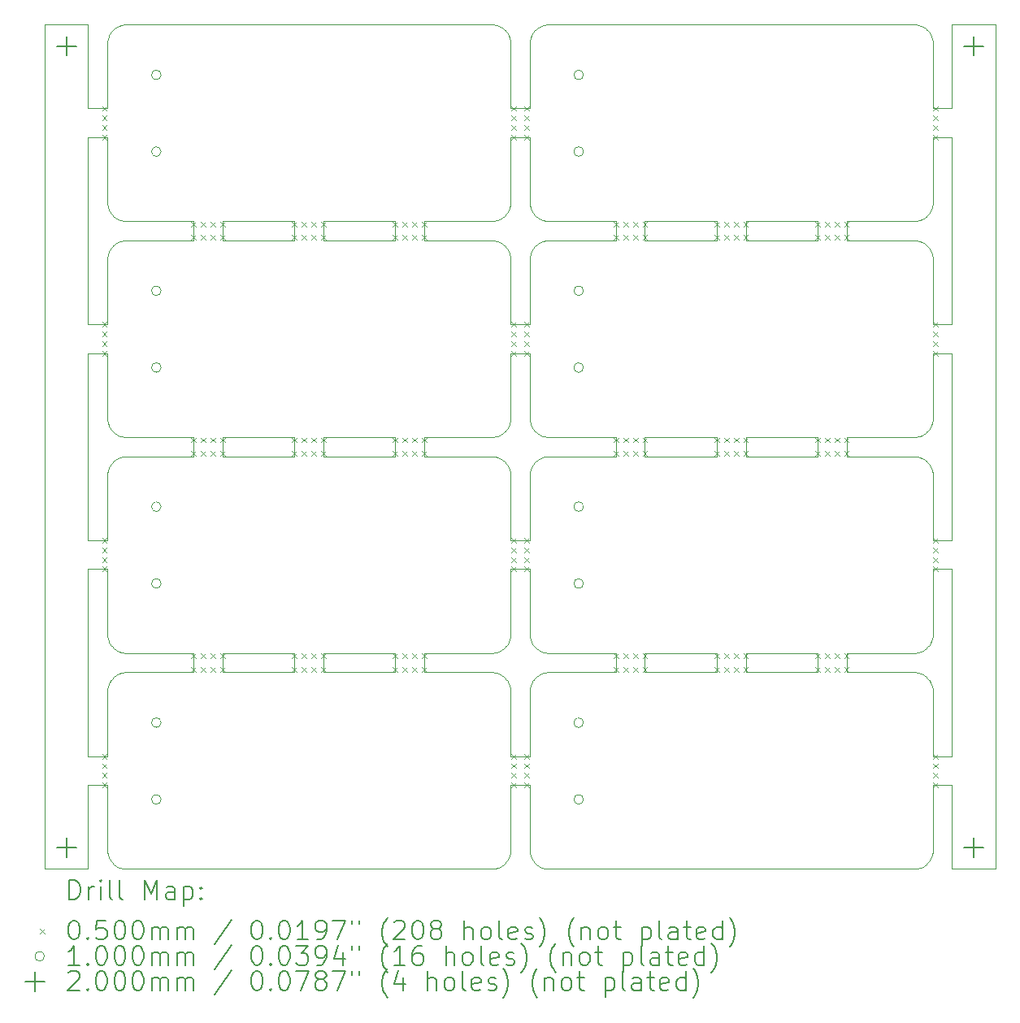
<source format=gbr>
%TF.GenerationSoftware,KiCad,Pcbnew,8.0.0*%
%TF.CreationDate,2024-05-28T16:04:06+09:00*%
%TF.ProjectId,Panel,50616e65-6c2e-46b6-9963-61645f706362,rev?*%
%TF.SameCoordinates,Original*%
%TF.FileFunction,Drillmap*%
%TF.FilePolarity,Positive*%
%FSLAX45Y45*%
G04 Gerber Fmt 4.5, Leading zero omitted, Abs format (unit mm)*
G04 Created by KiCad (PCBNEW 8.0.0) date 2024-05-28 16:04:06*
%MOMM*%
%LPD*%
G01*
G04 APERTURE LIST*
%ADD10C,0.100000*%
%ADD11C,0.200000*%
G04 APERTURE END LIST*
D10*
X14714153Y-6585746D02*
X14708155Y-6577579D01*
X19129561Y-4361921D02*
X19124869Y-4352940D01*
X14638079Y-8770439D02*
X14628871Y-8766208D01*
X19114153Y-10714254D02*
X19119729Y-10705793D01*
X14655793Y-8780271D02*
X14647060Y-8775131D01*
X10635746Y-8785847D02*
X10627579Y-8791845D01*
X14570234Y-4048974D02*
X14580285Y-4047694D01*
X14672421Y-8508155D02*
X14680274Y-8501752D01*
X12500000Y-8750000D02*
X11750000Y-8750000D01*
X10575131Y-6602940D02*
X10570439Y-6611921D01*
X19094959Y-8812207D02*
X19087793Y-8805041D01*
X19055793Y-6269729D02*
X19064254Y-6264153D01*
X10750000Y-6300000D02*
X11450000Y-6300000D01*
X10635746Y-6535847D02*
X10627579Y-6541845D01*
X14672421Y-4008155D02*
X14680274Y-4001752D01*
X14950257Y-8939870D02*
X14950000Y-8950000D01*
X14954094Y-6659740D02*
X14952306Y-6669714D01*
X18950000Y-8550000D02*
X18960130Y-8549743D01*
X10619726Y-8798248D02*
X10612207Y-8805041D01*
X15061921Y-8529561D02*
X15071129Y-8533792D01*
X14950000Y-6700000D02*
X14950000Y-7375000D01*
X17950000Y-8750000D02*
X17200000Y-8750000D01*
X14750000Y-7675000D02*
X14849900Y-7675000D01*
X14750000Y-7375000D02*
X14750000Y-6700000D01*
X10598248Y-6569725D02*
X10591845Y-6577579D01*
X10605041Y-2062207D02*
X10598248Y-2069725D01*
X19124869Y-2102940D02*
X19119729Y-2094207D01*
X10554094Y-8390260D02*
X10556385Y-8400131D01*
X14560130Y-4250257D02*
X14550000Y-4250000D01*
X19055793Y-8780271D02*
X19047060Y-8775131D01*
X14672421Y-8791845D02*
X14664254Y-8785847D01*
X10349900Y-2000000D02*
X9899900Y-2000000D01*
X15012207Y-6244958D02*
X15019725Y-6251752D01*
X14749743Y-8939870D02*
X14748974Y-8929766D01*
X13850000Y-8650100D02*
X13850000Y-8649900D01*
X14701752Y-10730274D02*
X14708155Y-10722421D01*
X10570439Y-6611921D02*
X10566208Y-6621129D01*
X19147694Y-8919714D02*
X19145906Y-8909740D01*
X10566208Y-8428871D02*
X10570439Y-8438079D01*
X19137550Y-3919461D02*
X19140828Y-3909873D01*
X14985847Y-4335746D02*
X14980271Y-4344207D01*
X19019461Y-6512449D02*
X19009873Y-6509172D01*
X15139870Y-2000257D02*
X15129766Y-2001026D01*
X15150000Y-6500000D02*
X15139870Y-6500257D01*
X14740828Y-2140127D02*
X14737550Y-2130539D01*
X12800000Y-6399900D02*
X12800000Y-6300000D01*
X10566208Y-6178871D02*
X10570439Y-6188079D01*
X19137550Y-4380539D02*
X19133792Y-4371129D01*
X16150000Y-4250000D02*
X16150000Y-4150150D01*
X15035746Y-10764153D02*
X15044207Y-10769729D01*
X14701752Y-6230274D02*
X14708155Y-6222421D01*
X13550000Y-4050000D02*
X13550000Y-4149950D01*
X19129561Y-6188079D02*
X19133792Y-6178871D01*
X18980286Y-2002306D02*
X18970234Y-2001026D01*
X14733791Y-8428871D02*
X14737550Y-8419461D01*
X10644207Y-6530271D02*
X10635746Y-6535847D01*
X15109740Y-10795906D02*
X15119714Y-10797694D01*
X14850100Y-7375000D02*
X14849900Y-7375000D01*
X14747694Y-8380285D02*
X14748974Y-8370234D01*
X10719714Y-8752306D02*
X10709740Y-8754094D01*
X17200000Y-6300000D02*
X17950000Y-6300000D01*
X10612207Y-10744959D02*
X10619726Y-10751752D01*
X10550257Y-2189870D02*
X10550000Y-2200000D01*
X19038079Y-8529561D02*
X19047060Y-8524869D01*
X15035746Y-8514153D02*
X15044207Y-8519729D01*
X14750000Y-5125000D02*
X14750000Y-4450000D01*
X10552306Y-8380285D02*
X10554094Y-8390260D01*
X14750000Y-8950000D02*
X14749743Y-8939870D01*
X10709740Y-8754094D02*
X10699869Y-8756385D01*
X14708155Y-2077579D02*
X14701752Y-2069725D01*
X14998248Y-10730274D02*
X15005041Y-10737793D01*
X10605041Y-6562207D02*
X10598248Y-6569725D01*
X14570234Y-6501026D02*
X14560130Y-6500257D01*
X16900000Y-4050000D02*
X16900000Y-4149950D01*
X14570234Y-8548974D02*
X14580285Y-8547694D01*
X19072421Y-4291845D02*
X19064254Y-4285847D01*
X10556385Y-3900130D02*
X10559172Y-3909873D01*
X10690127Y-6290828D02*
X10699869Y-6293615D01*
X11450000Y-4050000D02*
X11450000Y-4149950D01*
X19140828Y-2140127D02*
X19137550Y-2130539D01*
X14748974Y-6679766D02*
X14747694Y-6669714D01*
X10349900Y-2875000D02*
X10349900Y-2000000D01*
X18960130Y-4049743D02*
X18970234Y-4048974D01*
X14687793Y-10744959D02*
X14694958Y-10737793D01*
X19064254Y-8785847D02*
X19055793Y-8780271D01*
X14701752Y-8480274D02*
X14708155Y-8472421D01*
X10612207Y-8494959D02*
X10619726Y-8501752D01*
X14708155Y-8827579D02*
X14701752Y-8819726D01*
X14600130Y-8756385D02*
X14590260Y-8754094D01*
X14724869Y-2102940D02*
X14719729Y-2094207D01*
X14962449Y-4380539D02*
X14959172Y-4390127D01*
X10551026Y-10620234D02*
X10552306Y-10630286D01*
X14740828Y-10659873D02*
X14743615Y-10650131D01*
X19028871Y-6283791D02*
X19038079Y-6279561D01*
X14590260Y-6504094D02*
X14580285Y-6502306D01*
X14950000Y-4450000D02*
X14950000Y-5125000D01*
X10580271Y-3955793D02*
X10585847Y-3964254D01*
X15012207Y-6555041D02*
X15005041Y-6562207D01*
X10580271Y-2094207D02*
X10575131Y-2102940D01*
X13550000Y-8650100D02*
X13550000Y-8750000D01*
X19350100Y-5425000D02*
X19350100Y-7375000D01*
X10644207Y-8519729D02*
X10652940Y-8524869D01*
X10349900Y-5125000D02*
X10349900Y-3175000D01*
X14638079Y-6279561D02*
X14647060Y-6274869D01*
X10671129Y-8533792D02*
X10680539Y-8537550D01*
X14745906Y-4409740D02*
X14743615Y-4399869D01*
X19101752Y-8819726D02*
X19094959Y-8812207D01*
X14743615Y-2149869D02*
X14740828Y-2140127D01*
X14991845Y-6222421D02*
X14998248Y-6230274D01*
X10559172Y-8409873D02*
X10562450Y-8419461D01*
X14750000Y-6700000D02*
X14749743Y-6689870D01*
X19150000Y-2875000D02*
X19150000Y-2200000D01*
X10550000Y-8350000D02*
X10550257Y-8360130D01*
X19064254Y-4014153D02*
X19072421Y-4008155D01*
X13850000Y-6399900D02*
X13850000Y-6300000D01*
X10559172Y-6640127D02*
X10556385Y-6649869D01*
X10605041Y-8812207D02*
X10598248Y-8819726D01*
X14701752Y-3980274D02*
X14708155Y-3972421D01*
X10709740Y-6295906D02*
X10719714Y-6297694D01*
X15035746Y-2035847D02*
X15027579Y-2041845D01*
X15850000Y-4150150D02*
X15850000Y-4250000D01*
X15012207Y-8805041D02*
X15005041Y-8812207D01*
X14950257Y-8360130D02*
X14951026Y-8370234D01*
X16900000Y-8649900D02*
X16900000Y-8650100D01*
X10556385Y-6649869D02*
X10554094Y-6659740D01*
X14975131Y-10697060D02*
X14980271Y-10705793D01*
X13550000Y-4150150D02*
X13550000Y-4250000D01*
X14740828Y-6159873D02*
X14743615Y-6150130D01*
X17950000Y-4050000D02*
X17950000Y-4149950D01*
X10612207Y-4305041D02*
X10605041Y-4312207D01*
X10644207Y-4019729D02*
X10652940Y-4024869D01*
X15139870Y-6500257D02*
X15129766Y-6501026D01*
X19087793Y-4305041D02*
X19080274Y-4298248D01*
X19047060Y-8524869D02*
X19055793Y-8519729D01*
X14609873Y-8759172D02*
X14600130Y-8756385D01*
X15061921Y-8770439D02*
X15052940Y-8775131D01*
X16150000Y-4150150D02*
X16150000Y-4149950D01*
X10550257Y-4439870D02*
X10550000Y-4450000D01*
X19147694Y-3880285D02*
X19148974Y-3870234D01*
X10349900Y-9625000D02*
X10349900Y-7675000D01*
X14956384Y-8899869D02*
X14954094Y-8909740D01*
X14729561Y-6611921D02*
X14724869Y-6602940D01*
X14719729Y-3955793D02*
X14724869Y-3947060D01*
X14680274Y-2048248D02*
X14672421Y-2041845D01*
X10739870Y-8549743D02*
X10750000Y-8550000D01*
X11750000Y-8649900D02*
X11750000Y-8550000D01*
X19350100Y-9625000D02*
X19150000Y-9625000D01*
X10550000Y-9925000D02*
X10550000Y-10600000D01*
X19080274Y-4298248D02*
X19072421Y-4291845D01*
X15052940Y-2025131D02*
X15044207Y-2030271D01*
X14970439Y-3938079D02*
X14975131Y-3947060D01*
X14740828Y-8890127D02*
X14737550Y-8880539D01*
X10591845Y-8472421D02*
X10598248Y-8480274D01*
X14951026Y-10620234D02*
X14952306Y-10630286D01*
X14737550Y-3919461D02*
X14740828Y-3909873D01*
X19133792Y-6178871D02*
X19137550Y-6169461D01*
X10562450Y-2130539D02*
X10559172Y-2140127D01*
X14600130Y-4043615D02*
X14609873Y-4040828D01*
X10554094Y-6140260D02*
X10556385Y-6150130D01*
X19147694Y-10630286D02*
X19148974Y-10620234D01*
X19108155Y-8472421D02*
X19114153Y-8464254D01*
X19119729Y-10705793D02*
X19124869Y-10697060D01*
X19094959Y-2062207D02*
X19087793Y-2055041D01*
X14980271Y-6594207D02*
X14975131Y-6602940D01*
X14708155Y-4327579D02*
X14701752Y-4319726D01*
X14991845Y-4327579D02*
X14985847Y-4335746D01*
X10635746Y-4014153D02*
X10644207Y-4019729D01*
X19101752Y-10730274D02*
X19108155Y-10722421D01*
X10661921Y-8529561D02*
X10671129Y-8533792D01*
X14750000Y-5425000D02*
X14849900Y-5425000D01*
X15109740Y-4254094D02*
X15099869Y-4256385D01*
X14638079Y-10779561D02*
X14647060Y-10774869D01*
X19350100Y-2875000D02*
X19150000Y-2875000D01*
X10750000Y-8550000D02*
X11450000Y-8550000D01*
X19028871Y-8766208D02*
X19019461Y-8762450D01*
X14991845Y-10722421D02*
X14998248Y-10730274D01*
X14550000Y-6300000D02*
X14560130Y-6299743D01*
X19137550Y-6169461D02*
X19140828Y-6159873D01*
X10627579Y-10758155D02*
X10635746Y-10764153D01*
X15099869Y-6293615D02*
X15109740Y-6295906D01*
X14740828Y-4390127D02*
X14737550Y-4380539D01*
X10559172Y-3909873D02*
X10562450Y-3919461D01*
X19147694Y-6669714D02*
X19145906Y-6659740D01*
X14750000Y-9925000D02*
X14849900Y-9925000D01*
X14954094Y-3890260D02*
X14956384Y-3900130D01*
X19064254Y-4285847D02*
X19055793Y-4280271D01*
X14729561Y-6188079D02*
X14733791Y-6178871D01*
X11450000Y-4250000D02*
X10750000Y-4250000D01*
X11450000Y-6300000D02*
X11450000Y-6399900D01*
X16150000Y-6400100D02*
X16150000Y-6399900D01*
X12500000Y-4150150D02*
X12500000Y-4250000D01*
X19087793Y-8805041D02*
X19080274Y-8798248D01*
X9899900Y-10800000D02*
X10349900Y-10800000D01*
X14708155Y-6577579D02*
X14701752Y-6569725D01*
X15099869Y-4256385D02*
X15090127Y-4259172D01*
X14647060Y-6525131D02*
X14638079Y-6520439D01*
X19124869Y-10697060D02*
X19129561Y-10688079D01*
X14664254Y-10764153D02*
X14672421Y-10758155D01*
X10671129Y-10783792D02*
X10680539Y-10787550D01*
X10690127Y-2009172D02*
X10680539Y-2012449D01*
X15850000Y-4250000D02*
X15150000Y-4250000D01*
X19149743Y-10610130D02*
X19150000Y-10600000D01*
X10605041Y-4312207D02*
X10598248Y-4319726D01*
X11450000Y-8650100D02*
X11450000Y-8750000D01*
X19350100Y-2000000D02*
X19350100Y-2875000D01*
X10644207Y-4280271D02*
X10635746Y-4285847D01*
X14991845Y-8827579D02*
X14985847Y-8835746D01*
X19047060Y-6274869D02*
X19055793Y-6269729D01*
X10652940Y-6525131D02*
X10644207Y-6530271D01*
X14950257Y-4439870D02*
X14950000Y-4450000D01*
X14950000Y-7675000D02*
X14950000Y-8350000D01*
X10627579Y-4008155D02*
X10635746Y-4014153D01*
X19150000Y-6100000D02*
X19150000Y-5425000D01*
X19101752Y-4319726D02*
X19094959Y-4312207D01*
X14750000Y-9625000D02*
X14750000Y-8950000D01*
X14749743Y-6689870D02*
X14748974Y-6679766D01*
X10570439Y-8438079D02*
X10575131Y-8447060D01*
X19094959Y-6562207D02*
X19087793Y-6555041D01*
X15080539Y-8762450D02*
X15071129Y-8766208D01*
X19028871Y-4033791D02*
X19038079Y-4029561D01*
X19108155Y-4327579D02*
X19101752Y-4319726D01*
X14687793Y-4305041D02*
X14680274Y-4298248D01*
X14560130Y-6299743D02*
X14570234Y-6298974D01*
X14747694Y-2169714D02*
X14745906Y-2159740D01*
X18950000Y-6500000D02*
X18250000Y-6500000D01*
X19072421Y-8508155D02*
X19080274Y-8501752D01*
X14745906Y-8390260D02*
X14747694Y-8380285D01*
X15080539Y-6512449D02*
X15071129Y-6516208D01*
X14975131Y-6602940D02*
X14970439Y-6611921D01*
X15027579Y-6258155D02*
X15035746Y-6264153D01*
X18980286Y-6297694D02*
X18990260Y-6295906D01*
X15119714Y-8752306D02*
X15109740Y-8754094D01*
X14590260Y-4254094D02*
X14580285Y-4252306D01*
X14749743Y-10610130D02*
X14750000Y-10600000D01*
X17950000Y-8550000D02*
X17950000Y-8649900D01*
X14729561Y-3938079D02*
X14733791Y-3928871D01*
X10580271Y-6205793D02*
X10585847Y-6214254D01*
X15080539Y-2012449D02*
X15071129Y-2016208D01*
X14687793Y-6244958D02*
X14694958Y-6237793D01*
X12500000Y-8650100D02*
X12500000Y-8750000D01*
X14747694Y-4419714D02*
X14745906Y-4409740D01*
X15150000Y-6300000D02*
X15850000Y-6300000D01*
X19133792Y-10678871D02*
X19137550Y-10669461D01*
X19009873Y-4259172D02*
X19000131Y-4256385D01*
X19072421Y-10758155D02*
X19080274Y-10751752D01*
X19019461Y-2012449D02*
X19009873Y-2009172D01*
X11750000Y-4149950D02*
X11750000Y-4050000D01*
X10598248Y-8480274D02*
X10605041Y-8487793D01*
X15071129Y-4266208D02*
X15061921Y-4270439D01*
X16150000Y-8650100D02*
X16150000Y-8649900D01*
X19150000Y-3175000D02*
X19350100Y-3175000D01*
X19055793Y-4019729D02*
X19064254Y-4014153D01*
X19028871Y-8533792D02*
X19038079Y-8529561D01*
X15005041Y-6237793D02*
X15012207Y-6244958D01*
X10612207Y-3994958D02*
X10619726Y-4001752D01*
X15129766Y-6501026D02*
X15119714Y-6502306D01*
X10739870Y-4049743D02*
X10750000Y-4050000D01*
X14600130Y-8543615D02*
X14609873Y-8540828D01*
X11450000Y-8649900D02*
X11450000Y-8650100D01*
X15027579Y-8791845D02*
X15019725Y-8798248D01*
X13550000Y-4149950D02*
X13550000Y-4150150D01*
X10661921Y-2020439D02*
X10652940Y-2025131D01*
X10709740Y-4045906D02*
X10719714Y-4047694D01*
X14733791Y-3928871D02*
X14737550Y-3919461D01*
X14950000Y-7375000D02*
X14850100Y-7375000D01*
X14619461Y-6287550D02*
X14628871Y-6283791D01*
X19072421Y-6541845D02*
X19064254Y-6535847D01*
X10671129Y-4033791D02*
X10680539Y-4037550D01*
X10580271Y-10705793D02*
X10585847Y-10714254D01*
X14743615Y-10650131D02*
X14745906Y-10640260D01*
X15027579Y-6541845D02*
X15019725Y-6548248D01*
X14580285Y-2002306D02*
X14570234Y-2001026D01*
X11750000Y-6399900D02*
X11750000Y-6300000D01*
X11750000Y-6400100D02*
X11750000Y-6399900D01*
X14638079Y-4029561D02*
X14647060Y-4024869D01*
X14747694Y-3880285D02*
X14748974Y-3870234D01*
X14956384Y-10650131D02*
X14959172Y-10659873D01*
X10652940Y-8524869D02*
X10661921Y-8529561D01*
X15099869Y-6506384D02*
X15090127Y-6509172D01*
X14647060Y-2025131D02*
X14638079Y-2020439D01*
X14748974Y-8929766D02*
X14747694Y-8919714D01*
X10699869Y-10793615D02*
X10709740Y-10795906D01*
X14850100Y-5425000D02*
X14950000Y-5425000D01*
X15012207Y-3994958D02*
X15019725Y-4001752D01*
X10551026Y-4429766D02*
X10550257Y-4439870D01*
X14966208Y-4371129D02*
X14962449Y-4380539D01*
X12500000Y-4149950D02*
X12500000Y-4150150D01*
X10585847Y-6585746D02*
X10580271Y-6594207D01*
X14998248Y-8819726D02*
X14991845Y-8827579D01*
X15129766Y-8548974D02*
X15139870Y-8549743D01*
X12500000Y-8550000D02*
X12500000Y-8649900D01*
X10551026Y-8929766D02*
X10550257Y-8939870D01*
X19145906Y-6140260D02*
X19147694Y-6130285D01*
X10729766Y-6298974D02*
X10739870Y-6299743D01*
X19072421Y-2041845D02*
X19064254Y-2035847D01*
X19009873Y-6509172D02*
X19000131Y-6506384D01*
X14998248Y-4319726D02*
X14991845Y-4327579D01*
X10556385Y-2149869D02*
X10554094Y-2159740D01*
X17950000Y-6500000D02*
X17200000Y-6500000D01*
X14849900Y-5425000D02*
X14850100Y-5425000D01*
X10550257Y-10610130D02*
X10551026Y-10620234D01*
X19149743Y-8939870D02*
X19148974Y-8929766D01*
X14724869Y-4352940D02*
X14719729Y-4344207D01*
X14747694Y-6669714D02*
X14745906Y-6659740D01*
X10652940Y-4024869D02*
X10661921Y-4029561D01*
X18950000Y-10800000D02*
X18960130Y-10799743D01*
X14655793Y-4280271D02*
X14647060Y-4275131D01*
X14655793Y-6530271D02*
X14647060Y-6525131D01*
X18970234Y-8751026D02*
X18960130Y-8750257D01*
X19009873Y-2009172D02*
X19000131Y-2006384D01*
X10661921Y-6279561D02*
X10671129Y-6283791D01*
X19072421Y-8791845D02*
X19064254Y-8785847D01*
X14655793Y-2030271D02*
X14647060Y-2025131D01*
X14619461Y-4037550D02*
X14628871Y-4033791D01*
X19148974Y-2179766D02*
X19147694Y-2169714D01*
X14733791Y-10678871D02*
X14737550Y-10669461D01*
X15061921Y-2020439D02*
X15052940Y-2025131D01*
X14638079Y-2020439D02*
X14628871Y-2016208D01*
X14687793Y-8494959D02*
X14694958Y-8487793D01*
X11750000Y-8550000D02*
X12500000Y-8550000D01*
X14655793Y-6269729D02*
X14664254Y-6264153D01*
X14729561Y-10688079D02*
X14733791Y-10678871D01*
X18960130Y-6299743D02*
X18970234Y-6298974D01*
X10709740Y-2004094D02*
X10699869Y-2006384D01*
X10550000Y-6700000D02*
X10550000Y-7375000D01*
X16150000Y-8649900D02*
X16150000Y-8550000D01*
X19143615Y-8400131D02*
X19145906Y-8390260D01*
X15139870Y-10799743D02*
X15150000Y-10800000D01*
X10619726Y-2048248D02*
X10612207Y-2055041D01*
X10554094Y-4409740D02*
X10552306Y-4419714D01*
X14748974Y-6120234D02*
X14749743Y-6110130D01*
X10559172Y-6159873D02*
X10562450Y-6169461D01*
X14952306Y-4419714D02*
X14951026Y-4429766D01*
X19149743Y-3860130D02*
X19150000Y-3850000D01*
X10559172Y-4390127D02*
X10556385Y-4399869D01*
X10552306Y-6130285D02*
X10554094Y-6140260D01*
X15129766Y-4048974D02*
X15139870Y-4049743D01*
X10680539Y-2012449D02*
X10671129Y-2016208D01*
X14628871Y-8766208D02*
X14619461Y-8762450D01*
X15071129Y-6516208D02*
X15061921Y-6520439D01*
X12800000Y-4149950D02*
X12800000Y-4050000D01*
X14998248Y-3980274D02*
X15005041Y-3987793D01*
X14664254Y-4285847D02*
X14655793Y-4280271D01*
X14719729Y-8455793D02*
X14724869Y-8447060D01*
X10556385Y-8899869D02*
X10554094Y-8909740D01*
X14951026Y-8370234D02*
X14952306Y-8380285D01*
X15012207Y-8494959D02*
X15019725Y-8501752D01*
X10550000Y-6100000D02*
X10550257Y-6110130D01*
X19150000Y-10600000D02*
X19150000Y-9925000D01*
X10566208Y-8871129D02*
X10562450Y-8880539D01*
X14580285Y-10797694D02*
X14590260Y-10795906D01*
X10627579Y-6258155D02*
X10635746Y-6264153D01*
X14950000Y-8950000D02*
X14950000Y-9625000D01*
X10627579Y-2041845D02*
X10619726Y-2048248D01*
X10699869Y-8543615D02*
X10709740Y-8545906D01*
X18250000Y-4150150D02*
X18250000Y-4149950D01*
X19150000Y-7675000D02*
X19350100Y-7675000D01*
X14998248Y-6230274D02*
X15005041Y-6237793D01*
X14609873Y-4259172D02*
X14600130Y-4256385D01*
X14959172Y-4390127D02*
X14956384Y-4399869D01*
X14655793Y-4019729D02*
X14664254Y-4014153D01*
X16150000Y-6399900D02*
X16150000Y-6300000D01*
X19129561Y-8861921D02*
X19124869Y-8852940D01*
X10699869Y-4256385D02*
X10690127Y-4259172D01*
X14590260Y-6295906D02*
X14600130Y-6293615D01*
X14975131Y-8447060D02*
X14980271Y-8455793D01*
X15109740Y-6295906D02*
X15119714Y-6297694D01*
X14714153Y-2085746D02*
X14708155Y-2077579D01*
X14570234Y-10798974D02*
X14580285Y-10797694D01*
X14550000Y-2000000D02*
X10750000Y-2000000D01*
X14750000Y-4450000D02*
X14749743Y-4439870D01*
X19800100Y-2000000D02*
X19350100Y-2000000D01*
X19080274Y-4001752D02*
X19087793Y-3994958D01*
X19009873Y-8759172D02*
X19000131Y-8756385D01*
X14962449Y-3919461D02*
X14966208Y-3928871D01*
X14850100Y-2875000D02*
X14849900Y-2875000D01*
X19150000Y-5125000D02*
X19150000Y-4450000D01*
X10671129Y-6516208D02*
X10661921Y-6520439D01*
X14966208Y-6621129D02*
X14962449Y-6630539D01*
X10566208Y-3928871D02*
X10570439Y-3938079D01*
X14950257Y-10610130D02*
X14951026Y-10620234D01*
X14950257Y-6110130D02*
X14951026Y-6120234D01*
X14714153Y-10714254D02*
X14719729Y-10705793D01*
X15139870Y-8750257D02*
X15129766Y-8751026D01*
X13850000Y-8649900D02*
X13850000Y-8550000D01*
X10627579Y-8508155D02*
X10635746Y-8514153D01*
X19150000Y-6700000D02*
X19149743Y-6689870D01*
X13850000Y-8750000D02*
X13850000Y-8650100D01*
X14550000Y-4250000D02*
X13850000Y-4250000D01*
X16150000Y-6500000D02*
X16150000Y-6400100D01*
X19119729Y-8844207D02*
X19114153Y-8835746D01*
X14959172Y-8890127D02*
X14956384Y-8899869D01*
X18960130Y-8549743D02*
X18970234Y-8548974D01*
X19150000Y-4450000D02*
X19149743Y-4439870D01*
X14980271Y-2094207D02*
X14975131Y-2102940D01*
X14714153Y-8464254D02*
X14719729Y-8455793D01*
X14952306Y-6130285D02*
X14954094Y-6140260D01*
X10644207Y-2030271D02*
X10635746Y-2035847D01*
X14590260Y-8545906D02*
X14600130Y-8543615D01*
X10580271Y-8844207D02*
X10575131Y-8852940D01*
X10349900Y-7675000D02*
X10550000Y-7675000D01*
X10598248Y-6230274D02*
X10605041Y-6237793D01*
X15090127Y-2009172D02*
X15080539Y-2012449D01*
X18970234Y-4251026D02*
X18960130Y-4250257D01*
X14714153Y-6214254D02*
X14719729Y-6205793D01*
X18990260Y-4254094D02*
X18980286Y-4252306D01*
X14954094Y-10640260D02*
X14956384Y-10650131D01*
X15850000Y-4050000D02*
X15850000Y-4149950D01*
X15080539Y-8537550D02*
X15090127Y-8540828D01*
X19148974Y-6120234D02*
X19149743Y-6110130D01*
X14724869Y-3947060D02*
X14729561Y-3938079D01*
X14719729Y-4344207D02*
X14714153Y-4335746D01*
X14619461Y-6512449D02*
X14609873Y-6509172D01*
X18960130Y-2000257D02*
X18950000Y-2000000D01*
X19080274Y-8798248D02*
X19072421Y-8791845D01*
X19094959Y-10737793D02*
X19101752Y-10730274D01*
X18990260Y-4045906D02*
X19000131Y-4043615D01*
X10580271Y-6594207D02*
X10575131Y-6602940D01*
X14749743Y-4439870D02*
X14748974Y-4429766D01*
X10605041Y-10737793D02*
X10612207Y-10744959D01*
X14694958Y-2062207D02*
X14687793Y-2055041D01*
X14745906Y-6659740D02*
X14743615Y-6649869D01*
X10562450Y-4380539D02*
X10559172Y-4390127D01*
X14619461Y-8762450D02*
X14609873Y-8759172D01*
X14952306Y-6669714D02*
X14951026Y-6679766D01*
X14956384Y-6150130D02*
X14959172Y-6159873D01*
X19140828Y-6640127D02*
X19137550Y-6630539D01*
X10739870Y-6299743D02*
X10750000Y-6300000D01*
X10750000Y-6500000D02*
X10739870Y-6500257D01*
X14962449Y-6630539D02*
X14959172Y-6640127D01*
X10709740Y-6504094D02*
X10699869Y-6506384D01*
X10739870Y-8750257D02*
X10729766Y-8751026D01*
X12800000Y-8750000D02*
X12800000Y-8650100D01*
X18960130Y-4250257D02*
X18950000Y-4250000D01*
X14850100Y-5125000D02*
X14849900Y-5125000D01*
X19145906Y-4409740D02*
X19143615Y-4399869D01*
X15119714Y-4047694D02*
X15129766Y-4048974D01*
X10575131Y-3947060D02*
X10580271Y-3955793D01*
X14743615Y-3900130D02*
X14745906Y-3890260D01*
X14952306Y-8380285D02*
X14954094Y-8390260D01*
X15044207Y-6269729D02*
X15052940Y-6274869D01*
X14850100Y-9925000D02*
X14950000Y-9925000D01*
X19114153Y-6585746D02*
X19108155Y-6577579D01*
X10554094Y-8909740D02*
X10552306Y-8919714D01*
X14708155Y-6222421D02*
X14714153Y-6214254D01*
X14550000Y-6500000D02*
X13850000Y-6500000D01*
X14550000Y-10800000D02*
X14560130Y-10799743D01*
X15099869Y-2006384D02*
X15090127Y-2009172D01*
X15150000Y-4050000D02*
X15850000Y-4050000D01*
X14745906Y-10640260D02*
X14747694Y-10630286D01*
X18980286Y-6502306D02*
X18970234Y-6501026D01*
X19028871Y-2016208D02*
X19019461Y-2012449D01*
X10612207Y-2055041D02*
X10605041Y-2062207D01*
X14638079Y-8529561D02*
X14647060Y-8524869D01*
X15061921Y-10779561D02*
X15071129Y-10783792D01*
X14970439Y-6611921D02*
X14966208Y-6621129D01*
X19148974Y-3870234D02*
X19149743Y-3860130D01*
X15080539Y-4262450D02*
X15071129Y-4266208D01*
X19133792Y-6621129D02*
X19129561Y-6611921D01*
X14749743Y-8360130D02*
X14750000Y-8350000D01*
X10591845Y-4327579D02*
X10585847Y-4335746D01*
X10635746Y-2035847D02*
X10627579Y-2041845D01*
X14748974Y-8370234D02*
X14749743Y-8360130D01*
X10661921Y-10779561D02*
X10671129Y-10783792D01*
X19064254Y-8514153D02*
X19072421Y-8508155D01*
X14701752Y-4319726D02*
X14694958Y-4312207D01*
X14560130Y-4049743D02*
X14570234Y-4048974D01*
X17950000Y-8649900D02*
X17950000Y-8650100D01*
X14750000Y-6100000D02*
X14750000Y-5425000D01*
X14975131Y-2102940D02*
X14970439Y-2111921D01*
X15109740Y-2004094D02*
X15099869Y-2006384D01*
X15019725Y-10751752D02*
X15027579Y-10758155D01*
X10750000Y-4250000D02*
X10739870Y-4250257D01*
X14985847Y-2085746D02*
X14980271Y-2094207D01*
X19038079Y-6520439D02*
X19028871Y-6516208D01*
X15139870Y-4049743D02*
X15150000Y-4050000D01*
X14664254Y-6535847D02*
X14655793Y-6530271D01*
X15119714Y-8547694D02*
X15129766Y-8548974D01*
X15850000Y-4149950D02*
X15850000Y-4150150D01*
X19140828Y-8890127D02*
X19137550Y-8880539D01*
X14580285Y-4047694D02*
X14590260Y-4045906D01*
X14950000Y-2875000D02*
X14850100Y-2875000D01*
X19149743Y-8360130D02*
X19150000Y-8350000D01*
X10699869Y-6506384D02*
X10690127Y-6509172D01*
X19038079Y-2020439D02*
X19028871Y-2016208D01*
X14740828Y-6640127D02*
X14737550Y-6630539D01*
X15099869Y-4043615D02*
X15109740Y-4045906D01*
X14748974Y-4429766D02*
X14747694Y-4419714D01*
X19149743Y-6110130D02*
X19150000Y-6100000D01*
X10750000Y-2000000D02*
X10739870Y-2000257D01*
X14619461Y-2012449D02*
X14609873Y-2009172D01*
X14708155Y-10722421D02*
X14714153Y-10714254D01*
X17200000Y-8650100D02*
X17200000Y-8649900D01*
X14849900Y-2875000D02*
X14750000Y-2875000D01*
X10585847Y-2085746D02*
X10580271Y-2094207D01*
X10719714Y-4047694D02*
X10729766Y-4048974D01*
X15850000Y-6399900D02*
X15850000Y-6400100D01*
X10552306Y-8919714D02*
X10551026Y-8929766D01*
X14719729Y-8844207D02*
X14714153Y-8835746D01*
X18250000Y-6300000D02*
X18950000Y-6300000D01*
X19000131Y-10793615D02*
X19009873Y-10790828D01*
X15090127Y-10790828D02*
X15099869Y-10793615D01*
X14950000Y-2200000D02*
X14950000Y-2875000D01*
X14950000Y-5425000D02*
X14950000Y-6100000D01*
X14998248Y-2069725D02*
X14991845Y-2077579D01*
X10619726Y-4001752D02*
X10627579Y-4008155D01*
X10550000Y-2875000D02*
X10349900Y-2875000D01*
X14745906Y-6140260D02*
X14747694Y-6130285D01*
X14729561Y-2111921D02*
X14724869Y-2102940D01*
X14619461Y-10787550D02*
X14628871Y-10783792D01*
X19143615Y-10650131D02*
X19145906Y-10640260D01*
X10690127Y-4040828D02*
X10699869Y-4043615D01*
X14952306Y-2169714D02*
X14951026Y-2179766D01*
X19140828Y-6159873D02*
X19143615Y-6150130D01*
X14962449Y-8419461D02*
X14966208Y-8428871D01*
X14745906Y-3890260D02*
X14747694Y-3880285D01*
X16900000Y-8550000D02*
X16900000Y-8649900D01*
X17950000Y-4150150D02*
X17950000Y-4250000D01*
X19101752Y-2069725D02*
X19094959Y-2062207D01*
X16900000Y-6399900D02*
X16900000Y-6400100D01*
X14980271Y-8844207D02*
X14975131Y-8852940D01*
X19094959Y-6237793D02*
X19101752Y-6230274D01*
X10729766Y-8751026D02*
X10719714Y-8752306D01*
X15119714Y-6502306D02*
X15109740Y-6504094D01*
X19087793Y-8494959D02*
X19094959Y-8487793D01*
X19350100Y-3175000D02*
X19350100Y-5125000D01*
X11750000Y-4150150D02*
X11750000Y-4149950D01*
X10562450Y-8880539D02*
X10559172Y-8890127D01*
X10719714Y-10797694D02*
X10729766Y-10798974D01*
X14748974Y-2179766D02*
X14747694Y-2169714D01*
X11750000Y-4250000D02*
X11750000Y-4150150D01*
X11450000Y-6400100D02*
X11450000Y-6500000D01*
X19072421Y-6258155D02*
X19080274Y-6251752D01*
X19148974Y-4429766D02*
X19147694Y-4419714D01*
X19129561Y-10688079D02*
X19133792Y-10678871D01*
X10550000Y-4450000D02*
X10550000Y-5125000D01*
X14628871Y-10783792D02*
X14638079Y-10779561D01*
X18950000Y-4250000D02*
X18250000Y-4250000D01*
X10556385Y-4399869D02*
X10554094Y-4409740D01*
X10635746Y-8514153D02*
X10644207Y-8519729D01*
X15119714Y-4252306D02*
X15109740Y-4254094D01*
X19350100Y-9925000D02*
X19350100Y-10800000D01*
X14980271Y-8455793D02*
X14985847Y-8464254D01*
X15129766Y-2001026D02*
X15119714Y-2002306D01*
X17200000Y-8649900D02*
X17200000Y-8550000D01*
X10680539Y-8537550D02*
X10690127Y-8540828D01*
X12500000Y-6300000D02*
X12500000Y-6399900D01*
X14687793Y-2055041D02*
X14680274Y-2048248D01*
X19147694Y-6130285D02*
X19148974Y-6120234D01*
X10750000Y-4050000D02*
X11450000Y-4050000D01*
X15139870Y-4250257D02*
X15129766Y-4251026D01*
X14849900Y-9625000D02*
X14750000Y-9625000D01*
X14747694Y-6130285D02*
X14748974Y-6120234D01*
X19150000Y-7375000D02*
X19150000Y-6700000D01*
X10680539Y-8762450D02*
X10671129Y-8766208D01*
X15027579Y-2041845D02*
X15019725Y-2048248D01*
X10570439Y-8861921D02*
X10566208Y-8871129D01*
X18950000Y-2000000D02*
X15150000Y-2000000D01*
X12500000Y-6400100D02*
X12500000Y-6500000D01*
X14745906Y-8909740D02*
X14743615Y-8899869D01*
X14600130Y-6293615D02*
X14609873Y-6290828D01*
X14737550Y-6630539D02*
X14733791Y-6621129D01*
X10585847Y-3964254D02*
X10591845Y-3972421D01*
X14950257Y-3860130D02*
X14951026Y-3870234D01*
X18980286Y-8752306D02*
X18970234Y-8751026D01*
X19124869Y-4352940D02*
X19119729Y-4344207D01*
X14985847Y-3964254D02*
X14991845Y-3972421D01*
X19009873Y-8540828D02*
X19019461Y-8537550D01*
X19087793Y-6555041D02*
X19080274Y-6548248D01*
X12800000Y-8650100D02*
X12800000Y-8649900D01*
X10554094Y-6659740D02*
X10552306Y-6669714D01*
X10562450Y-6630539D02*
X10559172Y-6640127D01*
X10750000Y-8750000D02*
X10739870Y-8750257D01*
X14680274Y-4001752D02*
X14687793Y-3994958D01*
X14701752Y-6569725D02*
X14694958Y-6562207D01*
X15150000Y-4250000D02*
X15139870Y-4250257D01*
X10575131Y-4352940D02*
X10570439Y-4361921D01*
X14951026Y-2179766D02*
X14950257Y-2189870D01*
X14959172Y-10659873D02*
X14962449Y-10669461D01*
X14956384Y-3900130D02*
X14959172Y-3909873D01*
X10680539Y-6287550D02*
X10690127Y-6290828D01*
X14719729Y-6205793D02*
X14724869Y-6197060D01*
X10709740Y-10795906D02*
X10719714Y-10797694D01*
X17200000Y-4150150D02*
X17200000Y-4149950D01*
X15044207Y-4280271D02*
X15035746Y-4285847D01*
X14951026Y-4429766D02*
X14950257Y-4439870D01*
X19000131Y-8543615D02*
X19009873Y-8540828D01*
X14619461Y-8537550D02*
X14628871Y-8533792D01*
X14560130Y-8750257D02*
X14550000Y-8750000D01*
X14959172Y-3909873D02*
X14962449Y-3919461D01*
X19124869Y-6602940D02*
X19119729Y-6594207D01*
X10580271Y-4344207D02*
X10575131Y-4352940D01*
X14950000Y-3850000D02*
X14950257Y-3860130D01*
X10699869Y-4043615D02*
X10709740Y-4045906D01*
X19150000Y-3850000D02*
X19150000Y-3175000D01*
X14991845Y-6577579D02*
X14985847Y-6585746D01*
X14959172Y-6159873D02*
X14962449Y-6169461D01*
X19119729Y-3955793D02*
X19124869Y-3947060D01*
X19143615Y-3900130D02*
X19145906Y-3890260D01*
X19028871Y-4266208D02*
X19019461Y-4262450D01*
X14849900Y-5125000D02*
X14750000Y-5125000D01*
X14850100Y-7675000D02*
X14950000Y-7675000D01*
X19028871Y-10783792D02*
X19038079Y-10779561D01*
X15027579Y-8508155D02*
X15035746Y-8514153D01*
X13850000Y-4149950D02*
X13850000Y-4050000D01*
X10690127Y-6509172D02*
X10680539Y-6512449D01*
X19150000Y-5425000D02*
X19350100Y-5425000D01*
X14600130Y-2006384D02*
X14590260Y-2004094D01*
X14950000Y-10600000D02*
X14950257Y-10610130D01*
X14550000Y-8550000D02*
X14560130Y-8549743D01*
X10550000Y-5425000D02*
X10550000Y-6100000D01*
X11450000Y-4150150D02*
X11450000Y-4250000D01*
X10550257Y-6110130D02*
X10551026Y-6120234D01*
X10671129Y-8766208D02*
X10661921Y-8770439D01*
X15005041Y-3987793D02*
X15012207Y-3994958D01*
X10556385Y-6150130D02*
X10559172Y-6159873D01*
X19072421Y-4008155D02*
X19080274Y-4001752D01*
X11450000Y-6399900D02*
X11450000Y-6400100D01*
X19047060Y-10774869D02*
X19055793Y-10769729D01*
X14952306Y-8919714D02*
X14951026Y-8929766D01*
X19137550Y-8419461D02*
X19140828Y-8409873D01*
X10559172Y-8890127D02*
X10556385Y-8899869D01*
X13550000Y-6300000D02*
X13550000Y-6399900D01*
X13550000Y-6400100D02*
X13550000Y-6500000D01*
X19133792Y-2121129D02*
X19129561Y-2111921D01*
X10550000Y-7675000D02*
X10550000Y-8350000D01*
X10552306Y-4419714D02*
X10551026Y-4429766D01*
X15090127Y-4259172D02*
X15080539Y-4262450D01*
X17200000Y-6400100D02*
X17200000Y-6399900D01*
X14950000Y-3175000D02*
X14950000Y-3850000D01*
X19047060Y-2025131D02*
X19038079Y-2020439D01*
X10550000Y-3175000D02*
X10550000Y-3850000D01*
X12800000Y-4250000D02*
X12800000Y-4150150D01*
X15019725Y-6251752D02*
X15027579Y-6258155D01*
X15005041Y-6562207D02*
X14998248Y-6569725D01*
X19080274Y-6251752D02*
X19087793Y-6244958D01*
X15035746Y-6264153D02*
X15044207Y-6269729D01*
X10729766Y-6501026D02*
X10719714Y-6502306D01*
X10566208Y-2121129D02*
X10562450Y-2130539D01*
X15027579Y-4008155D02*
X15035746Y-4014153D01*
X10699869Y-8756385D02*
X10690127Y-8759172D01*
X15012207Y-4305041D02*
X15005041Y-4312207D01*
X14655793Y-10769729D02*
X14664254Y-10764153D01*
X10750000Y-10800000D02*
X14550000Y-10800000D01*
X19055793Y-2030271D02*
X19047060Y-2025131D01*
X14737550Y-4380539D02*
X14733791Y-4371129D01*
X14714153Y-8835746D02*
X14708155Y-8827579D01*
X14959172Y-8409873D02*
X14962449Y-8419461D01*
X14600130Y-4256385D02*
X14590260Y-4254094D01*
X14950000Y-5125000D02*
X14850100Y-5125000D01*
X14638079Y-4270439D02*
X14628871Y-4266208D01*
X14966208Y-8428871D02*
X14970439Y-8438079D01*
X14743615Y-8400131D02*
X14745906Y-8390260D01*
X15071129Y-10783792D02*
X15080539Y-10787550D01*
X15044207Y-4019729D02*
X15052940Y-4024869D01*
X10575131Y-8447060D02*
X10580271Y-8455793D01*
X15080539Y-6287550D02*
X15090127Y-6290828D01*
X10690127Y-10790828D02*
X10699869Y-10793615D01*
X11750000Y-4050000D02*
X12500000Y-4050000D01*
X15005041Y-2062207D02*
X14998248Y-2069725D01*
X15109740Y-8754094D02*
X15099869Y-8756385D01*
X13850000Y-4150150D02*
X13850000Y-4149950D01*
X15850000Y-6400100D02*
X15850000Y-6500000D01*
X17950000Y-6300000D02*
X17950000Y-6399900D01*
X15099869Y-10793615D02*
X15109740Y-10795906D01*
X14733791Y-2121129D02*
X14729561Y-2111921D01*
X14747694Y-10630286D02*
X14748974Y-10620234D01*
X17950000Y-4149950D02*
X17950000Y-4150150D01*
X14750000Y-2875000D02*
X14750000Y-2200000D01*
X19119729Y-4344207D02*
X19114153Y-4335746D01*
X19108155Y-6222421D02*
X19114153Y-6214254D01*
X14980271Y-4344207D02*
X14975131Y-4352940D01*
X14655793Y-8519729D02*
X14664254Y-8514153D01*
X15061921Y-6279561D02*
X15071129Y-6283791D01*
X14609873Y-6290828D02*
X14619461Y-6287550D01*
X19129561Y-3938079D02*
X19133792Y-3928871D01*
X10739870Y-10799743D02*
X10750000Y-10800000D01*
X19145906Y-8390260D02*
X19147694Y-8380285D01*
X14743615Y-8899869D02*
X14740828Y-8890127D01*
X15850000Y-6500000D02*
X15150000Y-6500000D01*
X19101752Y-3980274D02*
X19108155Y-3972421D01*
X14719729Y-6594207D02*
X14714153Y-6585746D01*
X14850100Y-3175000D02*
X14950000Y-3175000D01*
X10570439Y-2111921D02*
X10566208Y-2121129D01*
X14590260Y-8754094D02*
X14580285Y-8752306D01*
X14998248Y-6569725D02*
X14991845Y-6577579D01*
X14664254Y-8514153D02*
X14672421Y-8508155D01*
X14733791Y-6178871D02*
X14737550Y-6169461D01*
X14609873Y-8540828D02*
X14619461Y-8537550D01*
X18970234Y-6501026D02*
X18960130Y-6500257D01*
X15071129Y-8766208D02*
X15061921Y-8770439D01*
X10598248Y-3980274D02*
X10605041Y-3987793D01*
X14950000Y-9925000D02*
X14950000Y-10600000D01*
X14954094Y-8390260D02*
X14956384Y-8400131D01*
X19124869Y-6197060D02*
X19129561Y-6188079D01*
X14570234Y-8751026D02*
X14560130Y-8750257D01*
X14737550Y-6169461D02*
X14740828Y-6159873D01*
X14966208Y-10678871D02*
X14970439Y-10688079D01*
X19148974Y-10620234D02*
X19149743Y-10610130D01*
X10585847Y-8464254D02*
X10591845Y-8472421D01*
X14580285Y-6502306D02*
X14570234Y-6501026D01*
X15119714Y-6297694D02*
X15129766Y-6298974D01*
X19145906Y-6659740D02*
X19143615Y-6649869D01*
X10551026Y-3870234D02*
X10552306Y-3880285D01*
X10554094Y-2159740D02*
X10552306Y-2169714D01*
X16150000Y-4050000D02*
X16900000Y-4050000D01*
X14991845Y-2077579D02*
X14985847Y-2085746D01*
X15044207Y-2030271D02*
X15035746Y-2035847D01*
X13850000Y-6400100D02*
X13850000Y-6399900D01*
X10709740Y-8545906D02*
X10719714Y-8547694D01*
X19087793Y-3994958D02*
X19094959Y-3987793D01*
X10739870Y-6500257D02*
X10729766Y-6501026D01*
X15027579Y-10758155D02*
X15035746Y-10764153D01*
X10661921Y-4270439D02*
X10652940Y-4275131D01*
X19094959Y-8487793D02*
X19101752Y-8480274D01*
X10570439Y-3938079D02*
X10575131Y-3947060D01*
X10612207Y-8805041D02*
X10605041Y-8812207D01*
X10635746Y-4285847D02*
X10627579Y-4291845D01*
X16150000Y-4149950D02*
X16150000Y-4050000D01*
X14687793Y-6555041D02*
X14680274Y-6548248D01*
X17200000Y-4050000D02*
X17950000Y-4050000D01*
X10652940Y-6274869D02*
X10661921Y-6279561D01*
X19350100Y-7375000D02*
X19150000Y-7375000D01*
X19150000Y-2200000D02*
X19149743Y-2189870D01*
X10585847Y-10714254D02*
X10591845Y-10722421D01*
X14733791Y-8871129D02*
X14729561Y-8861921D01*
X19108155Y-6577579D02*
X19101752Y-6569725D01*
X15071129Y-8533792D02*
X15080539Y-8537550D01*
X10619726Y-4298248D02*
X10612207Y-4305041D01*
X19000131Y-6293615D02*
X19009873Y-6290828D01*
X10550257Y-6689870D02*
X10550000Y-6700000D01*
X11450000Y-8750000D02*
X10750000Y-8750000D01*
X10690127Y-8759172D02*
X10680539Y-8762450D01*
X14647060Y-10774869D02*
X14655793Y-10769729D01*
X19133792Y-3928871D02*
X19137550Y-3919461D01*
X16150000Y-8550000D02*
X16900000Y-8550000D01*
X14970439Y-8438079D02*
X14975131Y-8447060D01*
X14590260Y-4045906D02*
X14600130Y-4043615D01*
X15035746Y-4285847D02*
X15027579Y-4291845D01*
X19047060Y-4024869D02*
X19055793Y-4019729D01*
X19055793Y-8519729D02*
X19064254Y-8514153D01*
X10591845Y-8827579D02*
X10585847Y-8835746D01*
X17950000Y-6399900D02*
X17950000Y-6400100D01*
X18960130Y-10799743D02*
X18970234Y-10798974D01*
X14737550Y-2130539D02*
X14733791Y-2121129D01*
X14950257Y-6689870D02*
X14950000Y-6700000D01*
X14609873Y-4040828D02*
X14619461Y-4037550D01*
X12500000Y-8649900D02*
X12500000Y-8650100D01*
X9899900Y-2000000D02*
X9899900Y-10800000D01*
X10612207Y-6555041D02*
X10605041Y-6562207D01*
X14628871Y-4266208D02*
X14619461Y-4262450D01*
X15005041Y-4312207D02*
X14998248Y-4319726D01*
X14580285Y-8752306D02*
X14570234Y-8751026D01*
X10566208Y-4371129D02*
X10562450Y-4380539D01*
X10680539Y-4037550D02*
X10690127Y-4040828D01*
X10699869Y-6293615D02*
X10709740Y-6295906D01*
X12800000Y-4150150D02*
X12800000Y-4149950D01*
X14560130Y-6500257D02*
X14550000Y-6500000D01*
X10551026Y-6679766D02*
X10550257Y-6689870D01*
X10566208Y-6621129D02*
X10562450Y-6630539D01*
X14664254Y-4014153D02*
X14672421Y-4008155D01*
X15044207Y-10769729D02*
X15052940Y-10774869D01*
X11750000Y-8750000D02*
X11750000Y-8650100D01*
X14724869Y-8852940D02*
X14719729Y-8844207D01*
X10550000Y-7375000D02*
X10349900Y-7375000D01*
X15071129Y-4033791D02*
X15080539Y-4037550D01*
X10661921Y-4029561D02*
X10671129Y-4033791D01*
X13550000Y-6500000D02*
X12800000Y-6500000D01*
X14724869Y-8447060D02*
X14729561Y-8438079D01*
X15052940Y-6274869D02*
X15061921Y-6279561D01*
X19028871Y-6516208D02*
X19019461Y-6512449D01*
X14694958Y-8812207D02*
X14687793Y-8805041D01*
X18980286Y-8547694D02*
X18990260Y-8545906D01*
X19087793Y-10744959D02*
X19094959Y-10737793D01*
X14749743Y-3860130D02*
X14750000Y-3850000D01*
X16900000Y-4150150D02*
X16900000Y-4250000D01*
X14600130Y-10793615D02*
X14609873Y-10790828D01*
X14985847Y-6585746D02*
X14980271Y-6594207D01*
X18970234Y-4048974D02*
X18980286Y-4047694D01*
X10680539Y-6512449D02*
X10671129Y-6516208D01*
X14951026Y-6120234D02*
X14952306Y-6130285D01*
X19143615Y-6649869D02*
X19140828Y-6640127D01*
X10591845Y-10722421D02*
X10598248Y-10730274D01*
X14975131Y-4352940D02*
X14970439Y-4361921D01*
X15090127Y-4040828D02*
X15099869Y-4043615D01*
X14560130Y-2000257D02*
X14550000Y-2000000D01*
X10652940Y-10774869D02*
X10661921Y-10779561D01*
X19094959Y-4312207D02*
X19087793Y-4305041D01*
X14951026Y-6679766D02*
X14950257Y-6689870D01*
X18250000Y-8650100D02*
X18250000Y-8649900D01*
X10550000Y-5125000D02*
X10349900Y-5125000D01*
X19145906Y-10640260D02*
X19147694Y-10630286D01*
X15080539Y-10787550D02*
X15090127Y-10790828D01*
X10551026Y-8370234D02*
X10552306Y-8380285D01*
X14962449Y-6169461D02*
X14966208Y-6178871D01*
X13850000Y-8550000D02*
X14550000Y-8550000D01*
X14970439Y-4361921D02*
X14966208Y-4371129D01*
X19055793Y-4280271D02*
X19047060Y-4275131D01*
X10661921Y-6520439D02*
X10652940Y-6525131D01*
X19137550Y-8880539D02*
X19133792Y-8871129D01*
X19129561Y-2111921D02*
X19124869Y-2102940D01*
X10627579Y-8791845D02*
X10619726Y-8798248D01*
X10739870Y-4250257D02*
X10729766Y-4251026D01*
X16150000Y-6300000D02*
X16900000Y-6300000D01*
X14748974Y-10620234D02*
X14749743Y-10610130D01*
X14750000Y-10600000D02*
X14750000Y-9925000D01*
X14672421Y-10758155D02*
X14680274Y-10751752D01*
X17950000Y-6400100D02*
X17950000Y-6500000D01*
X15035746Y-6535847D02*
X15027579Y-6541845D01*
X19143615Y-8899869D02*
X19140828Y-8890127D01*
X10635746Y-6264153D02*
X10644207Y-6269729D01*
X15090127Y-8759172D02*
X15080539Y-8762450D01*
X18990260Y-6504094D02*
X18980286Y-6502306D01*
X14694958Y-10737793D02*
X14701752Y-10730274D01*
X10349900Y-3175000D02*
X10550000Y-3175000D01*
X14737550Y-8419461D02*
X14740828Y-8409873D01*
X19108155Y-2077579D02*
X19101752Y-2069725D01*
X19149743Y-6689870D02*
X19148974Y-6679766D01*
X14609873Y-10790828D02*
X14619461Y-10787550D01*
X15109740Y-6504094D02*
X15099869Y-6506384D01*
X11750000Y-8650100D02*
X11750000Y-8649900D01*
X15035746Y-4014153D02*
X15044207Y-4019729D01*
X10559172Y-2140127D02*
X10556385Y-2149869D01*
X10550257Y-8939870D02*
X10550000Y-8950000D01*
X15129766Y-6298974D02*
X15139870Y-6299743D01*
X14672421Y-2041845D02*
X14664254Y-2035847D01*
X10556385Y-10650131D02*
X10559172Y-10659873D01*
X15061921Y-6520439D02*
X15052940Y-6525131D01*
X18250000Y-8649900D02*
X18250000Y-8550000D01*
X14966208Y-6178871D02*
X14970439Y-6188079D01*
X10349900Y-7375000D02*
X10349900Y-5425000D01*
X14956384Y-2149869D02*
X14954094Y-2159740D01*
X15139870Y-6299743D02*
X15150000Y-6300000D01*
X19000131Y-2006384D02*
X18990260Y-2004094D01*
X14849900Y-7375000D02*
X14750000Y-7375000D01*
X19114153Y-6214254D02*
X19119729Y-6205793D01*
X14954094Y-6140260D02*
X14956384Y-6150130D01*
X12500000Y-4050000D02*
X12500000Y-4149950D01*
X18950000Y-6300000D02*
X18960130Y-6299743D01*
X19038079Y-8770439D02*
X19028871Y-8766208D01*
X18970234Y-2001026D02*
X18960130Y-2000257D01*
X14951026Y-3870234D02*
X14952306Y-3880285D01*
X14954094Y-4409740D02*
X14952306Y-4419714D01*
X14743615Y-6649869D02*
X14740828Y-6640127D01*
X18980286Y-4047694D02*
X18990260Y-4045906D01*
X13550000Y-6399900D02*
X13550000Y-6400100D01*
X19000131Y-6506384D02*
X18990260Y-6504094D01*
X19087793Y-6244958D02*
X19094959Y-6237793D01*
X14647060Y-6274869D02*
X14655793Y-6269729D01*
X15119714Y-10797694D02*
X15129766Y-10798974D01*
X19150000Y-9625000D02*
X19150000Y-8950000D01*
X16900000Y-8750000D02*
X16150000Y-8750000D01*
X19009873Y-10790828D02*
X19019461Y-10787550D01*
X14737550Y-8880539D02*
X14733791Y-8871129D01*
X12800000Y-8550000D02*
X13550000Y-8550000D01*
X15052940Y-4275131D02*
X15044207Y-4280271D01*
X19140828Y-10659873D02*
X19143615Y-10650131D01*
X12500000Y-6500000D02*
X11750000Y-6500000D01*
X19143615Y-6150130D02*
X19145906Y-6140260D01*
X19147694Y-4419714D02*
X19145906Y-4409740D01*
X15850000Y-8550000D02*
X15850000Y-8649900D01*
X15044207Y-6530271D02*
X15035746Y-6535847D01*
X10575131Y-8852940D02*
X10570439Y-8861921D01*
X19019461Y-8537550D02*
X19028871Y-8533792D01*
X19038079Y-4270439D02*
X19028871Y-4266208D01*
X14672421Y-6541845D02*
X14664254Y-6535847D01*
X14680274Y-10751752D02*
X14687793Y-10744959D01*
X14694958Y-6237793D02*
X14701752Y-6230274D01*
X14560130Y-10799743D02*
X14570234Y-10798974D01*
X11450000Y-8550000D02*
X11450000Y-8649900D01*
X15005041Y-8812207D02*
X14998248Y-8819726D01*
X18950000Y-4050000D02*
X18960130Y-4049743D01*
X18990260Y-2004094D02*
X18980286Y-2002306D01*
X19119729Y-6594207D02*
X19114153Y-6585746D01*
X10552306Y-6669714D02*
X10551026Y-6679766D01*
X14966208Y-3928871D02*
X14970439Y-3938079D01*
X10690127Y-4259172D02*
X10680539Y-4262450D01*
X15044207Y-8519729D02*
X15052940Y-8524869D01*
X15061921Y-4029561D02*
X15071129Y-4033791D01*
X12800000Y-6300000D02*
X13550000Y-6300000D01*
X15150000Y-2000000D02*
X15139870Y-2000257D01*
X19149743Y-2189870D02*
X19148974Y-2179766D01*
X10729766Y-2001026D02*
X10719714Y-2002306D01*
X14590260Y-10795906D02*
X14600130Y-10793615D01*
X19119729Y-6205793D02*
X19124869Y-6197060D01*
X19038079Y-6279561D02*
X19047060Y-6274869D01*
X14850100Y-9625000D02*
X14849900Y-9625000D01*
X19064254Y-6264153D02*
X19072421Y-6258155D01*
X14950000Y-6100000D02*
X14950257Y-6110130D01*
X14694958Y-8487793D02*
X14701752Y-8480274D01*
X14724869Y-6602940D02*
X14719729Y-6594207D01*
X14970439Y-6188079D02*
X14975131Y-6197060D01*
X12800000Y-8649900D02*
X12800000Y-8550000D01*
X10591845Y-6577579D02*
X10585847Y-6585746D01*
X14708155Y-8472421D02*
X14714153Y-8464254D01*
X10644207Y-8780271D02*
X10635746Y-8785847D01*
X18950000Y-8750000D02*
X18250000Y-8750000D01*
X18960130Y-8750257D02*
X18950000Y-8750000D01*
X19114153Y-8464254D02*
X19119729Y-8455793D01*
X19080274Y-6548248D02*
X19072421Y-6541845D01*
X17200000Y-4149950D02*
X17200000Y-4050000D01*
X10644207Y-10769729D02*
X10652940Y-10774869D01*
X19800100Y-10800000D02*
X19800100Y-2000000D01*
X14570234Y-6298974D02*
X14580285Y-6297694D01*
X10570439Y-6188079D02*
X10575131Y-6197060D01*
X18980286Y-4252306D02*
X18970234Y-4251026D01*
X14954094Y-2159740D02*
X14952306Y-2169714D01*
X14638079Y-6520439D02*
X14628871Y-6516208D01*
X14849900Y-3175000D02*
X14850100Y-3175000D01*
X14701752Y-2069725D02*
X14694958Y-2062207D01*
X19119729Y-8455793D02*
X19124869Y-8447060D01*
X18250000Y-4250000D02*
X18250000Y-4150150D01*
X14952306Y-10630286D02*
X14954094Y-10640260D01*
X19094959Y-3987793D02*
X19101752Y-3980274D01*
X10550000Y-10600000D02*
X10550257Y-10610130D01*
X14950000Y-9625000D02*
X14850100Y-9625000D01*
X15012207Y-2055041D02*
X15005041Y-2062207D01*
X14991845Y-8472421D02*
X14998248Y-8480274D01*
X19137550Y-10669461D02*
X19140828Y-10659873D01*
X19150000Y-8350000D02*
X19150000Y-7675000D01*
X10562450Y-10669461D02*
X10566208Y-10678871D01*
X15052940Y-8775131D02*
X15044207Y-8780271D01*
X14980271Y-3955793D02*
X14985847Y-3964254D01*
X14570234Y-4251026D02*
X14560130Y-4250257D01*
X10619726Y-8501752D02*
X10627579Y-8508155D01*
X19064254Y-6535847D02*
X19055793Y-6530271D01*
X13550000Y-8750000D02*
X12800000Y-8750000D01*
X14609873Y-6509172D02*
X14600130Y-6506384D01*
X14966208Y-8871129D02*
X14962449Y-8880539D01*
X19080274Y-2048248D02*
X19072421Y-2041845D01*
X15052940Y-4024869D02*
X15061921Y-4029561D01*
X19350100Y-5125000D02*
X19150000Y-5125000D01*
X14719729Y-2094207D02*
X14714153Y-2085746D01*
X14962449Y-8880539D02*
X14959172Y-8890127D01*
X17200000Y-8750000D02*
X17200000Y-8650100D01*
X19087793Y-2055041D02*
X19080274Y-2048248D01*
X12800000Y-6400100D02*
X12800000Y-6399900D01*
X14959172Y-2140127D02*
X14956384Y-2149869D01*
X19114153Y-4335746D02*
X19108155Y-4327579D01*
X14694958Y-4312207D02*
X14687793Y-4305041D01*
X19140828Y-8409873D02*
X19143615Y-8400131D01*
X18250000Y-8550000D02*
X18950000Y-8550000D01*
X17950000Y-4250000D02*
X17200000Y-4250000D01*
X17200000Y-6500000D02*
X17200000Y-6400100D01*
X14714153Y-4335746D02*
X14708155Y-4327579D01*
X10598248Y-8819726D02*
X10591845Y-8827579D01*
X14628871Y-6283791D02*
X14638079Y-6279561D01*
X17200000Y-8550000D02*
X17950000Y-8550000D01*
X14647060Y-8775131D02*
X14638079Y-8770439D01*
X14750000Y-3175000D02*
X14849900Y-3175000D01*
X14743615Y-6150130D02*
X14745906Y-6140260D01*
X10719714Y-6297694D02*
X10729766Y-6298974D01*
X14628871Y-8533792D02*
X14638079Y-8529561D01*
X15109740Y-4045906D02*
X15119714Y-4047694D01*
X13850000Y-6500000D02*
X13850000Y-6400100D01*
X10661921Y-8770439D02*
X10652940Y-8775131D01*
X14687793Y-8805041D02*
X14680274Y-8798248D01*
X19350100Y-7675000D02*
X19350100Y-9625000D01*
X19101752Y-6569725D02*
X19094959Y-6562207D01*
X10554094Y-3890260D02*
X10556385Y-3900130D01*
X10566208Y-10678871D02*
X10570439Y-10688079D01*
X16900000Y-6400100D02*
X16900000Y-6500000D01*
X19145906Y-2159740D02*
X19143615Y-2149869D01*
X19047060Y-4275131D02*
X19038079Y-4270439D01*
X14664254Y-6264153D02*
X14672421Y-6258155D01*
X19101752Y-6230274D02*
X19108155Y-6222421D01*
X19108155Y-8827579D02*
X19101752Y-8819726D01*
X19137550Y-6630539D02*
X19133792Y-6621129D01*
X14580285Y-4252306D02*
X14570234Y-4251026D01*
X15090127Y-6509172D02*
X15080539Y-6512449D01*
X10671129Y-6283791D02*
X10680539Y-6287550D01*
X10729766Y-10798974D02*
X10739870Y-10799743D01*
X14985847Y-6214254D02*
X14991845Y-6222421D01*
X14724869Y-6197060D02*
X14729561Y-6188079D01*
X19129561Y-6611921D02*
X19124869Y-6602940D01*
X19047060Y-8775131D02*
X19038079Y-8770439D01*
X14952306Y-3880285D02*
X14954094Y-3890260D01*
X10644207Y-6269729D02*
X10652940Y-6274869D01*
X10619726Y-6548248D02*
X10612207Y-6555041D01*
X15099869Y-8756385D02*
X15090127Y-8759172D01*
X18990260Y-8545906D02*
X19000131Y-8543615D01*
X14750000Y-2200000D02*
X14749743Y-2189870D01*
X14550000Y-4050000D02*
X14560130Y-4049743D01*
X19140828Y-3909873D02*
X19143615Y-3900130D01*
X14950000Y-8350000D02*
X14950257Y-8360130D01*
X14680274Y-6548248D02*
X14672421Y-6541845D01*
X19080274Y-8501752D02*
X19087793Y-8494959D01*
X16900000Y-4250000D02*
X16150000Y-4250000D01*
X15109740Y-8545906D02*
X15119714Y-8547694D01*
X19148974Y-8370234D02*
X19149743Y-8360130D01*
X10612207Y-6244958D02*
X10619726Y-6251752D01*
X10598248Y-2069725D02*
X10591845Y-2077579D01*
X15061921Y-4270439D02*
X15052940Y-4275131D01*
X19038079Y-10779561D02*
X19047060Y-10774869D01*
X15005041Y-10737793D02*
X15012207Y-10744959D01*
X15090127Y-6290828D02*
X15099869Y-6293615D01*
X15019725Y-2048248D02*
X15012207Y-2055041D01*
X17200000Y-6399900D02*
X17200000Y-6300000D01*
X14740828Y-8409873D02*
X14743615Y-8400131D01*
X19124869Y-3947060D02*
X19129561Y-3938079D01*
X14714153Y-3964254D02*
X14719729Y-3955793D01*
X15052940Y-10774869D02*
X15061921Y-10779561D01*
X14970439Y-10688079D02*
X14975131Y-10697060D01*
X14647060Y-4275131D02*
X14638079Y-4270439D01*
X10591845Y-6222421D02*
X10598248Y-6230274D01*
X10591845Y-2077579D02*
X10585847Y-2085746D01*
X19000131Y-4043615D02*
X19009873Y-4040828D01*
X10719714Y-2002306D02*
X10709740Y-2004094D01*
X14745906Y-2159740D02*
X14743615Y-2149869D01*
X16900000Y-6500000D02*
X16150000Y-6500000D01*
X19150000Y-8950000D02*
X19149743Y-8939870D01*
X13850000Y-4050000D02*
X14550000Y-4050000D01*
X14672421Y-4291845D02*
X14664254Y-4285847D01*
X19143615Y-2149869D02*
X19140828Y-2140127D01*
X19133792Y-8871129D02*
X19129561Y-8861921D01*
X14664254Y-8785847D02*
X14655793Y-8780271D01*
X14628871Y-6516208D02*
X14619461Y-6512449D01*
X10671129Y-4266208D02*
X10661921Y-4270439D01*
X16900000Y-4149950D02*
X16900000Y-4150150D01*
X14687793Y-3994958D02*
X14694958Y-3987793D01*
X19119729Y-2094207D02*
X19114153Y-2085746D01*
X14680274Y-4298248D02*
X14672421Y-4291845D01*
X10680539Y-10787550D02*
X10690127Y-10790828D01*
X14750000Y-8350000D02*
X14750000Y-7675000D01*
X14985847Y-8464254D02*
X14991845Y-8472421D01*
X10627579Y-4291845D02*
X10619726Y-4298248D01*
X14560130Y-8549743D02*
X14570234Y-8548974D01*
X19047060Y-6525131D02*
X19038079Y-6520439D01*
X19150000Y-9925000D02*
X19350100Y-9925000D01*
X19137550Y-2130539D02*
X19133792Y-2121129D01*
X19133792Y-8428871D02*
X19137550Y-8419461D01*
X18980286Y-10797694D02*
X18990260Y-10795906D01*
X16900000Y-8650100D02*
X16900000Y-8750000D01*
X18250000Y-8750000D02*
X18250000Y-8650100D01*
X14590260Y-2004094D02*
X14580285Y-2002306D01*
X14954094Y-8909740D02*
X14952306Y-8919714D01*
X15850000Y-8750000D02*
X15150000Y-8750000D01*
X19000131Y-8756385D02*
X18990260Y-8754094D01*
X10729766Y-4048974D02*
X10739870Y-4049743D01*
X19350100Y-10800000D02*
X19800100Y-10800000D01*
X10690127Y-8540828D02*
X10699869Y-8543615D01*
X14580285Y-6297694D02*
X14590260Y-6295906D01*
X10619726Y-10751752D02*
X10627579Y-10758155D01*
X15019725Y-4298248D02*
X15012207Y-4305041D01*
X14729561Y-8438079D02*
X14733791Y-8428871D01*
X10680539Y-4262450D02*
X10671129Y-4266208D01*
X19019461Y-4037550D02*
X19028871Y-4033791D01*
X14570234Y-2001026D02*
X14560130Y-2000257D01*
X10551026Y-6120234D02*
X10552306Y-6130285D01*
X18250000Y-6399900D02*
X18250000Y-6300000D01*
X14628871Y-4033791D02*
X14638079Y-4029561D01*
X19000131Y-4256385D02*
X18990260Y-4254094D01*
X14694958Y-3987793D02*
X14701752Y-3980274D01*
X15019725Y-4001752D02*
X15027579Y-4008155D01*
X19114153Y-3964254D02*
X19119729Y-3955793D01*
X19148974Y-8929766D02*
X19147694Y-8919714D01*
X10652940Y-2025131D02*
X10644207Y-2030271D01*
X14733791Y-6621129D02*
X14729561Y-6611921D01*
X15129766Y-4251026D02*
X15119714Y-4252306D01*
X14672421Y-6258155D02*
X14680274Y-6251752D01*
X14980271Y-10705793D02*
X14985847Y-10714254D01*
X14991845Y-3972421D02*
X14998248Y-3980274D01*
X15071129Y-6283791D02*
X15080539Y-6287550D01*
X19114153Y-2085746D02*
X19108155Y-2077579D01*
X19143615Y-4399869D02*
X19140828Y-4390127D01*
X10719714Y-8547694D02*
X10729766Y-8548974D01*
X10575131Y-2102940D02*
X10570439Y-2111921D01*
X10729766Y-8548974D02*
X10739870Y-8549743D01*
X10550000Y-9625000D02*
X10349900Y-9625000D01*
X15035746Y-8785847D02*
X15027579Y-8791845D01*
X15019725Y-6548248D02*
X15012207Y-6555041D01*
X15019725Y-8798248D02*
X15012207Y-8805041D01*
X15119714Y-2002306D02*
X15109740Y-2004094D01*
X10559172Y-10659873D02*
X10562450Y-10669461D01*
X14609873Y-2009172D02*
X14600130Y-2006384D01*
X18990260Y-6295906D02*
X19000131Y-6293615D01*
X14749743Y-2189870D02*
X14748974Y-2179766D01*
X14619461Y-4262450D02*
X14609873Y-4259172D01*
X15005041Y-8487793D02*
X15012207Y-8494959D01*
X10550257Y-8360130D02*
X10551026Y-8370234D01*
X10349900Y-9925000D02*
X10550000Y-9925000D01*
X15099869Y-8543615D02*
X15109740Y-8545906D01*
X14749743Y-6110130D02*
X14750000Y-6100000D01*
X14956384Y-4399869D02*
X14954094Y-4409740D01*
X10719714Y-6502306D02*
X10709740Y-6504094D01*
X14729561Y-4361921D02*
X14724869Y-4352940D01*
X14975131Y-8852940D02*
X14970439Y-8861921D01*
X14628871Y-2016208D02*
X14619461Y-2012449D01*
X14970439Y-2111921D02*
X14966208Y-2121129D01*
X10585847Y-8835746D02*
X10580271Y-8844207D01*
X19124869Y-8447060D02*
X19129561Y-8438079D01*
X15012207Y-10744959D02*
X15019725Y-10751752D01*
X15027579Y-4291845D02*
X15019725Y-4298248D01*
X15019725Y-8501752D02*
X15027579Y-8508155D01*
X19129561Y-8438079D02*
X19133792Y-8428871D01*
X10580271Y-8455793D02*
X10585847Y-8464254D01*
X18970234Y-6298974D02*
X18980286Y-6297694D01*
X14680274Y-6251752D02*
X14687793Y-6244958D01*
X10570439Y-4361921D02*
X10566208Y-4371129D01*
X19147694Y-2169714D02*
X19145906Y-2159740D01*
X14737550Y-10669461D02*
X14740828Y-10659873D01*
X10605041Y-3987793D02*
X10612207Y-3994958D01*
X14966208Y-2121129D02*
X14962449Y-2130539D01*
X10619726Y-6251752D02*
X10627579Y-6258155D01*
X14985847Y-8835746D02*
X14980271Y-8844207D01*
X15052940Y-6525131D02*
X15044207Y-6530271D01*
X10551026Y-2179766D02*
X10550257Y-2189870D01*
X18250000Y-4050000D02*
X18950000Y-4050000D01*
X11450000Y-6500000D02*
X10750000Y-6500000D01*
X18250000Y-6500000D02*
X18250000Y-6400100D01*
X14962449Y-10669461D02*
X14966208Y-10678871D01*
X19064254Y-10764153D02*
X19072421Y-10758155D01*
X19124869Y-8852940D02*
X19119729Y-8844207D01*
X15080539Y-4037550D02*
X15090127Y-4040828D01*
X14951026Y-8929766D02*
X14950257Y-8939870D01*
X13550000Y-8649900D02*
X13550000Y-8650100D01*
X10562450Y-3919461D02*
X10566208Y-3928871D01*
X14694958Y-6562207D02*
X14687793Y-6555041D01*
X12800000Y-6500000D02*
X12800000Y-6400100D01*
X10652940Y-8775131D02*
X10644207Y-8780271D01*
X14680274Y-8501752D02*
X14687793Y-8494959D01*
X14733791Y-4371129D02*
X14729561Y-4361921D01*
X15044207Y-8780271D02*
X15035746Y-8785847D01*
X19149743Y-4439870D02*
X19148974Y-4429766D01*
X15850000Y-8649900D02*
X15850000Y-8650100D01*
X15139870Y-8549743D02*
X15150000Y-8550000D01*
X10598248Y-4319726D02*
X10591845Y-4327579D01*
X19145906Y-8909740D02*
X19143615Y-8899869D01*
X10562450Y-6169461D02*
X10566208Y-6178871D01*
X19133792Y-4371129D02*
X19129561Y-4361921D01*
X14719729Y-10705793D02*
X14724869Y-10697060D01*
X14750000Y-3850000D02*
X14750000Y-3175000D01*
X13550000Y-4250000D02*
X12800000Y-4250000D01*
X19140828Y-4390127D02*
X19137550Y-4380539D01*
X14956384Y-8400131D02*
X14959172Y-8409873D01*
X18990260Y-8754094D02*
X18980286Y-8752306D01*
X10709740Y-4254094D02*
X10699869Y-4256385D01*
X10349900Y-10800000D02*
X10349900Y-9925000D01*
X15150000Y-8750000D02*
X15139870Y-8750257D01*
X19055793Y-10769729D02*
X19064254Y-10764153D01*
X14962449Y-2130539D02*
X14959172Y-2140127D01*
X14550000Y-8750000D02*
X13850000Y-8750000D01*
X14956384Y-6649869D02*
X14954094Y-6659740D01*
X14680274Y-8798248D02*
X14672421Y-8791845D01*
X10550000Y-3850000D02*
X10550257Y-3860130D01*
X14975131Y-6197060D02*
X14980271Y-6205793D01*
X19145906Y-3890260D02*
X19147694Y-3880285D01*
X18970234Y-8548974D02*
X18980286Y-8547694D01*
X12800000Y-4050000D02*
X13550000Y-4050000D01*
X18970234Y-10798974D02*
X18980286Y-10797694D01*
X10585847Y-4335746D02*
X10580271Y-4344207D01*
X13850000Y-4250000D02*
X13850000Y-4150150D01*
X11750000Y-6300000D02*
X12500000Y-6300000D01*
X14998248Y-8480274D02*
X15005041Y-8487793D01*
X10605041Y-6237793D02*
X10612207Y-6244958D01*
X10552306Y-2169714D02*
X10551026Y-2179766D01*
X10605041Y-8487793D02*
X10612207Y-8494959D01*
X14701752Y-8819726D02*
X14694958Y-8812207D01*
X19019461Y-4262450D02*
X19009873Y-4259172D01*
X14647060Y-4024869D02*
X14655793Y-4019729D01*
X10719714Y-4252306D02*
X10709740Y-4254094D01*
X14740828Y-3909873D02*
X14743615Y-3900130D01*
X11750000Y-6500000D02*
X11750000Y-6400100D01*
X19019461Y-6287550D02*
X19028871Y-6283791D01*
X10652940Y-4275131D02*
X10644207Y-4280271D01*
X14729561Y-8861921D02*
X14724869Y-8852940D01*
X15850000Y-6300000D02*
X15850000Y-6399900D01*
X13850000Y-6300000D02*
X14550000Y-6300000D01*
X10739870Y-2000257D02*
X10729766Y-2001026D01*
X14985847Y-10714254D02*
X14991845Y-10722421D01*
X16150000Y-8750000D02*
X16150000Y-8650100D01*
X19080274Y-10751752D02*
X19087793Y-10744959D01*
X10699869Y-2006384D02*
X10690127Y-2009172D01*
X14747694Y-8919714D02*
X14745906Y-8909740D01*
X19108155Y-10722421D02*
X19114153Y-10714254D01*
X10575131Y-10697060D02*
X10580271Y-10705793D01*
X15129766Y-8751026D02*
X15119714Y-8752306D01*
X10550000Y-2200000D02*
X10550000Y-2875000D01*
X10349900Y-5425000D02*
X10550000Y-5425000D01*
X17950000Y-8650100D02*
X17950000Y-8750000D01*
X15150000Y-8550000D02*
X15850000Y-8550000D01*
X10635746Y-10764153D02*
X10644207Y-10769729D01*
X19009873Y-6290828D02*
X19019461Y-6287550D01*
X19038079Y-4029561D02*
X19047060Y-4024869D01*
X19055793Y-6530271D02*
X19047060Y-6525131D01*
X17200000Y-4250000D02*
X17200000Y-4150150D01*
X14980271Y-6205793D02*
X14985847Y-6214254D01*
X14743615Y-4399869D02*
X14740828Y-4390127D01*
X14849900Y-7675000D02*
X14850100Y-7675000D01*
X16900000Y-6300000D02*
X16900000Y-6399900D01*
X19019461Y-8762450D02*
X19009873Y-8759172D01*
X12500000Y-4250000D02*
X11750000Y-4250000D01*
X15850000Y-8650100D02*
X15850000Y-8750000D01*
X14600130Y-6506384D02*
X14590260Y-6504094D01*
X14664254Y-2035847D02*
X14655793Y-2030271D01*
X14959172Y-6640127D02*
X14956384Y-6649869D01*
X10552306Y-10630286D02*
X10554094Y-10640260D01*
X10550000Y-8950000D02*
X10550000Y-9625000D01*
X10550257Y-3860130D02*
X10551026Y-3870234D01*
X10552306Y-3880285D02*
X10554094Y-3890260D01*
X19009873Y-4040828D02*
X19019461Y-4037550D01*
X14724869Y-10697060D02*
X14729561Y-10688079D01*
X18250000Y-6400100D02*
X18250000Y-6399900D01*
X19147694Y-8380285D02*
X19148974Y-8370234D01*
X14647060Y-8524869D02*
X14655793Y-8519729D01*
X19148974Y-6679766D02*
X19147694Y-6669714D01*
X10598248Y-10730274D02*
X10605041Y-10737793D01*
X14950257Y-2189870D02*
X14950000Y-2200000D01*
X18960130Y-6500257D02*
X18950000Y-6500000D01*
X19064254Y-2035847D02*
X19055793Y-2030271D01*
X19108155Y-3972421D02*
X19114153Y-3964254D01*
X18250000Y-4149950D02*
X18250000Y-4050000D01*
X13550000Y-8550000D02*
X13550000Y-8649900D01*
X10570439Y-10688079D02*
X10575131Y-10697060D01*
X10556385Y-8400131D02*
X10559172Y-8409873D01*
X19101752Y-8480274D02*
X19108155Y-8472421D01*
X15150000Y-10800000D02*
X18950000Y-10800000D01*
X15071129Y-2016208D02*
X15061921Y-2020439D01*
X10627579Y-6541845D02*
X10619726Y-6548248D01*
X14708155Y-3972421D02*
X14714153Y-3964254D01*
X15052940Y-8524869D02*
X15061921Y-8529561D01*
X15129766Y-10798974D02*
X15139870Y-10799743D01*
X14975131Y-3947060D02*
X14980271Y-3955793D01*
X19019461Y-10787550D02*
X19028871Y-10783792D01*
X15090127Y-8540828D02*
X15099869Y-8543615D01*
X10562450Y-8419461D02*
X10566208Y-8428871D01*
X14849900Y-9925000D02*
X14850100Y-9925000D01*
X18990260Y-10795906D02*
X19000131Y-10793615D01*
X14970439Y-8861921D02*
X14966208Y-8871129D01*
X10671129Y-2016208D02*
X10661921Y-2020439D01*
X14580285Y-8547694D02*
X14590260Y-8545906D01*
X10554094Y-10640260D02*
X10556385Y-10650131D01*
X12500000Y-6399900D02*
X12500000Y-6400100D01*
X10729766Y-4251026D02*
X10719714Y-4252306D01*
X19114153Y-8835746D02*
X19108155Y-8827579D01*
X14748974Y-3870234D02*
X14749743Y-3860130D01*
X10585847Y-6214254D02*
X10591845Y-6222421D01*
X10575131Y-6197060D02*
X10580271Y-6205793D01*
X11450000Y-4149950D02*
X11450000Y-4150150D01*
X10591845Y-3972421D02*
X10598248Y-3980274D01*
D11*
D10*
X10495000Y-2850000D02*
X10545000Y-2900000D01*
X10545000Y-2850000D02*
X10495000Y-2900000D01*
X10495000Y-2950000D02*
X10545000Y-3000000D01*
X10545000Y-2950000D02*
X10495000Y-3000000D01*
X10495000Y-3050000D02*
X10545000Y-3100000D01*
X10545000Y-3050000D02*
X10495000Y-3100000D01*
X10495000Y-3150000D02*
X10545000Y-3200000D01*
X10545000Y-3150000D02*
X10495000Y-3200000D01*
X10495000Y-5100000D02*
X10545000Y-5150000D01*
X10545000Y-5100000D02*
X10495000Y-5150000D01*
X10495000Y-5200000D02*
X10545000Y-5250000D01*
X10545000Y-5200000D02*
X10495000Y-5250000D01*
X10495000Y-5300000D02*
X10545000Y-5350000D01*
X10545000Y-5300000D02*
X10495000Y-5350000D01*
X10495000Y-5400000D02*
X10545000Y-5450000D01*
X10545000Y-5400000D02*
X10495000Y-5450000D01*
X10495000Y-7350000D02*
X10545000Y-7400000D01*
X10545000Y-7350000D02*
X10495000Y-7400000D01*
X10495000Y-7450000D02*
X10545000Y-7500000D01*
X10545000Y-7450000D02*
X10495000Y-7500000D01*
X10495000Y-7550000D02*
X10545000Y-7600000D01*
X10545000Y-7550000D02*
X10495000Y-7600000D01*
X10495000Y-7650000D02*
X10545000Y-7700000D01*
X10545000Y-7650000D02*
X10495000Y-7700000D01*
X10495000Y-9600000D02*
X10545000Y-9650000D01*
X10545000Y-9600000D02*
X10495000Y-9650000D01*
X10495000Y-9700000D02*
X10545000Y-9750000D01*
X10545000Y-9700000D02*
X10495000Y-9750000D01*
X10495000Y-9800000D02*
X10545000Y-9850000D01*
X10545000Y-9800000D02*
X10495000Y-9850000D01*
X10495000Y-9900000D02*
X10545000Y-9950000D01*
X10545000Y-9900000D02*
X10495000Y-9950000D01*
X11425000Y-4055000D02*
X11475000Y-4105000D01*
X11475000Y-4055000D02*
X11425000Y-4105000D01*
X11425000Y-4195000D02*
X11475000Y-4245000D01*
X11475000Y-4195000D02*
X11425000Y-4245000D01*
X11425000Y-6305000D02*
X11475000Y-6355000D01*
X11475000Y-6305000D02*
X11425000Y-6355000D01*
X11425000Y-6445000D02*
X11475000Y-6495000D01*
X11475000Y-6445000D02*
X11425000Y-6495000D01*
X11425000Y-8555000D02*
X11475000Y-8605000D01*
X11475000Y-8555000D02*
X11425000Y-8605000D01*
X11425000Y-8695000D02*
X11475000Y-8745000D01*
X11475000Y-8695000D02*
X11425000Y-8745000D01*
X11525000Y-4055000D02*
X11575000Y-4105000D01*
X11575000Y-4055000D02*
X11525000Y-4105000D01*
X11525000Y-4195000D02*
X11575000Y-4245000D01*
X11575000Y-4195000D02*
X11525000Y-4245000D01*
X11525000Y-6305000D02*
X11575000Y-6355000D01*
X11575000Y-6305000D02*
X11525000Y-6355000D01*
X11525000Y-6445000D02*
X11575000Y-6495000D01*
X11575000Y-6445000D02*
X11525000Y-6495000D01*
X11525000Y-8555000D02*
X11575000Y-8605000D01*
X11575000Y-8555000D02*
X11525000Y-8605000D01*
X11525000Y-8695000D02*
X11575000Y-8745000D01*
X11575000Y-8695000D02*
X11525000Y-8745000D01*
X11625000Y-4055000D02*
X11675000Y-4105000D01*
X11675000Y-4055000D02*
X11625000Y-4105000D01*
X11625000Y-4195000D02*
X11675000Y-4245000D01*
X11675000Y-4195000D02*
X11625000Y-4245000D01*
X11625000Y-6305000D02*
X11675000Y-6355000D01*
X11675000Y-6305000D02*
X11625000Y-6355000D01*
X11625000Y-6445000D02*
X11675000Y-6495000D01*
X11675000Y-6445000D02*
X11625000Y-6495000D01*
X11625000Y-8555000D02*
X11675000Y-8605000D01*
X11675000Y-8555000D02*
X11625000Y-8605000D01*
X11625000Y-8695000D02*
X11675000Y-8745000D01*
X11675000Y-8695000D02*
X11625000Y-8745000D01*
X11725000Y-4055000D02*
X11775000Y-4105000D01*
X11775000Y-4055000D02*
X11725000Y-4105000D01*
X11725000Y-4195000D02*
X11775000Y-4245000D01*
X11775000Y-4195000D02*
X11725000Y-4245000D01*
X11725000Y-6305000D02*
X11775000Y-6355000D01*
X11775000Y-6305000D02*
X11725000Y-6355000D01*
X11725000Y-6445000D02*
X11775000Y-6495000D01*
X11775000Y-6445000D02*
X11725000Y-6495000D01*
X11725000Y-8555000D02*
X11775000Y-8605000D01*
X11775000Y-8555000D02*
X11725000Y-8605000D01*
X11725000Y-8695000D02*
X11775000Y-8745000D01*
X11775000Y-8695000D02*
X11725000Y-8745000D01*
X12475000Y-4055000D02*
X12525000Y-4105000D01*
X12525000Y-4055000D02*
X12475000Y-4105000D01*
X12475000Y-4195000D02*
X12525000Y-4245000D01*
X12525000Y-4195000D02*
X12475000Y-4245000D01*
X12475000Y-6305000D02*
X12525000Y-6355000D01*
X12525000Y-6305000D02*
X12475000Y-6355000D01*
X12475000Y-6445000D02*
X12525000Y-6495000D01*
X12525000Y-6445000D02*
X12475000Y-6495000D01*
X12475000Y-8555000D02*
X12525000Y-8605000D01*
X12525000Y-8555000D02*
X12475000Y-8605000D01*
X12475000Y-8695000D02*
X12525000Y-8745000D01*
X12525000Y-8695000D02*
X12475000Y-8745000D01*
X12575000Y-4055000D02*
X12625000Y-4105000D01*
X12625000Y-4055000D02*
X12575000Y-4105000D01*
X12575000Y-4195000D02*
X12625000Y-4245000D01*
X12625000Y-4195000D02*
X12575000Y-4245000D01*
X12575000Y-6305000D02*
X12625000Y-6355000D01*
X12625000Y-6305000D02*
X12575000Y-6355000D01*
X12575000Y-6445000D02*
X12625000Y-6495000D01*
X12625000Y-6445000D02*
X12575000Y-6495000D01*
X12575000Y-8555000D02*
X12625000Y-8605000D01*
X12625000Y-8555000D02*
X12575000Y-8605000D01*
X12575000Y-8695000D02*
X12625000Y-8745000D01*
X12625000Y-8695000D02*
X12575000Y-8745000D01*
X12675000Y-4055000D02*
X12725000Y-4105000D01*
X12725000Y-4055000D02*
X12675000Y-4105000D01*
X12675000Y-4195000D02*
X12725000Y-4245000D01*
X12725000Y-4195000D02*
X12675000Y-4245000D01*
X12675000Y-6305000D02*
X12725000Y-6355000D01*
X12725000Y-6305000D02*
X12675000Y-6355000D01*
X12675000Y-6445000D02*
X12725000Y-6495000D01*
X12725000Y-6445000D02*
X12675000Y-6495000D01*
X12675000Y-8555000D02*
X12725000Y-8605000D01*
X12725000Y-8555000D02*
X12675000Y-8605000D01*
X12675000Y-8695000D02*
X12725000Y-8745000D01*
X12725000Y-8695000D02*
X12675000Y-8745000D01*
X12775000Y-4055000D02*
X12825000Y-4105000D01*
X12825000Y-4055000D02*
X12775000Y-4105000D01*
X12775000Y-4195000D02*
X12825000Y-4245000D01*
X12825000Y-4195000D02*
X12775000Y-4245000D01*
X12775000Y-6305000D02*
X12825000Y-6355000D01*
X12825000Y-6305000D02*
X12775000Y-6355000D01*
X12775000Y-6445000D02*
X12825000Y-6495000D01*
X12825000Y-6445000D02*
X12775000Y-6495000D01*
X12775000Y-8555000D02*
X12825000Y-8605000D01*
X12825000Y-8555000D02*
X12775000Y-8605000D01*
X12775000Y-8695000D02*
X12825000Y-8745000D01*
X12825000Y-8695000D02*
X12775000Y-8745000D01*
X13525000Y-4055000D02*
X13575000Y-4105000D01*
X13575000Y-4055000D02*
X13525000Y-4105000D01*
X13525000Y-4195000D02*
X13575000Y-4245000D01*
X13575000Y-4195000D02*
X13525000Y-4245000D01*
X13525000Y-6305000D02*
X13575000Y-6355000D01*
X13575000Y-6305000D02*
X13525000Y-6355000D01*
X13525000Y-6445000D02*
X13575000Y-6495000D01*
X13575000Y-6445000D02*
X13525000Y-6495000D01*
X13525000Y-8555000D02*
X13575000Y-8605000D01*
X13575000Y-8555000D02*
X13525000Y-8605000D01*
X13525000Y-8695000D02*
X13575000Y-8745000D01*
X13575000Y-8695000D02*
X13525000Y-8745000D01*
X13625000Y-4055000D02*
X13675000Y-4105000D01*
X13675000Y-4055000D02*
X13625000Y-4105000D01*
X13625000Y-4195000D02*
X13675000Y-4245000D01*
X13675000Y-4195000D02*
X13625000Y-4245000D01*
X13625000Y-6305000D02*
X13675000Y-6355000D01*
X13675000Y-6305000D02*
X13625000Y-6355000D01*
X13625000Y-6445000D02*
X13675000Y-6495000D01*
X13675000Y-6445000D02*
X13625000Y-6495000D01*
X13625000Y-8555000D02*
X13675000Y-8605000D01*
X13675000Y-8555000D02*
X13625000Y-8605000D01*
X13625000Y-8695000D02*
X13675000Y-8745000D01*
X13675000Y-8695000D02*
X13625000Y-8745000D01*
X13725000Y-4055000D02*
X13775000Y-4105000D01*
X13775000Y-4055000D02*
X13725000Y-4105000D01*
X13725000Y-4195000D02*
X13775000Y-4245000D01*
X13775000Y-4195000D02*
X13725000Y-4245000D01*
X13725000Y-6305000D02*
X13775000Y-6355000D01*
X13775000Y-6305000D02*
X13725000Y-6355000D01*
X13725000Y-6445000D02*
X13775000Y-6495000D01*
X13775000Y-6445000D02*
X13725000Y-6495000D01*
X13725000Y-8555000D02*
X13775000Y-8605000D01*
X13775000Y-8555000D02*
X13725000Y-8605000D01*
X13725000Y-8695000D02*
X13775000Y-8745000D01*
X13775000Y-8695000D02*
X13725000Y-8745000D01*
X13825000Y-4055000D02*
X13875000Y-4105000D01*
X13875000Y-4055000D02*
X13825000Y-4105000D01*
X13825000Y-4195000D02*
X13875000Y-4245000D01*
X13875000Y-4195000D02*
X13825000Y-4245000D01*
X13825000Y-6305000D02*
X13875000Y-6355000D01*
X13875000Y-6305000D02*
X13825000Y-6355000D01*
X13825000Y-6445000D02*
X13875000Y-6495000D01*
X13875000Y-6445000D02*
X13825000Y-6495000D01*
X13825000Y-8555000D02*
X13875000Y-8605000D01*
X13875000Y-8555000D02*
X13825000Y-8605000D01*
X13825000Y-8695000D02*
X13875000Y-8745000D01*
X13875000Y-8695000D02*
X13825000Y-8745000D01*
X14755000Y-2850000D02*
X14805000Y-2900000D01*
X14805000Y-2850000D02*
X14755000Y-2900000D01*
X14755000Y-2950000D02*
X14805000Y-3000000D01*
X14805000Y-2950000D02*
X14755000Y-3000000D01*
X14755000Y-3050000D02*
X14805000Y-3100000D01*
X14805000Y-3050000D02*
X14755000Y-3100000D01*
X14755000Y-3150000D02*
X14805000Y-3200000D01*
X14805000Y-3150000D02*
X14755000Y-3200000D01*
X14755000Y-5100000D02*
X14805000Y-5150000D01*
X14805000Y-5100000D02*
X14755000Y-5150000D01*
X14755000Y-5200000D02*
X14805000Y-5250000D01*
X14805000Y-5200000D02*
X14755000Y-5250000D01*
X14755000Y-5300000D02*
X14805000Y-5350000D01*
X14805000Y-5300000D02*
X14755000Y-5350000D01*
X14755000Y-5400000D02*
X14805000Y-5450000D01*
X14805000Y-5400000D02*
X14755000Y-5450000D01*
X14755000Y-7350000D02*
X14805000Y-7400000D01*
X14805000Y-7350000D02*
X14755000Y-7400000D01*
X14755000Y-7450000D02*
X14805000Y-7500000D01*
X14805000Y-7450000D02*
X14755000Y-7500000D01*
X14755000Y-7550000D02*
X14805000Y-7600000D01*
X14805000Y-7550000D02*
X14755000Y-7600000D01*
X14755000Y-7650000D02*
X14805000Y-7700000D01*
X14805000Y-7650000D02*
X14755000Y-7700000D01*
X14755000Y-9600000D02*
X14805000Y-9650000D01*
X14805000Y-9600000D02*
X14755000Y-9650000D01*
X14755000Y-9700000D02*
X14805000Y-9750000D01*
X14805000Y-9700000D02*
X14755000Y-9750000D01*
X14755000Y-9800000D02*
X14805000Y-9850000D01*
X14805000Y-9800000D02*
X14755000Y-9850000D01*
X14755000Y-9900000D02*
X14805000Y-9950000D01*
X14805000Y-9900000D02*
X14755000Y-9950000D01*
X14895000Y-2850000D02*
X14945000Y-2900000D01*
X14945000Y-2850000D02*
X14895000Y-2900000D01*
X14895000Y-2950000D02*
X14945000Y-3000000D01*
X14945000Y-2950000D02*
X14895000Y-3000000D01*
X14895000Y-3050000D02*
X14945000Y-3100000D01*
X14945000Y-3050000D02*
X14895000Y-3100000D01*
X14895000Y-3150000D02*
X14945000Y-3200000D01*
X14945000Y-3150000D02*
X14895000Y-3200000D01*
X14895000Y-5100000D02*
X14945000Y-5150000D01*
X14945000Y-5100000D02*
X14895000Y-5150000D01*
X14895000Y-5200000D02*
X14945000Y-5250000D01*
X14945000Y-5200000D02*
X14895000Y-5250000D01*
X14895000Y-5300000D02*
X14945000Y-5350000D01*
X14945000Y-5300000D02*
X14895000Y-5350000D01*
X14895000Y-5400000D02*
X14945000Y-5450000D01*
X14945000Y-5400000D02*
X14895000Y-5450000D01*
X14895000Y-7350000D02*
X14945000Y-7400000D01*
X14945000Y-7350000D02*
X14895000Y-7400000D01*
X14895000Y-7450000D02*
X14945000Y-7500000D01*
X14945000Y-7450000D02*
X14895000Y-7500000D01*
X14895000Y-7550000D02*
X14945000Y-7600000D01*
X14945000Y-7550000D02*
X14895000Y-7600000D01*
X14895000Y-7650000D02*
X14945000Y-7700000D01*
X14945000Y-7650000D02*
X14895000Y-7700000D01*
X14895000Y-9600000D02*
X14945000Y-9650000D01*
X14945000Y-9600000D02*
X14895000Y-9650000D01*
X14895000Y-9700000D02*
X14945000Y-9750000D01*
X14945000Y-9700000D02*
X14895000Y-9750000D01*
X14895000Y-9800000D02*
X14945000Y-9850000D01*
X14945000Y-9800000D02*
X14895000Y-9850000D01*
X14895000Y-9900000D02*
X14945000Y-9950000D01*
X14945000Y-9900000D02*
X14895000Y-9950000D01*
X15825000Y-4055000D02*
X15875000Y-4105000D01*
X15875000Y-4055000D02*
X15825000Y-4105000D01*
X15825000Y-4195000D02*
X15875000Y-4245000D01*
X15875000Y-4195000D02*
X15825000Y-4245000D01*
X15825000Y-6305000D02*
X15875000Y-6355000D01*
X15875000Y-6305000D02*
X15825000Y-6355000D01*
X15825000Y-6445000D02*
X15875000Y-6495000D01*
X15875000Y-6445000D02*
X15825000Y-6495000D01*
X15825000Y-8555000D02*
X15875000Y-8605000D01*
X15875000Y-8555000D02*
X15825000Y-8605000D01*
X15825000Y-8695000D02*
X15875000Y-8745000D01*
X15875000Y-8695000D02*
X15825000Y-8745000D01*
X15925000Y-4055000D02*
X15975000Y-4105000D01*
X15975000Y-4055000D02*
X15925000Y-4105000D01*
X15925000Y-4195000D02*
X15975000Y-4245000D01*
X15975000Y-4195000D02*
X15925000Y-4245000D01*
X15925000Y-6305000D02*
X15975000Y-6355000D01*
X15975000Y-6305000D02*
X15925000Y-6355000D01*
X15925000Y-6445000D02*
X15975000Y-6495000D01*
X15975000Y-6445000D02*
X15925000Y-6495000D01*
X15925000Y-8555000D02*
X15975000Y-8605000D01*
X15975000Y-8555000D02*
X15925000Y-8605000D01*
X15925000Y-8695000D02*
X15975000Y-8745000D01*
X15975000Y-8695000D02*
X15925000Y-8745000D01*
X16025000Y-4055000D02*
X16075000Y-4105000D01*
X16075000Y-4055000D02*
X16025000Y-4105000D01*
X16025000Y-4195000D02*
X16075000Y-4245000D01*
X16075000Y-4195000D02*
X16025000Y-4245000D01*
X16025000Y-6305000D02*
X16075000Y-6355000D01*
X16075000Y-6305000D02*
X16025000Y-6355000D01*
X16025000Y-6445000D02*
X16075000Y-6495000D01*
X16075000Y-6445000D02*
X16025000Y-6495000D01*
X16025000Y-8555000D02*
X16075000Y-8605000D01*
X16075000Y-8555000D02*
X16025000Y-8605000D01*
X16025000Y-8695000D02*
X16075000Y-8745000D01*
X16075000Y-8695000D02*
X16025000Y-8745000D01*
X16125000Y-4055000D02*
X16175000Y-4105000D01*
X16175000Y-4055000D02*
X16125000Y-4105000D01*
X16125000Y-4195000D02*
X16175000Y-4245000D01*
X16175000Y-4195000D02*
X16125000Y-4245000D01*
X16125000Y-6305000D02*
X16175000Y-6355000D01*
X16175000Y-6305000D02*
X16125000Y-6355000D01*
X16125000Y-6445000D02*
X16175000Y-6495000D01*
X16175000Y-6445000D02*
X16125000Y-6495000D01*
X16125000Y-8555000D02*
X16175000Y-8605000D01*
X16175000Y-8555000D02*
X16125000Y-8605000D01*
X16125000Y-8695000D02*
X16175000Y-8745000D01*
X16175000Y-8695000D02*
X16125000Y-8745000D01*
X16875000Y-4055000D02*
X16925000Y-4105000D01*
X16925000Y-4055000D02*
X16875000Y-4105000D01*
X16875000Y-4195000D02*
X16925000Y-4245000D01*
X16925000Y-4195000D02*
X16875000Y-4245000D01*
X16875000Y-6305000D02*
X16925000Y-6355000D01*
X16925000Y-6305000D02*
X16875000Y-6355000D01*
X16875000Y-6445000D02*
X16925000Y-6495000D01*
X16925000Y-6445000D02*
X16875000Y-6495000D01*
X16875000Y-8555000D02*
X16925000Y-8605000D01*
X16925000Y-8555000D02*
X16875000Y-8605000D01*
X16875000Y-8695000D02*
X16925000Y-8745000D01*
X16925000Y-8695000D02*
X16875000Y-8745000D01*
X16975000Y-4055000D02*
X17025000Y-4105000D01*
X17025000Y-4055000D02*
X16975000Y-4105000D01*
X16975000Y-4195000D02*
X17025000Y-4245000D01*
X17025000Y-4195000D02*
X16975000Y-4245000D01*
X16975000Y-6305000D02*
X17025000Y-6355000D01*
X17025000Y-6305000D02*
X16975000Y-6355000D01*
X16975000Y-6445000D02*
X17025000Y-6495000D01*
X17025000Y-6445000D02*
X16975000Y-6495000D01*
X16975000Y-8555000D02*
X17025000Y-8605000D01*
X17025000Y-8555000D02*
X16975000Y-8605000D01*
X16975000Y-8695000D02*
X17025000Y-8745000D01*
X17025000Y-8695000D02*
X16975000Y-8745000D01*
X17075000Y-4055000D02*
X17125000Y-4105000D01*
X17125000Y-4055000D02*
X17075000Y-4105000D01*
X17075000Y-4195000D02*
X17125000Y-4245000D01*
X17125000Y-4195000D02*
X17075000Y-4245000D01*
X17075000Y-6305000D02*
X17125000Y-6355000D01*
X17125000Y-6305000D02*
X17075000Y-6355000D01*
X17075000Y-6445000D02*
X17125000Y-6495000D01*
X17125000Y-6445000D02*
X17075000Y-6495000D01*
X17075000Y-8555000D02*
X17125000Y-8605000D01*
X17125000Y-8555000D02*
X17075000Y-8605000D01*
X17075000Y-8695000D02*
X17125000Y-8745000D01*
X17125000Y-8695000D02*
X17075000Y-8745000D01*
X17175000Y-4055000D02*
X17225000Y-4105000D01*
X17225000Y-4055000D02*
X17175000Y-4105000D01*
X17175000Y-4195000D02*
X17225000Y-4245000D01*
X17225000Y-4195000D02*
X17175000Y-4245000D01*
X17175000Y-6305000D02*
X17225000Y-6355000D01*
X17225000Y-6305000D02*
X17175000Y-6355000D01*
X17175000Y-6445000D02*
X17225000Y-6495000D01*
X17225000Y-6445000D02*
X17175000Y-6495000D01*
X17175000Y-8555000D02*
X17225000Y-8605000D01*
X17225000Y-8555000D02*
X17175000Y-8605000D01*
X17175000Y-8695000D02*
X17225000Y-8745000D01*
X17225000Y-8695000D02*
X17175000Y-8745000D01*
X17925000Y-4055000D02*
X17975000Y-4105000D01*
X17975000Y-4055000D02*
X17925000Y-4105000D01*
X17925000Y-4195000D02*
X17975000Y-4245000D01*
X17975000Y-4195000D02*
X17925000Y-4245000D01*
X17925000Y-6305000D02*
X17975000Y-6355000D01*
X17975000Y-6305000D02*
X17925000Y-6355000D01*
X17925000Y-6445000D02*
X17975000Y-6495000D01*
X17975000Y-6445000D02*
X17925000Y-6495000D01*
X17925000Y-8555000D02*
X17975000Y-8605000D01*
X17975000Y-8555000D02*
X17925000Y-8605000D01*
X17925000Y-8695000D02*
X17975000Y-8745000D01*
X17975000Y-8695000D02*
X17925000Y-8745000D01*
X18025000Y-4055000D02*
X18075000Y-4105000D01*
X18075000Y-4055000D02*
X18025000Y-4105000D01*
X18025000Y-4195000D02*
X18075000Y-4245000D01*
X18075000Y-4195000D02*
X18025000Y-4245000D01*
X18025000Y-6305000D02*
X18075000Y-6355000D01*
X18075000Y-6305000D02*
X18025000Y-6355000D01*
X18025000Y-6445000D02*
X18075000Y-6495000D01*
X18075000Y-6445000D02*
X18025000Y-6495000D01*
X18025000Y-8555000D02*
X18075000Y-8605000D01*
X18075000Y-8555000D02*
X18025000Y-8605000D01*
X18025000Y-8695000D02*
X18075000Y-8745000D01*
X18075000Y-8695000D02*
X18025000Y-8745000D01*
X18125000Y-4055000D02*
X18175000Y-4105000D01*
X18175000Y-4055000D02*
X18125000Y-4105000D01*
X18125000Y-4195000D02*
X18175000Y-4245000D01*
X18175000Y-4195000D02*
X18125000Y-4245000D01*
X18125000Y-6305000D02*
X18175000Y-6355000D01*
X18175000Y-6305000D02*
X18125000Y-6355000D01*
X18125000Y-6445000D02*
X18175000Y-6495000D01*
X18175000Y-6445000D02*
X18125000Y-6495000D01*
X18125000Y-8555000D02*
X18175000Y-8605000D01*
X18175000Y-8555000D02*
X18125000Y-8605000D01*
X18125000Y-8695000D02*
X18175000Y-8745000D01*
X18175000Y-8695000D02*
X18125000Y-8745000D01*
X18225000Y-4055000D02*
X18275000Y-4105000D01*
X18275000Y-4055000D02*
X18225000Y-4105000D01*
X18225000Y-4195000D02*
X18275000Y-4245000D01*
X18275000Y-4195000D02*
X18225000Y-4245000D01*
X18225000Y-6305000D02*
X18275000Y-6355000D01*
X18275000Y-6305000D02*
X18225000Y-6355000D01*
X18225000Y-6445000D02*
X18275000Y-6495000D01*
X18275000Y-6445000D02*
X18225000Y-6495000D01*
X18225000Y-8555000D02*
X18275000Y-8605000D01*
X18275000Y-8555000D02*
X18225000Y-8605000D01*
X18225000Y-8695000D02*
X18275000Y-8745000D01*
X18275000Y-8695000D02*
X18225000Y-8745000D01*
X19155000Y-2850000D02*
X19205000Y-2900000D01*
X19205000Y-2850000D02*
X19155000Y-2900000D01*
X19155000Y-2950000D02*
X19205000Y-3000000D01*
X19205000Y-2950000D02*
X19155000Y-3000000D01*
X19155000Y-3050000D02*
X19205000Y-3100000D01*
X19205000Y-3050000D02*
X19155000Y-3100000D01*
X19155000Y-3150000D02*
X19205000Y-3200000D01*
X19205000Y-3150000D02*
X19155000Y-3200000D01*
X19155000Y-5100000D02*
X19205000Y-5150000D01*
X19205000Y-5100000D02*
X19155000Y-5150000D01*
X19155000Y-5200000D02*
X19205000Y-5250000D01*
X19205000Y-5200000D02*
X19155000Y-5250000D01*
X19155000Y-5300000D02*
X19205000Y-5350000D01*
X19205000Y-5300000D02*
X19155000Y-5350000D01*
X19155000Y-5400000D02*
X19205000Y-5450000D01*
X19205000Y-5400000D02*
X19155000Y-5450000D01*
X19155000Y-7350000D02*
X19205000Y-7400000D01*
X19205000Y-7350000D02*
X19155000Y-7400000D01*
X19155000Y-7450000D02*
X19205000Y-7500000D01*
X19205000Y-7450000D02*
X19155000Y-7500000D01*
X19155000Y-7550000D02*
X19205000Y-7600000D01*
X19205000Y-7550000D02*
X19155000Y-7600000D01*
X19155000Y-7650000D02*
X19205000Y-7700000D01*
X19205000Y-7650000D02*
X19155000Y-7700000D01*
X19155000Y-9600000D02*
X19205000Y-9650000D01*
X19205000Y-9600000D02*
X19155000Y-9650000D01*
X19155000Y-9700000D02*
X19205000Y-9750000D01*
X19205000Y-9700000D02*
X19155000Y-9750000D01*
X19155000Y-9800000D02*
X19205000Y-9850000D01*
X19205000Y-9800000D02*
X19155000Y-9850000D01*
X19155000Y-9900000D02*
X19205000Y-9950000D01*
X19205000Y-9900000D02*
X19155000Y-9950000D01*
X11110000Y-2525000D02*
G75*
G02*
X11010000Y-2525000I-50000J0D01*
G01*
X11010000Y-2525000D02*
G75*
G02*
X11110000Y-2525000I50000J0D01*
G01*
X11110000Y-3325000D02*
G75*
G02*
X11010000Y-3325000I-50000J0D01*
G01*
X11010000Y-3325000D02*
G75*
G02*
X11110000Y-3325000I50000J0D01*
G01*
X11110000Y-4775000D02*
G75*
G02*
X11010000Y-4775000I-50000J0D01*
G01*
X11010000Y-4775000D02*
G75*
G02*
X11110000Y-4775000I50000J0D01*
G01*
X11110000Y-5575000D02*
G75*
G02*
X11010000Y-5575000I-50000J0D01*
G01*
X11010000Y-5575000D02*
G75*
G02*
X11110000Y-5575000I50000J0D01*
G01*
X11110000Y-7025000D02*
G75*
G02*
X11010000Y-7025000I-50000J0D01*
G01*
X11010000Y-7025000D02*
G75*
G02*
X11110000Y-7025000I50000J0D01*
G01*
X11110000Y-7825000D02*
G75*
G02*
X11010000Y-7825000I-50000J0D01*
G01*
X11010000Y-7825000D02*
G75*
G02*
X11110000Y-7825000I50000J0D01*
G01*
X11110000Y-9275000D02*
G75*
G02*
X11010000Y-9275000I-50000J0D01*
G01*
X11010000Y-9275000D02*
G75*
G02*
X11110000Y-9275000I50000J0D01*
G01*
X11110000Y-10075000D02*
G75*
G02*
X11010000Y-10075000I-50000J0D01*
G01*
X11010000Y-10075000D02*
G75*
G02*
X11110000Y-10075000I50000J0D01*
G01*
X15510000Y-2525000D02*
G75*
G02*
X15410000Y-2525000I-50000J0D01*
G01*
X15410000Y-2525000D02*
G75*
G02*
X15510000Y-2525000I50000J0D01*
G01*
X15510000Y-3325000D02*
G75*
G02*
X15410000Y-3325000I-50000J0D01*
G01*
X15410000Y-3325000D02*
G75*
G02*
X15510000Y-3325000I50000J0D01*
G01*
X15510000Y-4775000D02*
G75*
G02*
X15410000Y-4775000I-50000J0D01*
G01*
X15410000Y-4775000D02*
G75*
G02*
X15510000Y-4775000I50000J0D01*
G01*
X15510000Y-5575000D02*
G75*
G02*
X15410000Y-5575000I-50000J0D01*
G01*
X15410000Y-5575000D02*
G75*
G02*
X15510000Y-5575000I50000J0D01*
G01*
X15510000Y-7025000D02*
G75*
G02*
X15410000Y-7025000I-50000J0D01*
G01*
X15410000Y-7025000D02*
G75*
G02*
X15510000Y-7025000I50000J0D01*
G01*
X15510000Y-7825000D02*
G75*
G02*
X15410000Y-7825000I-50000J0D01*
G01*
X15410000Y-7825000D02*
G75*
G02*
X15510000Y-7825000I50000J0D01*
G01*
X15510000Y-9275000D02*
G75*
G02*
X15410000Y-9275000I-50000J0D01*
G01*
X15410000Y-9275000D02*
G75*
G02*
X15510000Y-9275000I50000J0D01*
G01*
X15510000Y-10075000D02*
G75*
G02*
X15410000Y-10075000I-50000J0D01*
G01*
X15410000Y-10075000D02*
G75*
G02*
X15510000Y-10075000I50000J0D01*
G01*
D11*
X10124900Y-2125000D02*
X10124900Y-2325000D01*
X10024900Y-2225000D02*
X10224900Y-2225000D01*
X10124900Y-10475000D02*
X10124900Y-10675000D01*
X10024900Y-10575000D02*
X10224900Y-10575000D01*
X19575100Y-2125000D02*
X19575100Y-2325000D01*
X19475100Y-2225000D02*
X19675100Y-2225000D01*
X19575100Y-10475000D02*
X19575100Y-10675000D01*
X19475100Y-10575000D02*
X19675100Y-10575000D01*
X10155677Y-11116484D02*
X10155677Y-10916484D01*
X10155677Y-10916484D02*
X10203296Y-10916484D01*
X10203296Y-10916484D02*
X10231867Y-10926008D01*
X10231867Y-10926008D02*
X10250915Y-10945055D01*
X10250915Y-10945055D02*
X10260439Y-10964103D01*
X10260439Y-10964103D02*
X10269963Y-11002198D01*
X10269963Y-11002198D02*
X10269963Y-11030770D01*
X10269963Y-11030770D02*
X10260439Y-11068865D01*
X10260439Y-11068865D02*
X10250915Y-11087912D01*
X10250915Y-11087912D02*
X10231867Y-11106960D01*
X10231867Y-11106960D02*
X10203296Y-11116484D01*
X10203296Y-11116484D02*
X10155677Y-11116484D01*
X10355677Y-11116484D02*
X10355677Y-10983150D01*
X10355677Y-11021246D02*
X10365201Y-11002198D01*
X10365201Y-11002198D02*
X10374724Y-10992674D01*
X10374724Y-10992674D02*
X10393772Y-10983150D01*
X10393772Y-10983150D02*
X10412820Y-10983150D01*
X10479486Y-11116484D02*
X10479486Y-10983150D01*
X10479486Y-10916484D02*
X10469963Y-10926008D01*
X10469963Y-10926008D02*
X10479486Y-10935531D01*
X10479486Y-10935531D02*
X10489010Y-10926008D01*
X10489010Y-10926008D02*
X10479486Y-10916484D01*
X10479486Y-10916484D02*
X10479486Y-10935531D01*
X10603296Y-11116484D02*
X10584248Y-11106960D01*
X10584248Y-11106960D02*
X10574724Y-11087912D01*
X10574724Y-11087912D02*
X10574724Y-10916484D01*
X10708058Y-11116484D02*
X10689010Y-11106960D01*
X10689010Y-11106960D02*
X10679486Y-11087912D01*
X10679486Y-11087912D02*
X10679486Y-10916484D01*
X10936629Y-11116484D02*
X10936629Y-10916484D01*
X10936629Y-10916484D02*
X11003296Y-11059341D01*
X11003296Y-11059341D02*
X11069963Y-10916484D01*
X11069963Y-10916484D02*
X11069963Y-11116484D01*
X11250915Y-11116484D02*
X11250915Y-11011722D01*
X11250915Y-11011722D02*
X11241391Y-10992674D01*
X11241391Y-10992674D02*
X11222343Y-10983150D01*
X11222343Y-10983150D02*
X11184248Y-10983150D01*
X11184248Y-10983150D02*
X11165201Y-10992674D01*
X11250915Y-11106960D02*
X11231867Y-11116484D01*
X11231867Y-11116484D02*
X11184248Y-11116484D01*
X11184248Y-11116484D02*
X11165201Y-11106960D01*
X11165201Y-11106960D02*
X11155677Y-11087912D01*
X11155677Y-11087912D02*
X11155677Y-11068865D01*
X11155677Y-11068865D02*
X11165201Y-11049817D01*
X11165201Y-11049817D02*
X11184248Y-11040293D01*
X11184248Y-11040293D02*
X11231867Y-11040293D01*
X11231867Y-11040293D02*
X11250915Y-11030770D01*
X11346153Y-10983150D02*
X11346153Y-11183150D01*
X11346153Y-10992674D02*
X11365201Y-10983150D01*
X11365201Y-10983150D02*
X11403296Y-10983150D01*
X11403296Y-10983150D02*
X11422343Y-10992674D01*
X11422343Y-10992674D02*
X11431867Y-11002198D01*
X11431867Y-11002198D02*
X11441391Y-11021246D01*
X11441391Y-11021246D02*
X11441391Y-11078389D01*
X11441391Y-11078389D02*
X11431867Y-11097436D01*
X11431867Y-11097436D02*
X11422343Y-11106960D01*
X11422343Y-11106960D02*
X11403296Y-11116484D01*
X11403296Y-11116484D02*
X11365201Y-11116484D01*
X11365201Y-11116484D02*
X11346153Y-11106960D01*
X11527105Y-11097436D02*
X11536629Y-11106960D01*
X11536629Y-11106960D02*
X11527105Y-11116484D01*
X11527105Y-11116484D02*
X11517582Y-11106960D01*
X11517582Y-11106960D02*
X11527105Y-11097436D01*
X11527105Y-11097436D02*
X11527105Y-11116484D01*
X11527105Y-10992674D02*
X11536629Y-11002198D01*
X11536629Y-11002198D02*
X11527105Y-11011722D01*
X11527105Y-11011722D02*
X11517582Y-11002198D01*
X11517582Y-11002198D02*
X11527105Y-10992674D01*
X11527105Y-10992674D02*
X11527105Y-11011722D01*
D10*
X9844900Y-11420000D02*
X9894900Y-11470000D01*
X9894900Y-11420000D02*
X9844900Y-11470000D01*
D11*
X10193772Y-11336484D02*
X10212820Y-11336484D01*
X10212820Y-11336484D02*
X10231867Y-11346008D01*
X10231867Y-11346008D02*
X10241391Y-11355531D01*
X10241391Y-11355531D02*
X10250915Y-11374579D01*
X10250915Y-11374579D02*
X10260439Y-11412674D01*
X10260439Y-11412674D02*
X10260439Y-11460293D01*
X10260439Y-11460293D02*
X10250915Y-11498388D01*
X10250915Y-11498388D02*
X10241391Y-11517436D01*
X10241391Y-11517436D02*
X10231867Y-11526960D01*
X10231867Y-11526960D02*
X10212820Y-11536484D01*
X10212820Y-11536484D02*
X10193772Y-11536484D01*
X10193772Y-11536484D02*
X10174724Y-11526960D01*
X10174724Y-11526960D02*
X10165201Y-11517436D01*
X10165201Y-11517436D02*
X10155677Y-11498388D01*
X10155677Y-11498388D02*
X10146153Y-11460293D01*
X10146153Y-11460293D02*
X10146153Y-11412674D01*
X10146153Y-11412674D02*
X10155677Y-11374579D01*
X10155677Y-11374579D02*
X10165201Y-11355531D01*
X10165201Y-11355531D02*
X10174724Y-11346008D01*
X10174724Y-11346008D02*
X10193772Y-11336484D01*
X10346153Y-11517436D02*
X10355677Y-11526960D01*
X10355677Y-11526960D02*
X10346153Y-11536484D01*
X10346153Y-11536484D02*
X10336629Y-11526960D01*
X10336629Y-11526960D02*
X10346153Y-11517436D01*
X10346153Y-11517436D02*
X10346153Y-11536484D01*
X10536629Y-11336484D02*
X10441391Y-11336484D01*
X10441391Y-11336484D02*
X10431867Y-11431722D01*
X10431867Y-11431722D02*
X10441391Y-11422198D01*
X10441391Y-11422198D02*
X10460439Y-11412674D01*
X10460439Y-11412674D02*
X10508058Y-11412674D01*
X10508058Y-11412674D02*
X10527105Y-11422198D01*
X10527105Y-11422198D02*
X10536629Y-11431722D01*
X10536629Y-11431722D02*
X10546153Y-11450769D01*
X10546153Y-11450769D02*
X10546153Y-11498388D01*
X10546153Y-11498388D02*
X10536629Y-11517436D01*
X10536629Y-11517436D02*
X10527105Y-11526960D01*
X10527105Y-11526960D02*
X10508058Y-11536484D01*
X10508058Y-11536484D02*
X10460439Y-11536484D01*
X10460439Y-11536484D02*
X10441391Y-11526960D01*
X10441391Y-11526960D02*
X10431867Y-11517436D01*
X10669963Y-11336484D02*
X10689010Y-11336484D01*
X10689010Y-11336484D02*
X10708058Y-11346008D01*
X10708058Y-11346008D02*
X10717582Y-11355531D01*
X10717582Y-11355531D02*
X10727105Y-11374579D01*
X10727105Y-11374579D02*
X10736629Y-11412674D01*
X10736629Y-11412674D02*
X10736629Y-11460293D01*
X10736629Y-11460293D02*
X10727105Y-11498388D01*
X10727105Y-11498388D02*
X10717582Y-11517436D01*
X10717582Y-11517436D02*
X10708058Y-11526960D01*
X10708058Y-11526960D02*
X10689010Y-11536484D01*
X10689010Y-11536484D02*
X10669963Y-11536484D01*
X10669963Y-11536484D02*
X10650915Y-11526960D01*
X10650915Y-11526960D02*
X10641391Y-11517436D01*
X10641391Y-11517436D02*
X10631867Y-11498388D01*
X10631867Y-11498388D02*
X10622344Y-11460293D01*
X10622344Y-11460293D02*
X10622344Y-11412674D01*
X10622344Y-11412674D02*
X10631867Y-11374579D01*
X10631867Y-11374579D02*
X10641391Y-11355531D01*
X10641391Y-11355531D02*
X10650915Y-11346008D01*
X10650915Y-11346008D02*
X10669963Y-11336484D01*
X10860439Y-11336484D02*
X10879486Y-11336484D01*
X10879486Y-11336484D02*
X10898534Y-11346008D01*
X10898534Y-11346008D02*
X10908058Y-11355531D01*
X10908058Y-11355531D02*
X10917582Y-11374579D01*
X10917582Y-11374579D02*
X10927105Y-11412674D01*
X10927105Y-11412674D02*
X10927105Y-11460293D01*
X10927105Y-11460293D02*
X10917582Y-11498388D01*
X10917582Y-11498388D02*
X10908058Y-11517436D01*
X10908058Y-11517436D02*
X10898534Y-11526960D01*
X10898534Y-11526960D02*
X10879486Y-11536484D01*
X10879486Y-11536484D02*
X10860439Y-11536484D01*
X10860439Y-11536484D02*
X10841391Y-11526960D01*
X10841391Y-11526960D02*
X10831867Y-11517436D01*
X10831867Y-11517436D02*
X10822344Y-11498388D01*
X10822344Y-11498388D02*
X10812820Y-11460293D01*
X10812820Y-11460293D02*
X10812820Y-11412674D01*
X10812820Y-11412674D02*
X10822344Y-11374579D01*
X10822344Y-11374579D02*
X10831867Y-11355531D01*
X10831867Y-11355531D02*
X10841391Y-11346008D01*
X10841391Y-11346008D02*
X10860439Y-11336484D01*
X11012820Y-11536484D02*
X11012820Y-11403150D01*
X11012820Y-11422198D02*
X11022344Y-11412674D01*
X11022344Y-11412674D02*
X11041391Y-11403150D01*
X11041391Y-11403150D02*
X11069963Y-11403150D01*
X11069963Y-11403150D02*
X11089010Y-11412674D01*
X11089010Y-11412674D02*
X11098534Y-11431722D01*
X11098534Y-11431722D02*
X11098534Y-11536484D01*
X11098534Y-11431722D02*
X11108058Y-11412674D01*
X11108058Y-11412674D02*
X11127105Y-11403150D01*
X11127105Y-11403150D02*
X11155677Y-11403150D01*
X11155677Y-11403150D02*
X11174725Y-11412674D01*
X11174725Y-11412674D02*
X11184248Y-11431722D01*
X11184248Y-11431722D02*
X11184248Y-11536484D01*
X11279486Y-11536484D02*
X11279486Y-11403150D01*
X11279486Y-11422198D02*
X11289010Y-11412674D01*
X11289010Y-11412674D02*
X11308058Y-11403150D01*
X11308058Y-11403150D02*
X11336629Y-11403150D01*
X11336629Y-11403150D02*
X11355677Y-11412674D01*
X11355677Y-11412674D02*
X11365201Y-11431722D01*
X11365201Y-11431722D02*
X11365201Y-11536484D01*
X11365201Y-11431722D02*
X11374724Y-11412674D01*
X11374724Y-11412674D02*
X11393772Y-11403150D01*
X11393772Y-11403150D02*
X11422343Y-11403150D01*
X11422343Y-11403150D02*
X11441391Y-11412674D01*
X11441391Y-11412674D02*
X11450915Y-11431722D01*
X11450915Y-11431722D02*
X11450915Y-11536484D01*
X11841391Y-11326960D02*
X11669963Y-11584103D01*
X12098534Y-11336484D02*
X12117582Y-11336484D01*
X12117582Y-11336484D02*
X12136629Y-11346008D01*
X12136629Y-11346008D02*
X12146153Y-11355531D01*
X12146153Y-11355531D02*
X12155677Y-11374579D01*
X12155677Y-11374579D02*
X12165201Y-11412674D01*
X12165201Y-11412674D02*
X12165201Y-11460293D01*
X12165201Y-11460293D02*
X12155677Y-11498388D01*
X12155677Y-11498388D02*
X12146153Y-11517436D01*
X12146153Y-11517436D02*
X12136629Y-11526960D01*
X12136629Y-11526960D02*
X12117582Y-11536484D01*
X12117582Y-11536484D02*
X12098534Y-11536484D01*
X12098534Y-11536484D02*
X12079486Y-11526960D01*
X12079486Y-11526960D02*
X12069963Y-11517436D01*
X12069963Y-11517436D02*
X12060439Y-11498388D01*
X12060439Y-11498388D02*
X12050915Y-11460293D01*
X12050915Y-11460293D02*
X12050915Y-11412674D01*
X12050915Y-11412674D02*
X12060439Y-11374579D01*
X12060439Y-11374579D02*
X12069963Y-11355531D01*
X12069963Y-11355531D02*
X12079486Y-11346008D01*
X12079486Y-11346008D02*
X12098534Y-11336484D01*
X12250915Y-11517436D02*
X12260439Y-11526960D01*
X12260439Y-11526960D02*
X12250915Y-11536484D01*
X12250915Y-11536484D02*
X12241391Y-11526960D01*
X12241391Y-11526960D02*
X12250915Y-11517436D01*
X12250915Y-11517436D02*
X12250915Y-11536484D01*
X12384248Y-11336484D02*
X12403296Y-11336484D01*
X12403296Y-11336484D02*
X12422344Y-11346008D01*
X12422344Y-11346008D02*
X12431867Y-11355531D01*
X12431867Y-11355531D02*
X12441391Y-11374579D01*
X12441391Y-11374579D02*
X12450915Y-11412674D01*
X12450915Y-11412674D02*
X12450915Y-11460293D01*
X12450915Y-11460293D02*
X12441391Y-11498388D01*
X12441391Y-11498388D02*
X12431867Y-11517436D01*
X12431867Y-11517436D02*
X12422344Y-11526960D01*
X12422344Y-11526960D02*
X12403296Y-11536484D01*
X12403296Y-11536484D02*
X12384248Y-11536484D01*
X12384248Y-11536484D02*
X12365201Y-11526960D01*
X12365201Y-11526960D02*
X12355677Y-11517436D01*
X12355677Y-11517436D02*
X12346153Y-11498388D01*
X12346153Y-11498388D02*
X12336629Y-11460293D01*
X12336629Y-11460293D02*
X12336629Y-11412674D01*
X12336629Y-11412674D02*
X12346153Y-11374579D01*
X12346153Y-11374579D02*
X12355677Y-11355531D01*
X12355677Y-11355531D02*
X12365201Y-11346008D01*
X12365201Y-11346008D02*
X12384248Y-11336484D01*
X12641391Y-11536484D02*
X12527106Y-11536484D01*
X12584248Y-11536484D02*
X12584248Y-11336484D01*
X12584248Y-11336484D02*
X12565201Y-11365055D01*
X12565201Y-11365055D02*
X12546153Y-11384103D01*
X12546153Y-11384103D02*
X12527106Y-11393627D01*
X12736629Y-11536484D02*
X12774725Y-11536484D01*
X12774725Y-11536484D02*
X12793772Y-11526960D01*
X12793772Y-11526960D02*
X12803296Y-11517436D01*
X12803296Y-11517436D02*
X12822344Y-11488865D01*
X12822344Y-11488865D02*
X12831867Y-11450769D01*
X12831867Y-11450769D02*
X12831867Y-11374579D01*
X12831867Y-11374579D02*
X12822344Y-11355531D01*
X12822344Y-11355531D02*
X12812820Y-11346008D01*
X12812820Y-11346008D02*
X12793772Y-11336484D01*
X12793772Y-11336484D02*
X12755677Y-11336484D01*
X12755677Y-11336484D02*
X12736629Y-11346008D01*
X12736629Y-11346008D02*
X12727106Y-11355531D01*
X12727106Y-11355531D02*
X12717582Y-11374579D01*
X12717582Y-11374579D02*
X12717582Y-11422198D01*
X12717582Y-11422198D02*
X12727106Y-11441246D01*
X12727106Y-11441246D02*
X12736629Y-11450769D01*
X12736629Y-11450769D02*
X12755677Y-11460293D01*
X12755677Y-11460293D02*
X12793772Y-11460293D01*
X12793772Y-11460293D02*
X12812820Y-11450769D01*
X12812820Y-11450769D02*
X12822344Y-11441246D01*
X12822344Y-11441246D02*
X12831867Y-11422198D01*
X12898534Y-11336484D02*
X13031867Y-11336484D01*
X13031867Y-11336484D02*
X12946153Y-11536484D01*
X13098534Y-11336484D02*
X13098534Y-11374579D01*
X13174725Y-11336484D02*
X13174725Y-11374579D01*
X13469963Y-11612674D02*
X13460439Y-11603150D01*
X13460439Y-11603150D02*
X13441391Y-11574579D01*
X13441391Y-11574579D02*
X13431868Y-11555531D01*
X13431868Y-11555531D02*
X13422344Y-11526960D01*
X13422344Y-11526960D02*
X13412820Y-11479341D01*
X13412820Y-11479341D02*
X13412820Y-11441246D01*
X13412820Y-11441246D02*
X13422344Y-11393627D01*
X13422344Y-11393627D02*
X13431868Y-11365055D01*
X13431868Y-11365055D02*
X13441391Y-11346008D01*
X13441391Y-11346008D02*
X13460439Y-11317436D01*
X13460439Y-11317436D02*
X13469963Y-11307912D01*
X13536629Y-11355531D02*
X13546153Y-11346008D01*
X13546153Y-11346008D02*
X13565201Y-11336484D01*
X13565201Y-11336484D02*
X13612820Y-11336484D01*
X13612820Y-11336484D02*
X13631868Y-11346008D01*
X13631868Y-11346008D02*
X13641391Y-11355531D01*
X13641391Y-11355531D02*
X13650915Y-11374579D01*
X13650915Y-11374579D02*
X13650915Y-11393627D01*
X13650915Y-11393627D02*
X13641391Y-11422198D01*
X13641391Y-11422198D02*
X13527106Y-11536484D01*
X13527106Y-11536484D02*
X13650915Y-11536484D01*
X13774725Y-11336484D02*
X13793772Y-11336484D01*
X13793772Y-11336484D02*
X13812820Y-11346008D01*
X13812820Y-11346008D02*
X13822344Y-11355531D01*
X13822344Y-11355531D02*
X13831868Y-11374579D01*
X13831868Y-11374579D02*
X13841391Y-11412674D01*
X13841391Y-11412674D02*
X13841391Y-11460293D01*
X13841391Y-11460293D02*
X13831868Y-11498388D01*
X13831868Y-11498388D02*
X13822344Y-11517436D01*
X13822344Y-11517436D02*
X13812820Y-11526960D01*
X13812820Y-11526960D02*
X13793772Y-11536484D01*
X13793772Y-11536484D02*
X13774725Y-11536484D01*
X13774725Y-11536484D02*
X13755677Y-11526960D01*
X13755677Y-11526960D02*
X13746153Y-11517436D01*
X13746153Y-11517436D02*
X13736629Y-11498388D01*
X13736629Y-11498388D02*
X13727106Y-11460293D01*
X13727106Y-11460293D02*
X13727106Y-11412674D01*
X13727106Y-11412674D02*
X13736629Y-11374579D01*
X13736629Y-11374579D02*
X13746153Y-11355531D01*
X13746153Y-11355531D02*
X13755677Y-11346008D01*
X13755677Y-11346008D02*
X13774725Y-11336484D01*
X13955677Y-11422198D02*
X13936629Y-11412674D01*
X13936629Y-11412674D02*
X13927106Y-11403150D01*
X13927106Y-11403150D02*
X13917582Y-11384103D01*
X13917582Y-11384103D02*
X13917582Y-11374579D01*
X13917582Y-11374579D02*
X13927106Y-11355531D01*
X13927106Y-11355531D02*
X13936629Y-11346008D01*
X13936629Y-11346008D02*
X13955677Y-11336484D01*
X13955677Y-11336484D02*
X13993772Y-11336484D01*
X13993772Y-11336484D02*
X14012820Y-11346008D01*
X14012820Y-11346008D02*
X14022344Y-11355531D01*
X14022344Y-11355531D02*
X14031868Y-11374579D01*
X14031868Y-11374579D02*
X14031868Y-11384103D01*
X14031868Y-11384103D02*
X14022344Y-11403150D01*
X14022344Y-11403150D02*
X14012820Y-11412674D01*
X14012820Y-11412674D02*
X13993772Y-11422198D01*
X13993772Y-11422198D02*
X13955677Y-11422198D01*
X13955677Y-11422198D02*
X13936629Y-11431722D01*
X13936629Y-11431722D02*
X13927106Y-11441246D01*
X13927106Y-11441246D02*
X13917582Y-11460293D01*
X13917582Y-11460293D02*
X13917582Y-11498388D01*
X13917582Y-11498388D02*
X13927106Y-11517436D01*
X13927106Y-11517436D02*
X13936629Y-11526960D01*
X13936629Y-11526960D02*
X13955677Y-11536484D01*
X13955677Y-11536484D02*
X13993772Y-11536484D01*
X13993772Y-11536484D02*
X14012820Y-11526960D01*
X14012820Y-11526960D02*
X14022344Y-11517436D01*
X14022344Y-11517436D02*
X14031868Y-11498388D01*
X14031868Y-11498388D02*
X14031868Y-11460293D01*
X14031868Y-11460293D02*
X14022344Y-11441246D01*
X14022344Y-11441246D02*
X14012820Y-11431722D01*
X14012820Y-11431722D02*
X13993772Y-11422198D01*
X14269963Y-11536484D02*
X14269963Y-11336484D01*
X14355677Y-11536484D02*
X14355677Y-11431722D01*
X14355677Y-11431722D02*
X14346153Y-11412674D01*
X14346153Y-11412674D02*
X14327106Y-11403150D01*
X14327106Y-11403150D02*
X14298534Y-11403150D01*
X14298534Y-11403150D02*
X14279487Y-11412674D01*
X14279487Y-11412674D02*
X14269963Y-11422198D01*
X14479487Y-11536484D02*
X14460439Y-11526960D01*
X14460439Y-11526960D02*
X14450915Y-11517436D01*
X14450915Y-11517436D02*
X14441391Y-11498388D01*
X14441391Y-11498388D02*
X14441391Y-11441246D01*
X14441391Y-11441246D02*
X14450915Y-11422198D01*
X14450915Y-11422198D02*
X14460439Y-11412674D01*
X14460439Y-11412674D02*
X14479487Y-11403150D01*
X14479487Y-11403150D02*
X14508058Y-11403150D01*
X14508058Y-11403150D02*
X14527106Y-11412674D01*
X14527106Y-11412674D02*
X14536630Y-11422198D01*
X14536630Y-11422198D02*
X14546153Y-11441246D01*
X14546153Y-11441246D02*
X14546153Y-11498388D01*
X14546153Y-11498388D02*
X14536630Y-11517436D01*
X14536630Y-11517436D02*
X14527106Y-11526960D01*
X14527106Y-11526960D02*
X14508058Y-11536484D01*
X14508058Y-11536484D02*
X14479487Y-11536484D01*
X14660439Y-11536484D02*
X14641391Y-11526960D01*
X14641391Y-11526960D02*
X14631868Y-11507912D01*
X14631868Y-11507912D02*
X14631868Y-11336484D01*
X14812820Y-11526960D02*
X14793772Y-11536484D01*
X14793772Y-11536484D02*
X14755677Y-11536484D01*
X14755677Y-11536484D02*
X14736630Y-11526960D01*
X14736630Y-11526960D02*
X14727106Y-11507912D01*
X14727106Y-11507912D02*
X14727106Y-11431722D01*
X14727106Y-11431722D02*
X14736630Y-11412674D01*
X14736630Y-11412674D02*
X14755677Y-11403150D01*
X14755677Y-11403150D02*
X14793772Y-11403150D01*
X14793772Y-11403150D02*
X14812820Y-11412674D01*
X14812820Y-11412674D02*
X14822344Y-11431722D01*
X14822344Y-11431722D02*
X14822344Y-11450769D01*
X14822344Y-11450769D02*
X14727106Y-11469817D01*
X14898534Y-11526960D02*
X14917582Y-11536484D01*
X14917582Y-11536484D02*
X14955677Y-11536484D01*
X14955677Y-11536484D02*
X14974725Y-11526960D01*
X14974725Y-11526960D02*
X14984249Y-11507912D01*
X14984249Y-11507912D02*
X14984249Y-11498388D01*
X14984249Y-11498388D02*
X14974725Y-11479341D01*
X14974725Y-11479341D02*
X14955677Y-11469817D01*
X14955677Y-11469817D02*
X14927106Y-11469817D01*
X14927106Y-11469817D02*
X14908058Y-11460293D01*
X14908058Y-11460293D02*
X14898534Y-11441246D01*
X14898534Y-11441246D02*
X14898534Y-11431722D01*
X14898534Y-11431722D02*
X14908058Y-11412674D01*
X14908058Y-11412674D02*
X14927106Y-11403150D01*
X14927106Y-11403150D02*
X14955677Y-11403150D01*
X14955677Y-11403150D02*
X14974725Y-11412674D01*
X15050915Y-11612674D02*
X15060439Y-11603150D01*
X15060439Y-11603150D02*
X15079487Y-11574579D01*
X15079487Y-11574579D02*
X15089011Y-11555531D01*
X15089011Y-11555531D02*
X15098534Y-11526960D01*
X15098534Y-11526960D02*
X15108058Y-11479341D01*
X15108058Y-11479341D02*
X15108058Y-11441246D01*
X15108058Y-11441246D02*
X15098534Y-11393627D01*
X15098534Y-11393627D02*
X15089011Y-11365055D01*
X15089011Y-11365055D02*
X15079487Y-11346008D01*
X15079487Y-11346008D02*
X15060439Y-11317436D01*
X15060439Y-11317436D02*
X15050915Y-11307912D01*
X15412820Y-11612674D02*
X15403296Y-11603150D01*
X15403296Y-11603150D02*
X15384249Y-11574579D01*
X15384249Y-11574579D02*
X15374725Y-11555531D01*
X15374725Y-11555531D02*
X15365201Y-11526960D01*
X15365201Y-11526960D02*
X15355677Y-11479341D01*
X15355677Y-11479341D02*
X15355677Y-11441246D01*
X15355677Y-11441246D02*
X15365201Y-11393627D01*
X15365201Y-11393627D02*
X15374725Y-11365055D01*
X15374725Y-11365055D02*
X15384249Y-11346008D01*
X15384249Y-11346008D02*
X15403296Y-11317436D01*
X15403296Y-11317436D02*
X15412820Y-11307912D01*
X15489011Y-11403150D02*
X15489011Y-11536484D01*
X15489011Y-11422198D02*
X15498534Y-11412674D01*
X15498534Y-11412674D02*
X15517582Y-11403150D01*
X15517582Y-11403150D02*
X15546153Y-11403150D01*
X15546153Y-11403150D02*
X15565201Y-11412674D01*
X15565201Y-11412674D02*
X15574725Y-11431722D01*
X15574725Y-11431722D02*
X15574725Y-11536484D01*
X15698534Y-11536484D02*
X15679487Y-11526960D01*
X15679487Y-11526960D02*
X15669963Y-11517436D01*
X15669963Y-11517436D02*
X15660439Y-11498388D01*
X15660439Y-11498388D02*
X15660439Y-11441246D01*
X15660439Y-11441246D02*
X15669963Y-11422198D01*
X15669963Y-11422198D02*
X15679487Y-11412674D01*
X15679487Y-11412674D02*
X15698534Y-11403150D01*
X15698534Y-11403150D02*
X15727106Y-11403150D01*
X15727106Y-11403150D02*
X15746153Y-11412674D01*
X15746153Y-11412674D02*
X15755677Y-11422198D01*
X15755677Y-11422198D02*
X15765201Y-11441246D01*
X15765201Y-11441246D02*
X15765201Y-11498388D01*
X15765201Y-11498388D02*
X15755677Y-11517436D01*
X15755677Y-11517436D02*
X15746153Y-11526960D01*
X15746153Y-11526960D02*
X15727106Y-11536484D01*
X15727106Y-11536484D02*
X15698534Y-11536484D01*
X15822344Y-11403150D02*
X15898534Y-11403150D01*
X15850915Y-11336484D02*
X15850915Y-11507912D01*
X15850915Y-11507912D02*
X15860439Y-11526960D01*
X15860439Y-11526960D02*
X15879487Y-11536484D01*
X15879487Y-11536484D02*
X15898534Y-11536484D01*
X16117582Y-11403150D02*
X16117582Y-11603150D01*
X16117582Y-11412674D02*
X16136630Y-11403150D01*
X16136630Y-11403150D02*
X16174725Y-11403150D01*
X16174725Y-11403150D02*
X16193773Y-11412674D01*
X16193773Y-11412674D02*
X16203296Y-11422198D01*
X16203296Y-11422198D02*
X16212820Y-11441246D01*
X16212820Y-11441246D02*
X16212820Y-11498388D01*
X16212820Y-11498388D02*
X16203296Y-11517436D01*
X16203296Y-11517436D02*
X16193773Y-11526960D01*
X16193773Y-11526960D02*
X16174725Y-11536484D01*
X16174725Y-11536484D02*
X16136630Y-11536484D01*
X16136630Y-11536484D02*
X16117582Y-11526960D01*
X16327106Y-11536484D02*
X16308058Y-11526960D01*
X16308058Y-11526960D02*
X16298534Y-11507912D01*
X16298534Y-11507912D02*
X16298534Y-11336484D01*
X16489011Y-11536484D02*
X16489011Y-11431722D01*
X16489011Y-11431722D02*
X16479487Y-11412674D01*
X16479487Y-11412674D02*
X16460439Y-11403150D01*
X16460439Y-11403150D02*
X16422344Y-11403150D01*
X16422344Y-11403150D02*
X16403296Y-11412674D01*
X16489011Y-11526960D02*
X16469963Y-11536484D01*
X16469963Y-11536484D02*
X16422344Y-11536484D01*
X16422344Y-11536484D02*
X16403296Y-11526960D01*
X16403296Y-11526960D02*
X16393773Y-11507912D01*
X16393773Y-11507912D02*
X16393773Y-11488865D01*
X16393773Y-11488865D02*
X16403296Y-11469817D01*
X16403296Y-11469817D02*
X16422344Y-11460293D01*
X16422344Y-11460293D02*
X16469963Y-11460293D01*
X16469963Y-11460293D02*
X16489011Y-11450769D01*
X16555677Y-11403150D02*
X16631868Y-11403150D01*
X16584249Y-11336484D02*
X16584249Y-11507912D01*
X16584249Y-11507912D02*
X16593773Y-11526960D01*
X16593773Y-11526960D02*
X16612820Y-11536484D01*
X16612820Y-11536484D02*
X16631868Y-11536484D01*
X16774725Y-11526960D02*
X16755677Y-11536484D01*
X16755677Y-11536484D02*
X16717582Y-11536484D01*
X16717582Y-11536484D02*
X16698534Y-11526960D01*
X16698534Y-11526960D02*
X16689011Y-11507912D01*
X16689011Y-11507912D02*
X16689011Y-11431722D01*
X16689011Y-11431722D02*
X16698534Y-11412674D01*
X16698534Y-11412674D02*
X16717582Y-11403150D01*
X16717582Y-11403150D02*
X16755677Y-11403150D01*
X16755677Y-11403150D02*
X16774725Y-11412674D01*
X16774725Y-11412674D02*
X16784249Y-11431722D01*
X16784249Y-11431722D02*
X16784249Y-11450769D01*
X16784249Y-11450769D02*
X16689011Y-11469817D01*
X16955677Y-11536484D02*
X16955677Y-11336484D01*
X16955677Y-11526960D02*
X16936630Y-11536484D01*
X16936630Y-11536484D02*
X16898535Y-11536484D01*
X16898535Y-11536484D02*
X16879487Y-11526960D01*
X16879487Y-11526960D02*
X16869963Y-11517436D01*
X16869963Y-11517436D02*
X16860439Y-11498388D01*
X16860439Y-11498388D02*
X16860439Y-11441246D01*
X16860439Y-11441246D02*
X16869963Y-11422198D01*
X16869963Y-11422198D02*
X16879487Y-11412674D01*
X16879487Y-11412674D02*
X16898535Y-11403150D01*
X16898535Y-11403150D02*
X16936630Y-11403150D01*
X16936630Y-11403150D02*
X16955677Y-11412674D01*
X17031868Y-11612674D02*
X17041392Y-11603150D01*
X17041392Y-11603150D02*
X17060439Y-11574579D01*
X17060439Y-11574579D02*
X17069963Y-11555531D01*
X17069963Y-11555531D02*
X17079487Y-11526960D01*
X17079487Y-11526960D02*
X17089011Y-11479341D01*
X17089011Y-11479341D02*
X17089011Y-11441246D01*
X17089011Y-11441246D02*
X17079487Y-11393627D01*
X17079487Y-11393627D02*
X17069963Y-11365055D01*
X17069963Y-11365055D02*
X17060439Y-11346008D01*
X17060439Y-11346008D02*
X17041392Y-11317436D01*
X17041392Y-11317436D02*
X17031868Y-11307912D01*
D10*
X9894900Y-11709000D02*
G75*
G02*
X9794900Y-11709000I-50000J0D01*
G01*
X9794900Y-11709000D02*
G75*
G02*
X9894900Y-11709000I50000J0D01*
G01*
D11*
X10260439Y-11800484D02*
X10146153Y-11800484D01*
X10203296Y-11800484D02*
X10203296Y-11600484D01*
X10203296Y-11600484D02*
X10184248Y-11629055D01*
X10184248Y-11629055D02*
X10165201Y-11648103D01*
X10165201Y-11648103D02*
X10146153Y-11657627D01*
X10346153Y-11781436D02*
X10355677Y-11790960D01*
X10355677Y-11790960D02*
X10346153Y-11800484D01*
X10346153Y-11800484D02*
X10336629Y-11790960D01*
X10336629Y-11790960D02*
X10346153Y-11781436D01*
X10346153Y-11781436D02*
X10346153Y-11800484D01*
X10479486Y-11600484D02*
X10498534Y-11600484D01*
X10498534Y-11600484D02*
X10517582Y-11610008D01*
X10517582Y-11610008D02*
X10527105Y-11619531D01*
X10527105Y-11619531D02*
X10536629Y-11638579D01*
X10536629Y-11638579D02*
X10546153Y-11676674D01*
X10546153Y-11676674D02*
X10546153Y-11724293D01*
X10546153Y-11724293D02*
X10536629Y-11762388D01*
X10536629Y-11762388D02*
X10527105Y-11781436D01*
X10527105Y-11781436D02*
X10517582Y-11790960D01*
X10517582Y-11790960D02*
X10498534Y-11800484D01*
X10498534Y-11800484D02*
X10479486Y-11800484D01*
X10479486Y-11800484D02*
X10460439Y-11790960D01*
X10460439Y-11790960D02*
X10450915Y-11781436D01*
X10450915Y-11781436D02*
X10441391Y-11762388D01*
X10441391Y-11762388D02*
X10431867Y-11724293D01*
X10431867Y-11724293D02*
X10431867Y-11676674D01*
X10431867Y-11676674D02*
X10441391Y-11638579D01*
X10441391Y-11638579D02*
X10450915Y-11619531D01*
X10450915Y-11619531D02*
X10460439Y-11610008D01*
X10460439Y-11610008D02*
X10479486Y-11600484D01*
X10669963Y-11600484D02*
X10689010Y-11600484D01*
X10689010Y-11600484D02*
X10708058Y-11610008D01*
X10708058Y-11610008D02*
X10717582Y-11619531D01*
X10717582Y-11619531D02*
X10727105Y-11638579D01*
X10727105Y-11638579D02*
X10736629Y-11676674D01*
X10736629Y-11676674D02*
X10736629Y-11724293D01*
X10736629Y-11724293D02*
X10727105Y-11762388D01*
X10727105Y-11762388D02*
X10717582Y-11781436D01*
X10717582Y-11781436D02*
X10708058Y-11790960D01*
X10708058Y-11790960D02*
X10689010Y-11800484D01*
X10689010Y-11800484D02*
X10669963Y-11800484D01*
X10669963Y-11800484D02*
X10650915Y-11790960D01*
X10650915Y-11790960D02*
X10641391Y-11781436D01*
X10641391Y-11781436D02*
X10631867Y-11762388D01*
X10631867Y-11762388D02*
X10622344Y-11724293D01*
X10622344Y-11724293D02*
X10622344Y-11676674D01*
X10622344Y-11676674D02*
X10631867Y-11638579D01*
X10631867Y-11638579D02*
X10641391Y-11619531D01*
X10641391Y-11619531D02*
X10650915Y-11610008D01*
X10650915Y-11610008D02*
X10669963Y-11600484D01*
X10860439Y-11600484D02*
X10879486Y-11600484D01*
X10879486Y-11600484D02*
X10898534Y-11610008D01*
X10898534Y-11610008D02*
X10908058Y-11619531D01*
X10908058Y-11619531D02*
X10917582Y-11638579D01*
X10917582Y-11638579D02*
X10927105Y-11676674D01*
X10927105Y-11676674D02*
X10927105Y-11724293D01*
X10927105Y-11724293D02*
X10917582Y-11762388D01*
X10917582Y-11762388D02*
X10908058Y-11781436D01*
X10908058Y-11781436D02*
X10898534Y-11790960D01*
X10898534Y-11790960D02*
X10879486Y-11800484D01*
X10879486Y-11800484D02*
X10860439Y-11800484D01*
X10860439Y-11800484D02*
X10841391Y-11790960D01*
X10841391Y-11790960D02*
X10831867Y-11781436D01*
X10831867Y-11781436D02*
X10822344Y-11762388D01*
X10822344Y-11762388D02*
X10812820Y-11724293D01*
X10812820Y-11724293D02*
X10812820Y-11676674D01*
X10812820Y-11676674D02*
X10822344Y-11638579D01*
X10822344Y-11638579D02*
X10831867Y-11619531D01*
X10831867Y-11619531D02*
X10841391Y-11610008D01*
X10841391Y-11610008D02*
X10860439Y-11600484D01*
X11012820Y-11800484D02*
X11012820Y-11667150D01*
X11012820Y-11686198D02*
X11022344Y-11676674D01*
X11022344Y-11676674D02*
X11041391Y-11667150D01*
X11041391Y-11667150D02*
X11069963Y-11667150D01*
X11069963Y-11667150D02*
X11089010Y-11676674D01*
X11089010Y-11676674D02*
X11098534Y-11695722D01*
X11098534Y-11695722D02*
X11098534Y-11800484D01*
X11098534Y-11695722D02*
X11108058Y-11676674D01*
X11108058Y-11676674D02*
X11127105Y-11667150D01*
X11127105Y-11667150D02*
X11155677Y-11667150D01*
X11155677Y-11667150D02*
X11174725Y-11676674D01*
X11174725Y-11676674D02*
X11184248Y-11695722D01*
X11184248Y-11695722D02*
X11184248Y-11800484D01*
X11279486Y-11800484D02*
X11279486Y-11667150D01*
X11279486Y-11686198D02*
X11289010Y-11676674D01*
X11289010Y-11676674D02*
X11308058Y-11667150D01*
X11308058Y-11667150D02*
X11336629Y-11667150D01*
X11336629Y-11667150D02*
X11355677Y-11676674D01*
X11355677Y-11676674D02*
X11365201Y-11695722D01*
X11365201Y-11695722D02*
X11365201Y-11800484D01*
X11365201Y-11695722D02*
X11374724Y-11676674D01*
X11374724Y-11676674D02*
X11393772Y-11667150D01*
X11393772Y-11667150D02*
X11422343Y-11667150D01*
X11422343Y-11667150D02*
X11441391Y-11676674D01*
X11441391Y-11676674D02*
X11450915Y-11695722D01*
X11450915Y-11695722D02*
X11450915Y-11800484D01*
X11841391Y-11590960D02*
X11669963Y-11848103D01*
X12098534Y-11600484D02*
X12117582Y-11600484D01*
X12117582Y-11600484D02*
X12136629Y-11610008D01*
X12136629Y-11610008D02*
X12146153Y-11619531D01*
X12146153Y-11619531D02*
X12155677Y-11638579D01*
X12155677Y-11638579D02*
X12165201Y-11676674D01*
X12165201Y-11676674D02*
X12165201Y-11724293D01*
X12165201Y-11724293D02*
X12155677Y-11762388D01*
X12155677Y-11762388D02*
X12146153Y-11781436D01*
X12146153Y-11781436D02*
X12136629Y-11790960D01*
X12136629Y-11790960D02*
X12117582Y-11800484D01*
X12117582Y-11800484D02*
X12098534Y-11800484D01*
X12098534Y-11800484D02*
X12079486Y-11790960D01*
X12079486Y-11790960D02*
X12069963Y-11781436D01*
X12069963Y-11781436D02*
X12060439Y-11762388D01*
X12060439Y-11762388D02*
X12050915Y-11724293D01*
X12050915Y-11724293D02*
X12050915Y-11676674D01*
X12050915Y-11676674D02*
X12060439Y-11638579D01*
X12060439Y-11638579D02*
X12069963Y-11619531D01*
X12069963Y-11619531D02*
X12079486Y-11610008D01*
X12079486Y-11610008D02*
X12098534Y-11600484D01*
X12250915Y-11781436D02*
X12260439Y-11790960D01*
X12260439Y-11790960D02*
X12250915Y-11800484D01*
X12250915Y-11800484D02*
X12241391Y-11790960D01*
X12241391Y-11790960D02*
X12250915Y-11781436D01*
X12250915Y-11781436D02*
X12250915Y-11800484D01*
X12384248Y-11600484D02*
X12403296Y-11600484D01*
X12403296Y-11600484D02*
X12422344Y-11610008D01*
X12422344Y-11610008D02*
X12431867Y-11619531D01*
X12431867Y-11619531D02*
X12441391Y-11638579D01*
X12441391Y-11638579D02*
X12450915Y-11676674D01*
X12450915Y-11676674D02*
X12450915Y-11724293D01*
X12450915Y-11724293D02*
X12441391Y-11762388D01*
X12441391Y-11762388D02*
X12431867Y-11781436D01*
X12431867Y-11781436D02*
X12422344Y-11790960D01*
X12422344Y-11790960D02*
X12403296Y-11800484D01*
X12403296Y-11800484D02*
X12384248Y-11800484D01*
X12384248Y-11800484D02*
X12365201Y-11790960D01*
X12365201Y-11790960D02*
X12355677Y-11781436D01*
X12355677Y-11781436D02*
X12346153Y-11762388D01*
X12346153Y-11762388D02*
X12336629Y-11724293D01*
X12336629Y-11724293D02*
X12336629Y-11676674D01*
X12336629Y-11676674D02*
X12346153Y-11638579D01*
X12346153Y-11638579D02*
X12355677Y-11619531D01*
X12355677Y-11619531D02*
X12365201Y-11610008D01*
X12365201Y-11610008D02*
X12384248Y-11600484D01*
X12517582Y-11600484D02*
X12641391Y-11600484D01*
X12641391Y-11600484D02*
X12574725Y-11676674D01*
X12574725Y-11676674D02*
X12603296Y-11676674D01*
X12603296Y-11676674D02*
X12622344Y-11686198D01*
X12622344Y-11686198D02*
X12631867Y-11695722D01*
X12631867Y-11695722D02*
X12641391Y-11714769D01*
X12641391Y-11714769D02*
X12641391Y-11762388D01*
X12641391Y-11762388D02*
X12631867Y-11781436D01*
X12631867Y-11781436D02*
X12622344Y-11790960D01*
X12622344Y-11790960D02*
X12603296Y-11800484D01*
X12603296Y-11800484D02*
X12546153Y-11800484D01*
X12546153Y-11800484D02*
X12527106Y-11790960D01*
X12527106Y-11790960D02*
X12517582Y-11781436D01*
X12736629Y-11800484D02*
X12774725Y-11800484D01*
X12774725Y-11800484D02*
X12793772Y-11790960D01*
X12793772Y-11790960D02*
X12803296Y-11781436D01*
X12803296Y-11781436D02*
X12822344Y-11752865D01*
X12822344Y-11752865D02*
X12831867Y-11714769D01*
X12831867Y-11714769D02*
X12831867Y-11638579D01*
X12831867Y-11638579D02*
X12822344Y-11619531D01*
X12822344Y-11619531D02*
X12812820Y-11610008D01*
X12812820Y-11610008D02*
X12793772Y-11600484D01*
X12793772Y-11600484D02*
X12755677Y-11600484D01*
X12755677Y-11600484D02*
X12736629Y-11610008D01*
X12736629Y-11610008D02*
X12727106Y-11619531D01*
X12727106Y-11619531D02*
X12717582Y-11638579D01*
X12717582Y-11638579D02*
X12717582Y-11686198D01*
X12717582Y-11686198D02*
X12727106Y-11705246D01*
X12727106Y-11705246D02*
X12736629Y-11714769D01*
X12736629Y-11714769D02*
X12755677Y-11724293D01*
X12755677Y-11724293D02*
X12793772Y-11724293D01*
X12793772Y-11724293D02*
X12812820Y-11714769D01*
X12812820Y-11714769D02*
X12822344Y-11705246D01*
X12822344Y-11705246D02*
X12831867Y-11686198D01*
X13003296Y-11667150D02*
X13003296Y-11800484D01*
X12955677Y-11590960D02*
X12908058Y-11733817D01*
X12908058Y-11733817D02*
X13031867Y-11733817D01*
X13098534Y-11600484D02*
X13098534Y-11638579D01*
X13174725Y-11600484D02*
X13174725Y-11638579D01*
X13469963Y-11876674D02*
X13460439Y-11867150D01*
X13460439Y-11867150D02*
X13441391Y-11838579D01*
X13441391Y-11838579D02*
X13431868Y-11819531D01*
X13431868Y-11819531D02*
X13422344Y-11790960D01*
X13422344Y-11790960D02*
X13412820Y-11743341D01*
X13412820Y-11743341D02*
X13412820Y-11705246D01*
X13412820Y-11705246D02*
X13422344Y-11657627D01*
X13422344Y-11657627D02*
X13431868Y-11629055D01*
X13431868Y-11629055D02*
X13441391Y-11610008D01*
X13441391Y-11610008D02*
X13460439Y-11581436D01*
X13460439Y-11581436D02*
X13469963Y-11571912D01*
X13650915Y-11800484D02*
X13536629Y-11800484D01*
X13593772Y-11800484D02*
X13593772Y-11600484D01*
X13593772Y-11600484D02*
X13574725Y-11629055D01*
X13574725Y-11629055D02*
X13555677Y-11648103D01*
X13555677Y-11648103D02*
X13536629Y-11657627D01*
X13822344Y-11600484D02*
X13784248Y-11600484D01*
X13784248Y-11600484D02*
X13765201Y-11610008D01*
X13765201Y-11610008D02*
X13755677Y-11619531D01*
X13755677Y-11619531D02*
X13736629Y-11648103D01*
X13736629Y-11648103D02*
X13727106Y-11686198D01*
X13727106Y-11686198D02*
X13727106Y-11762388D01*
X13727106Y-11762388D02*
X13736629Y-11781436D01*
X13736629Y-11781436D02*
X13746153Y-11790960D01*
X13746153Y-11790960D02*
X13765201Y-11800484D01*
X13765201Y-11800484D02*
X13803296Y-11800484D01*
X13803296Y-11800484D02*
X13822344Y-11790960D01*
X13822344Y-11790960D02*
X13831868Y-11781436D01*
X13831868Y-11781436D02*
X13841391Y-11762388D01*
X13841391Y-11762388D02*
X13841391Y-11714769D01*
X13841391Y-11714769D02*
X13831868Y-11695722D01*
X13831868Y-11695722D02*
X13822344Y-11686198D01*
X13822344Y-11686198D02*
X13803296Y-11676674D01*
X13803296Y-11676674D02*
X13765201Y-11676674D01*
X13765201Y-11676674D02*
X13746153Y-11686198D01*
X13746153Y-11686198D02*
X13736629Y-11695722D01*
X13736629Y-11695722D02*
X13727106Y-11714769D01*
X14079487Y-11800484D02*
X14079487Y-11600484D01*
X14165201Y-11800484D02*
X14165201Y-11695722D01*
X14165201Y-11695722D02*
X14155677Y-11676674D01*
X14155677Y-11676674D02*
X14136630Y-11667150D01*
X14136630Y-11667150D02*
X14108058Y-11667150D01*
X14108058Y-11667150D02*
X14089010Y-11676674D01*
X14089010Y-11676674D02*
X14079487Y-11686198D01*
X14289010Y-11800484D02*
X14269963Y-11790960D01*
X14269963Y-11790960D02*
X14260439Y-11781436D01*
X14260439Y-11781436D02*
X14250915Y-11762388D01*
X14250915Y-11762388D02*
X14250915Y-11705246D01*
X14250915Y-11705246D02*
X14260439Y-11686198D01*
X14260439Y-11686198D02*
X14269963Y-11676674D01*
X14269963Y-11676674D02*
X14289010Y-11667150D01*
X14289010Y-11667150D02*
X14317582Y-11667150D01*
X14317582Y-11667150D02*
X14336630Y-11676674D01*
X14336630Y-11676674D02*
X14346153Y-11686198D01*
X14346153Y-11686198D02*
X14355677Y-11705246D01*
X14355677Y-11705246D02*
X14355677Y-11762388D01*
X14355677Y-11762388D02*
X14346153Y-11781436D01*
X14346153Y-11781436D02*
X14336630Y-11790960D01*
X14336630Y-11790960D02*
X14317582Y-11800484D01*
X14317582Y-11800484D02*
X14289010Y-11800484D01*
X14469963Y-11800484D02*
X14450915Y-11790960D01*
X14450915Y-11790960D02*
X14441391Y-11771912D01*
X14441391Y-11771912D02*
X14441391Y-11600484D01*
X14622344Y-11790960D02*
X14603296Y-11800484D01*
X14603296Y-11800484D02*
X14565201Y-11800484D01*
X14565201Y-11800484D02*
X14546153Y-11790960D01*
X14546153Y-11790960D02*
X14536630Y-11771912D01*
X14536630Y-11771912D02*
X14536630Y-11695722D01*
X14536630Y-11695722D02*
X14546153Y-11676674D01*
X14546153Y-11676674D02*
X14565201Y-11667150D01*
X14565201Y-11667150D02*
X14603296Y-11667150D01*
X14603296Y-11667150D02*
X14622344Y-11676674D01*
X14622344Y-11676674D02*
X14631868Y-11695722D01*
X14631868Y-11695722D02*
X14631868Y-11714769D01*
X14631868Y-11714769D02*
X14536630Y-11733817D01*
X14708058Y-11790960D02*
X14727106Y-11800484D01*
X14727106Y-11800484D02*
X14765201Y-11800484D01*
X14765201Y-11800484D02*
X14784249Y-11790960D01*
X14784249Y-11790960D02*
X14793772Y-11771912D01*
X14793772Y-11771912D02*
X14793772Y-11762388D01*
X14793772Y-11762388D02*
X14784249Y-11743341D01*
X14784249Y-11743341D02*
X14765201Y-11733817D01*
X14765201Y-11733817D02*
X14736630Y-11733817D01*
X14736630Y-11733817D02*
X14717582Y-11724293D01*
X14717582Y-11724293D02*
X14708058Y-11705246D01*
X14708058Y-11705246D02*
X14708058Y-11695722D01*
X14708058Y-11695722D02*
X14717582Y-11676674D01*
X14717582Y-11676674D02*
X14736630Y-11667150D01*
X14736630Y-11667150D02*
X14765201Y-11667150D01*
X14765201Y-11667150D02*
X14784249Y-11676674D01*
X14860439Y-11876674D02*
X14869963Y-11867150D01*
X14869963Y-11867150D02*
X14889011Y-11838579D01*
X14889011Y-11838579D02*
X14898534Y-11819531D01*
X14898534Y-11819531D02*
X14908058Y-11790960D01*
X14908058Y-11790960D02*
X14917582Y-11743341D01*
X14917582Y-11743341D02*
X14917582Y-11705246D01*
X14917582Y-11705246D02*
X14908058Y-11657627D01*
X14908058Y-11657627D02*
X14898534Y-11629055D01*
X14898534Y-11629055D02*
X14889011Y-11610008D01*
X14889011Y-11610008D02*
X14869963Y-11581436D01*
X14869963Y-11581436D02*
X14860439Y-11571912D01*
X15222344Y-11876674D02*
X15212820Y-11867150D01*
X15212820Y-11867150D02*
X15193772Y-11838579D01*
X15193772Y-11838579D02*
X15184249Y-11819531D01*
X15184249Y-11819531D02*
X15174725Y-11790960D01*
X15174725Y-11790960D02*
X15165201Y-11743341D01*
X15165201Y-11743341D02*
X15165201Y-11705246D01*
X15165201Y-11705246D02*
X15174725Y-11657627D01*
X15174725Y-11657627D02*
X15184249Y-11629055D01*
X15184249Y-11629055D02*
X15193772Y-11610008D01*
X15193772Y-11610008D02*
X15212820Y-11581436D01*
X15212820Y-11581436D02*
X15222344Y-11571912D01*
X15298534Y-11667150D02*
X15298534Y-11800484D01*
X15298534Y-11686198D02*
X15308058Y-11676674D01*
X15308058Y-11676674D02*
X15327106Y-11667150D01*
X15327106Y-11667150D02*
X15355677Y-11667150D01*
X15355677Y-11667150D02*
X15374725Y-11676674D01*
X15374725Y-11676674D02*
X15384249Y-11695722D01*
X15384249Y-11695722D02*
X15384249Y-11800484D01*
X15508058Y-11800484D02*
X15489011Y-11790960D01*
X15489011Y-11790960D02*
X15479487Y-11781436D01*
X15479487Y-11781436D02*
X15469963Y-11762388D01*
X15469963Y-11762388D02*
X15469963Y-11705246D01*
X15469963Y-11705246D02*
X15479487Y-11686198D01*
X15479487Y-11686198D02*
X15489011Y-11676674D01*
X15489011Y-11676674D02*
X15508058Y-11667150D01*
X15508058Y-11667150D02*
X15536630Y-11667150D01*
X15536630Y-11667150D02*
X15555677Y-11676674D01*
X15555677Y-11676674D02*
X15565201Y-11686198D01*
X15565201Y-11686198D02*
X15574725Y-11705246D01*
X15574725Y-11705246D02*
X15574725Y-11762388D01*
X15574725Y-11762388D02*
X15565201Y-11781436D01*
X15565201Y-11781436D02*
X15555677Y-11790960D01*
X15555677Y-11790960D02*
X15536630Y-11800484D01*
X15536630Y-11800484D02*
X15508058Y-11800484D01*
X15631868Y-11667150D02*
X15708058Y-11667150D01*
X15660439Y-11600484D02*
X15660439Y-11771912D01*
X15660439Y-11771912D02*
X15669963Y-11790960D01*
X15669963Y-11790960D02*
X15689011Y-11800484D01*
X15689011Y-11800484D02*
X15708058Y-11800484D01*
X15927106Y-11667150D02*
X15927106Y-11867150D01*
X15927106Y-11676674D02*
X15946153Y-11667150D01*
X15946153Y-11667150D02*
X15984249Y-11667150D01*
X15984249Y-11667150D02*
X16003296Y-11676674D01*
X16003296Y-11676674D02*
X16012820Y-11686198D01*
X16012820Y-11686198D02*
X16022344Y-11705246D01*
X16022344Y-11705246D02*
X16022344Y-11762388D01*
X16022344Y-11762388D02*
X16012820Y-11781436D01*
X16012820Y-11781436D02*
X16003296Y-11790960D01*
X16003296Y-11790960D02*
X15984249Y-11800484D01*
X15984249Y-11800484D02*
X15946153Y-11800484D01*
X15946153Y-11800484D02*
X15927106Y-11790960D01*
X16136630Y-11800484D02*
X16117582Y-11790960D01*
X16117582Y-11790960D02*
X16108058Y-11771912D01*
X16108058Y-11771912D02*
X16108058Y-11600484D01*
X16298534Y-11800484D02*
X16298534Y-11695722D01*
X16298534Y-11695722D02*
X16289011Y-11676674D01*
X16289011Y-11676674D02*
X16269963Y-11667150D01*
X16269963Y-11667150D02*
X16231868Y-11667150D01*
X16231868Y-11667150D02*
X16212820Y-11676674D01*
X16298534Y-11790960D02*
X16279487Y-11800484D01*
X16279487Y-11800484D02*
X16231868Y-11800484D01*
X16231868Y-11800484D02*
X16212820Y-11790960D01*
X16212820Y-11790960D02*
X16203296Y-11771912D01*
X16203296Y-11771912D02*
X16203296Y-11752865D01*
X16203296Y-11752865D02*
X16212820Y-11733817D01*
X16212820Y-11733817D02*
X16231868Y-11724293D01*
X16231868Y-11724293D02*
X16279487Y-11724293D01*
X16279487Y-11724293D02*
X16298534Y-11714769D01*
X16365201Y-11667150D02*
X16441392Y-11667150D01*
X16393773Y-11600484D02*
X16393773Y-11771912D01*
X16393773Y-11771912D02*
X16403296Y-11790960D01*
X16403296Y-11790960D02*
X16422344Y-11800484D01*
X16422344Y-11800484D02*
X16441392Y-11800484D01*
X16584249Y-11790960D02*
X16565201Y-11800484D01*
X16565201Y-11800484D02*
X16527106Y-11800484D01*
X16527106Y-11800484D02*
X16508058Y-11790960D01*
X16508058Y-11790960D02*
X16498534Y-11771912D01*
X16498534Y-11771912D02*
X16498534Y-11695722D01*
X16498534Y-11695722D02*
X16508058Y-11676674D01*
X16508058Y-11676674D02*
X16527106Y-11667150D01*
X16527106Y-11667150D02*
X16565201Y-11667150D01*
X16565201Y-11667150D02*
X16584249Y-11676674D01*
X16584249Y-11676674D02*
X16593773Y-11695722D01*
X16593773Y-11695722D02*
X16593773Y-11714769D01*
X16593773Y-11714769D02*
X16498534Y-11733817D01*
X16765201Y-11800484D02*
X16765201Y-11600484D01*
X16765201Y-11790960D02*
X16746154Y-11800484D01*
X16746154Y-11800484D02*
X16708058Y-11800484D01*
X16708058Y-11800484D02*
X16689011Y-11790960D01*
X16689011Y-11790960D02*
X16679487Y-11781436D01*
X16679487Y-11781436D02*
X16669963Y-11762388D01*
X16669963Y-11762388D02*
X16669963Y-11705246D01*
X16669963Y-11705246D02*
X16679487Y-11686198D01*
X16679487Y-11686198D02*
X16689011Y-11676674D01*
X16689011Y-11676674D02*
X16708058Y-11667150D01*
X16708058Y-11667150D02*
X16746154Y-11667150D01*
X16746154Y-11667150D02*
X16765201Y-11676674D01*
X16841392Y-11876674D02*
X16850916Y-11867150D01*
X16850916Y-11867150D02*
X16869963Y-11838579D01*
X16869963Y-11838579D02*
X16879487Y-11819531D01*
X16879487Y-11819531D02*
X16889011Y-11790960D01*
X16889011Y-11790960D02*
X16898535Y-11743341D01*
X16898535Y-11743341D02*
X16898535Y-11705246D01*
X16898535Y-11705246D02*
X16889011Y-11657627D01*
X16889011Y-11657627D02*
X16879487Y-11629055D01*
X16879487Y-11629055D02*
X16869963Y-11610008D01*
X16869963Y-11610008D02*
X16850916Y-11581436D01*
X16850916Y-11581436D02*
X16841392Y-11571912D01*
X9794900Y-11873000D02*
X9794900Y-12073000D01*
X9694900Y-11973000D02*
X9894900Y-11973000D01*
X10146153Y-11883531D02*
X10155677Y-11874008D01*
X10155677Y-11874008D02*
X10174724Y-11864484D01*
X10174724Y-11864484D02*
X10222344Y-11864484D01*
X10222344Y-11864484D02*
X10241391Y-11874008D01*
X10241391Y-11874008D02*
X10250915Y-11883531D01*
X10250915Y-11883531D02*
X10260439Y-11902579D01*
X10260439Y-11902579D02*
X10260439Y-11921627D01*
X10260439Y-11921627D02*
X10250915Y-11950198D01*
X10250915Y-11950198D02*
X10136629Y-12064484D01*
X10136629Y-12064484D02*
X10260439Y-12064484D01*
X10346153Y-12045436D02*
X10355677Y-12054960D01*
X10355677Y-12054960D02*
X10346153Y-12064484D01*
X10346153Y-12064484D02*
X10336629Y-12054960D01*
X10336629Y-12054960D02*
X10346153Y-12045436D01*
X10346153Y-12045436D02*
X10346153Y-12064484D01*
X10479486Y-11864484D02*
X10498534Y-11864484D01*
X10498534Y-11864484D02*
X10517582Y-11874008D01*
X10517582Y-11874008D02*
X10527105Y-11883531D01*
X10527105Y-11883531D02*
X10536629Y-11902579D01*
X10536629Y-11902579D02*
X10546153Y-11940674D01*
X10546153Y-11940674D02*
X10546153Y-11988293D01*
X10546153Y-11988293D02*
X10536629Y-12026388D01*
X10536629Y-12026388D02*
X10527105Y-12045436D01*
X10527105Y-12045436D02*
X10517582Y-12054960D01*
X10517582Y-12054960D02*
X10498534Y-12064484D01*
X10498534Y-12064484D02*
X10479486Y-12064484D01*
X10479486Y-12064484D02*
X10460439Y-12054960D01*
X10460439Y-12054960D02*
X10450915Y-12045436D01*
X10450915Y-12045436D02*
X10441391Y-12026388D01*
X10441391Y-12026388D02*
X10431867Y-11988293D01*
X10431867Y-11988293D02*
X10431867Y-11940674D01*
X10431867Y-11940674D02*
X10441391Y-11902579D01*
X10441391Y-11902579D02*
X10450915Y-11883531D01*
X10450915Y-11883531D02*
X10460439Y-11874008D01*
X10460439Y-11874008D02*
X10479486Y-11864484D01*
X10669963Y-11864484D02*
X10689010Y-11864484D01*
X10689010Y-11864484D02*
X10708058Y-11874008D01*
X10708058Y-11874008D02*
X10717582Y-11883531D01*
X10717582Y-11883531D02*
X10727105Y-11902579D01*
X10727105Y-11902579D02*
X10736629Y-11940674D01*
X10736629Y-11940674D02*
X10736629Y-11988293D01*
X10736629Y-11988293D02*
X10727105Y-12026388D01*
X10727105Y-12026388D02*
X10717582Y-12045436D01*
X10717582Y-12045436D02*
X10708058Y-12054960D01*
X10708058Y-12054960D02*
X10689010Y-12064484D01*
X10689010Y-12064484D02*
X10669963Y-12064484D01*
X10669963Y-12064484D02*
X10650915Y-12054960D01*
X10650915Y-12054960D02*
X10641391Y-12045436D01*
X10641391Y-12045436D02*
X10631867Y-12026388D01*
X10631867Y-12026388D02*
X10622344Y-11988293D01*
X10622344Y-11988293D02*
X10622344Y-11940674D01*
X10622344Y-11940674D02*
X10631867Y-11902579D01*
X10631867Y-11902579D02*
X10641391Y-11883531D01*
X10641391Y-11883531D02*
X10650915Y-11874008D01*
X10650915Y-11874008D02*
X10669963Y-11864484D01*
X10860439Y-11864484D02*
X10879486Y-11864484D01*
X10879486Y-11864484D02*
X10898534Y-11874008D01*
X10898534Y-11874008D02*
X10908058Y-11883531D01*
X10908058Y-11883531D02*
X10917582Y-11902579D01*
X10917582Y-11902579D02*
X10927105Y-11940674D01*
X10927105Y-11940674D02*
X10927105Y-11988293D01*
X10927105Y-11988293D02*
X10917582Y-12026388D01*
X10917582Y-12026388D02*
X10908058Y-12045436D01*
X10908058Y-12045436D02*
X10898534Y-12054960D01*
X10898534Y-12054960D02*
X10879486Y-12064484D01*
X10879486Y-12064484D02*
X10860439Y-12064484D01*
X10860439Y-12064484D02*
X10841391Y-12054960D01*
X10841391Y-12054960D02*
X10831867Y-12045436D01*
X10831867Y-12045436D02*
X10822344Y-12026388D01*
X10822344Y-12026388D02*
X10812820Y-11988293D01*
X10812820Y-11988293D02*
X10812820Y-11940674D01*
X10812820Y-11940674D02*
X10822344Y-11902579D01*
X10822344Y-11902579D02*
X10831867Y-11883531D01*
X10831867Y-11883531D02*
X10841391Y-11874008D01*
X10841391Y-11874008D02*
X10860439Y-11864484D01*
X11012820Y-12064484D02*
X11012820Y-11931150D01*
X11012820Y-11950198D02*
X11022344Y-11940674D01*
X11022344Y-11940674D02*
X11041391Y-11931150D01*
X11041391Y-11931150D02*
X11069963Y-11931150D01*
X11069963Y-11931150D02*
X11089010Y-11940674D01*
X11089010Y-11940674D02*
X11098534Y-11959722D01*
X11098534Y-11959722D02*
X11098534Y-12064484D01*
X11098534Y-11959722D02*
X11108058Y-11940674D01*
X11108058Y-11940674D02*
X11127105Y-11931150D01*
X11127105Y-11931150D02*
X11155677Y-11931150D01*
X11155677Y-11931150D02*
X11174725Y-11940674D01*
X11174725Y-11940674D02*
X11184248Y-11959722D01*
X11184248Y-11959722D02*
X11184248Y-12064484D01*
X11279486Y-12064484D02*
X11279486Y-11931150D01*
X11279486Y-11950198D02*
X11289010Y-11940674D01*
X11289010Y-11940674D02*
X11308058Y-11931150D01*
X11308058Y-11931150D02*
X11336629Y-11931150D01*
X11336629Y-11931150D02*
X11355677Y-11940674D01*
X11355677Y-11940674D02*
X11365201Y-11959722D01*
X11365201Y-11959722D02*
X11365201Y-12064484D01*
X11365201Y-11959722D02*
X11374724Y-11940674D01*
X11374724Y-11940674D02*
X11393772Y-11931150D01*
X11393772Y-11931150D02*
X11422343Y-11931150D01*
X11422343Y-11931150D02*
X11441391Y-11940674D01*
X11441391Y-11940674D02*
X11450915Y-11959722D01*
X11450915Y-11959722D02*
X11450915Y-12064484D01*
X11841391Y-11854960D02*
X11669963Y-12112103D01*
X12098534Y-11864484D02*
X12117582Y-11864484D01*
X12117582Y-11864484D02*
X12136629Y-11874008D01*
X12136629Y-11874008D02*
X12146153Y-11883531D01*
X12146153Y-11883531D02*
X12155677Y-11902579D01*
X12155677Y-11902579D02*
X12165201Y-11940674D01*
X12165201Y-11940674D02*
X12165201Y-11988293D01*
X12165201Y-11988293D02*
X12155677Y-12026388D01*
X12155677Y-12026388D02*
X12146153Y-12045436D01*
X12146153Y-12045436D02*
X12136629Y-12054960D01*
X12136629Y-12054960D02*
X12117582Y-12064484D01*
X12117582Y-12064484D02*
X12098534Y-12064484D01*
X12098534Y-12064484D02*
X12079486Y-12054960D01*
X12079486Y-12054960D02*
X12069963Y-12045436D01*
X12069963Y-12045436D02*
X12060439Y-12026388D01*
X12060439Y-12026388D02*
X12050915Y-11988293D01*
X12050915Y-11988293D02*
X12050915Y-11940674D01*
X12050915Y-11940674D02*
X12060439Y-11902579D01*
X12060439Y-11902579D02*
X12069963Y-11883531D01*
X12069963Y-11883531D02*
X12079486Y-11874008D01*
X12079486Y-11874008D02*
X12098534Y-11864484D01*
X12250915Y-12045436D02*
X12260439Y-12054960D01*
X12260439Y-12054960D02*
X12250915Y-12064484D01*
X12250915Y-12064484D02*
X12241391Y-12054960D01*
X12241391Y-12054960D02*
X12250915Y-12045436D01*
X12250915Y-12045436D02*
X12250915Y-12064484D01*
X12384248Y-11864484D02*
X12403296Y-11864484D01*
X12403296Y-11864484D02*
X12422344Y-11874008D01*
X12422344Y-11874008D02*
X12431867Y-11883531D01*
X12431867Y-11883531D02*
X12441391Y-11902579D01*
X12441391Y-11902579D02*
X12450915Y-11940674D01*
X12450915Y-11940674D02*
X12450915Y-11988293D01*
X12450915Y-11988293D02*
X12441391Y-12026388D01*
X12441391Y-12026388D02*
X12431867Y-12045436D01*
X12431867Y-12045436D02*
X12422344Y-12054960D01*
X12422344Y-12054960D02*
X12403296Y-12064484D01*
X12403296Y-12064484D02*
X12384248Y-12064484D01*
X12384248Y-12064484D02*
X12365201Y-12054960D01*
X12365201Y-12054960D02*
X12355677Y-12045436D01*
X12355677Y-12045436D02*
X12346153Y-12026388D01*
X12346153Y-12026388D02*
X12336629Y-11988293D01*
X12336629Y-11988293D02*
X12336629Y-11940674D01*
X12336629Y-11940674D02*
X12346153Y-11902579D01*
X12346153Y-11902579D02*
X12355677Y-11883531D01*
X12355677Y-11883531D02*
X12365201Y-11874008D01*
X12365201Y-11874008D02*
X12384248Y-11864484D01*
X12517582Y-11864484D02*
X12650915Y-11864484D01*
X12650915Y-11864484D02*
X12565201Y-12064484D01*
X12755677Y-11950198D02*
X12736629Y-11940674D01*
X12736629Y-11940674D02*
X12727106Y-11931150D01*
X12727106Y-11931150D02*
X12717582Y-11912103D01*
X12717582Y-11912103D02*
X12717582Y-11902579D01*
X12717582Y-11902579D02*
X12727106Y-11883531D01*
X12727106Y-11883531D02*
X12736629Y-11874008D01*
X12736629Y-11874008D02*
X12755677Y-11864484D01*
X12755677Y-11864484D02*
X12793772Y-11864484D01*
X12793772Y-11864484D02*
X12812820Y-11874008D01*
X12812820Y-11874008D02*
X12822344Y-11883531D01*
X12822344Y-11883531D02*
X12831867Y-11902579D01*
X12831867Y-11902579D02*
X12831867Y-11912103D01*
X12831867Y-11912103D02*
X12822344Y-11931150D01*
X12822344Y-11931150D02*
X12812820Y-11940674D01*
X12812820Y-11940674D02*
X12793772Y-11950198D01*
X12793772Y-11950198D02*
X12755677Y-11950198D01*
X12755677Y-11950198D02*
X12736629Y-11959722D01*
X12736629Y-11959722D02*
X12727106Y-11969246D01*
X12727106Y-11969246D02*
X12717582Y-11988293D01*
X12717582Y-11988293D02*
X12717582Y-12026388D01*
X12717582Y-12026388D02*
X12727106Y-12045436D01*
X12727106Y-12045436D02*
X12736629Y-12054960D01*
X12736629Y-12054960D02*
X12755677Y-12064484D01*
X12755677Y-12064484D02*
X12793772Y-12064484D01*
X12793772Y-12064484D02*
X12812820Y-12054960D01*
X12812820Y-12054960D02*
X12822344Y-12045436D01*
X12822344Y-12045436D02*
X12831867Y-12026388D01*
X12831867Y-12026388D02*
X12831867Y-11988293D01*
X12831867Y-11988293D02*
X12822344Y-11969246D01*
X12822344Y-11969246D02*
X12812820Y-11959722D01*
X12812820Y-11959722D02*
X12793772Y-11950198D01*
X12898534Y-11864484D02*
X13031867Y-11864484D01*
X13031867Y-11864484D02*
X12946153Y-12064484D01*
X13098534Y-11864484D02*
X13098534Y-11902579D01*
X13174725Y-11864484D02*
X13174725Y-11902579D01*
X13469963Y-12140674D02*
X13460439Y-12131150D01*
X13460439Y-12131150D02*
X13441391Y-12102579D01*
X13441391Y-12102579D02*
X13431868Y-12083531D01*
X13431868Y-12083531D02*
X13422344Y-12054960D01*
X13422344Y-12054960D02*
X13412820Y-12007341D01*
X13412820Y-12007341D02*
X13412820Y-11969246D01*
X13412820Y-11969246D02*
X13422344Y-11921627D01*
X13422344Y-11921627D02*
X13431868Y-11893055D01*
X13431868Y-11893055D02*
X13441391Y-11874008D01*
X13441391Y-11874008D02*
X13460439Y-11845436D01*
X13460439Y-11845436D02*
X13469963Y-11835912D01*
X13631868Y-11931150D02*
X13631868Y-12064484D01*
X13584248Y-11854960D02*
X13536629Y-11997817D01*
X13536629Y-11997817D02*
X13660439Y-11997817D01*
X13889010Y-12064484D02*
X13889010Y-11864484D01*
X13974725Y-12064484D02*
X13974725Y-11959722D01*
X13974725Y-11959722D02*
X13965201Y-11940674D01*
X13965201Y-11940674D02*
X13946153Y-11931150D01*
X13946153Y-11931150D02*
X13917582Y-11931150D01*
X13917582Y-11931150D02*
X13898534Y-11940674D01*
X13898534Y-11940674D02*
X13889010Y-11950198D01*
X14098534Y-12064484D02*
X14079487Y-12054960D01*
X14079487Y-12054960D02*
X14069963Y-12045436D01*
X14069963Y-12045436D02*
X14060439Y-12026388D01*
X14060439Y-12026388D02*
X14060439Y-11969246D01*
X14060439Y-11969246D02*
X14069963Y-11950198D01*
X14069963Y-11950198D02*
X14079487Y-11940674D01*
X14079487Y-11940674D02*
X14098534Y-11931150D01*
X14098534Y-11931150D02*
X14127106Y-11931150D01*
X14127106Y-11931150D02*
X14146153Y-11940674D01*
X14146153Y-11940674D02*
X14155677Y-11950198D01*
X14155677Y-11950198D02*
X14165201Y-11969246D01*
X14165201Y-11969246D02*
X14165201Y-12026388D01*
X14165201Y-12026388D02*
X14155677Y-12045436D01*
X14155677Y-12045436D02*
X14146153Y-12054960D01*
X14146153Y-12054960D02*
X14127106Y-12064484D01*
X14127106Y-12064484D02*
X14098534Y-12064484D01*
X14279487Y-12064484D02*
X14260439Y-12054960D01*
X14260439Y-12054960D02*
X14250915Y-12035912D01*
X14250915Y-12035912D02*
X14250915Y-11864484D01*
X14431868Y-12054960D02*
X14412820Y-12064484D01*
X14412820Y-12064484D02*
X14374725Y-12064484D01*
X14374725Y-12064484D02*
X14355677Y-12054960D01*
X14355677Y-12054960D02*
X14346153Y-12035912D01*
X14346153Y-12035912D02*
X14346153Y-11959722D01*
X14346153Y-11959722D02*
X14355677Y-11940674D01*
X14355677Y-11940674D02*
X14374725Y-11931150D01*
X14374725Y-11931150D02*
X14412820Y-11931150D01*
X14412820Y-11931150D02*
X14431868Y-11940674D01*
X14431868Y-11940674D02*
X14441391Y-11959722D01*
X14441391Y-11959722D02*
X14441391Y-11978769D01*
X14441391Y-11978769D02*
X14346153Y-11997817D01*
X14517582Y-12054960D02*
X14536630Y-12064484D01*
X14536630Y-12064484D02*
X14574725Y-12064484D01*
X14574725Y-12064484D02*
X14593772Y-12054960D01*
X14593772Y-12054960D02*
X14603296Y-12035912D01*
X14603296Y-12035912D02*
X14603296Y-12026388D01*
X14603296Y-12026388D02*
X14593772Y-12007341D01*
X14593772Y-12007341D02*
X14574725Y-11997817D01*
X14574725Y-11997817D02*
X14546153Y-11997817D01*
X14546153Y-11997817D02*
X14527106Y-11988293D01*
X14527106Y-11988293D02*
X14517582Y-11969246D01*
X14517582Y-11969246D02*
X14517582Y-11959722D01*
X14517582Y-11959722D02*
X14527106Y-11940674D01*
X14527106Y-11940674D02*
X14546153Y-11931150D01*
X14546153Y-11931150D02*
X14574725Y-11931150D01*
X14574725Y-11931150D02*
X14593772Y-11940674D01*
X14669963Y-12140674D02*
X14679487Y-12131150D01*
X14679487Y-12131150D02*
X14698534Y-12102579D01*
X14698534Y-12102579D02*
X14708058Y-12083531D01*
X14708058Y-12083531D02*
X14717582Y-12054960D01*
X14717582Y-12054960D02*
X14727106Y-12007341D01*
X14727106Y-12007341D02*
X14727106Y-11969246D01*
X14727106Y-11969246D02*
X14717582Y-11921627D01*
X14717582Y-11921627D02*
X14708058Y-11893055D01*
X14708058Y-11893055D02*
X14698534Y-11874008D01*
X14698534Y-11874008D02*
X14679487Y-11845436D01*
X14679487Y-11845436D02*
X14669963Y-11835912D01*
X15031868Y-12140674D02*
X15022344Y-12131150D01*
X15022344Y-12131150D02*
X15003296Y-12102579D01*
X15003296Y-12102579D02*
X14993772Y-12083531D01*
X14993772Y-12083531D02*
X14984249Y-12054960D01*
X14984249Y-12054960D02*
X14974725Y-12007341D01*
X14974725Y-12007341D02*
X14974725Y-11969246D01*
X14974725Y-11969246D02*
X14984249Y-11921627D01*
X14984249Y-11921627D02*
X14993772Y-11893055D01*
X14993772Y-11893055D02*
X15003296Y-11874008D01*
X15003296Y-11874008D02*
X15022344Y-11845436D01*
X15022344Y-11845436D02*
X15031868Y-11835912D01*
X15108058Y-11931150D02*
X15108058Y-12064484D01*
X15108058Y-11950198D02*
X15117582Y-11940674D01*
X15117582Y-11940674D02*
X15136630Y-11931150D01*
X15136630Y-11931150D02*
X15165201Y-11931150D01*
X15165201Y-11931150D02*
X15184249Y-11940674D01*
X15184249Y-11940674D02*
X15193772Y-11959722D01*
X15193772Y-11959722D02*
X15193772Y-12064484D01*
X15317582Y-12064484D02*
X15298534Y-12054960D01*
X15298534Y-12054960D02*
X15289011Y-12045436D01*
X15289011Y-12045436D02*
X15279487Y-12026388D01*
X15279487Y-12026388D02*
X15279487Y-11969246D01*
X15279487Y-11969246D02*
X15289011Y-11950198D01*
X15289011Y-11950198D02*
X15298534Y-11940674D01*
X15298534Y-11940674D02*
X15317582Y-11931150D01*
X15317582Y-11931150D02*
X15346153Y-11931150D01*
X15346153Y-11931150D02*
X15365201Y-11940674D01*
X15365201Y-11940674D02*
X15374725Y-11950198D01*
X15374725Y-11950198D02*
X15384249Y-11969246D01*
X15384249Y-11969246D02*
X15384249Y-12026388D01*
X15384249Y-12026388D02*
X15374725Y-12045436D01*
X15374725Y-12045436D02*
X15365201Y-12054960D01*
X15365201Y-12054960D02*
X15346153Y-12064484D01*
X15346153Y-12064484D02*
X15317582Y-12064484D01*
X15441392Y-11931150D02*
X15517582Y-11931150D01*
X15469963Y-11864484D02*
X15469963Y-12035912D01*
X15469963Y-12035912D02*
X15479487Y-12054960D01*
X15479487Y-12054960D02*
X15498534Y-12064484D01*
X15498534Y-12064484D02*
X15517582Y-12064484D01*
X15736630Y-11931150D02*
X15736630Y-12131150D01*
X15736630Y-11940674D02*
X15755677Y-11931150D01*
X15755677Y-11931150D02*
X15793773Y-11931150D01*
X15793773Y-11931150D02*
X15812820Y-11940674D01*
X15812820Y-11940674D02*
X15822344Y-11950198D01*
X15822344Y-11950198D02*
X15831868Y-11969246D01*
X15831868Y-11969246D02*
X15831868Y-12026388D01*
X15831868Y-12026388D02*
X15822344Y-12045436D01*
X15822344Y-12045436D02*
X15812820Y-12054960D01*
X15812820Y-12054960D02*
X15793773Y-12064484D01*
X15793773Y-12064484D02*
X15755677Y-12064484D01*
X15755677Y-12064484D02*
X15736630Y-12054960D01*
X15946153Y-12064484D02*
X15927106Y-12054960D01*
X15927106Y-12054960D02*
X15917582Y-12035912D01*
X15917582Y-12035912D02*
X15917582Y-11864484D01*
X16108058Y-12064484D02*
X16108058Y-11959722D01*
X16108058Y-11959722D02*
X16098534Y-11940674D01*
X16098534Y-11940674D02*
X16079487Y-11931150D01*
X16079487Y-11931150D02*
X16041392Y-11931150D01*
X16041392Y-11931150D02*
X16022344Y-11940674D01*
X16108058Y-12054960D02*
X16089011Y-12064484D01*
X16089011Y-12064484D02*
X16041392Y-12064484D01*
X16041392Y-12064484D02*
X16022344Y-12054960D01*
X16022344Y-12054960D02*
X16012820Y-12035912D01*
X16012820Y-12035912D02*
X16012820Y-12016865D01*
X16012820Y-12016865D02*
X16022344Y-11997817D01*
X16022344Y-11997817D02*
X16041392Y-11988293D01*
X16041392Y-11988293D02*
X16089011Y-11988293D01*
X16089011Y-11988293D02*
X16108058Y-11978769D01*
X16174725Y-11931150D02*
X16250915Y-11931150D01*
X16203296Y-11864484D02*
X16203296Y-12035912D01*
X16203296Y-12035912D02*
X16212820Y-12054960D01*
X16212820Y-12054960D02*
X16231868Y-12064484D01*
X16231868Y-12064484D02*
X16250915Y-12064484D01*
X16393773Y-12054960D02*
X16374725Y-12064484D01*
X16374725Y-12064484D02*
X16336630Y-12064484D01*
X16336630Y-12064484D02*
X16317582Y-12054960D01*
X16317582Y-12054960D02*
X16308058Y-12035912D01*
X16308058Y-12035912D02*
X16308058Y-11959722D01*
X16308058Y-11959722D02*
X16317582Y-11940674D01*
X16317582Y-11940674D02*
X16336630Y-11931150D01*
X16336630Y-11931150D02*
X16374725Y-11931150D01*
X16374725Y-11931150D02*
X16393773Y-11940674D01*
X16393773Y-11940674D02*
X16403296Y-11959722D01*
X16403296Y-11959722D02*
X16403296Y-11978769D01*
X16403296Y-11978769D02*
X16308058Y-11997817D01*
X16574725Y-12064484D02*
X16574725Y-11864484D01*
X16574725Y-12054960D02*
X16555677Y-12064484D01*
X16555677Y-12064484D02*
X16517582Y-12064484D01*
X16517582Y-12064484D02*
X16498534Y-12054960D01*
X16498534Y-12054960D02*
X16489011Y-12045436D01*
X16489011Y-12045436D02*
X16479487Y-12026388D01*
X16479487Y-12026388D02*
X16479487Y-11969246D01*
X16479487Y-11969246D02*
X16489011Y-11950198D01*
X16489011Y-11950198D02*
X16498534Y-11940674D01*
X16498534Y-11940674D02*
X16517582Y-11931150D01*
X16517582Y-11931150D02*
X16555677Y-11931150D01*
X16555677Y-11931150D02*
X16574725Y-11940674D01*
X16650915Y-12140674D02*
X16660439Y-12131150D01*
X16660439Y-12131150D02*
X16679487Y-12102579D01*
X16679487Y-12102579D02*
X16689011Y-12083531D01*
X16689011Y-12083531D02*
X16698534Y-12054960D01*
X16698534Y-12054960D02*
X16708058Y-12007341D01*
X16708058Y-12007341D02*
X16708058Y-11969246D01*
X16708058Y-11969246D02*
X16698534Y-11921627D01*
X16698534Y-11921627D02*
X16689011Y-11893055D01*
X16689011Y-11893055D02*
X16679487Y-11874008D01*
X16679487Y-11874008D02*
X16660439Y-11845436D01*
X16660439Y-11845436D02*
X16650915Y-11835912D01*
M02*

</source>
